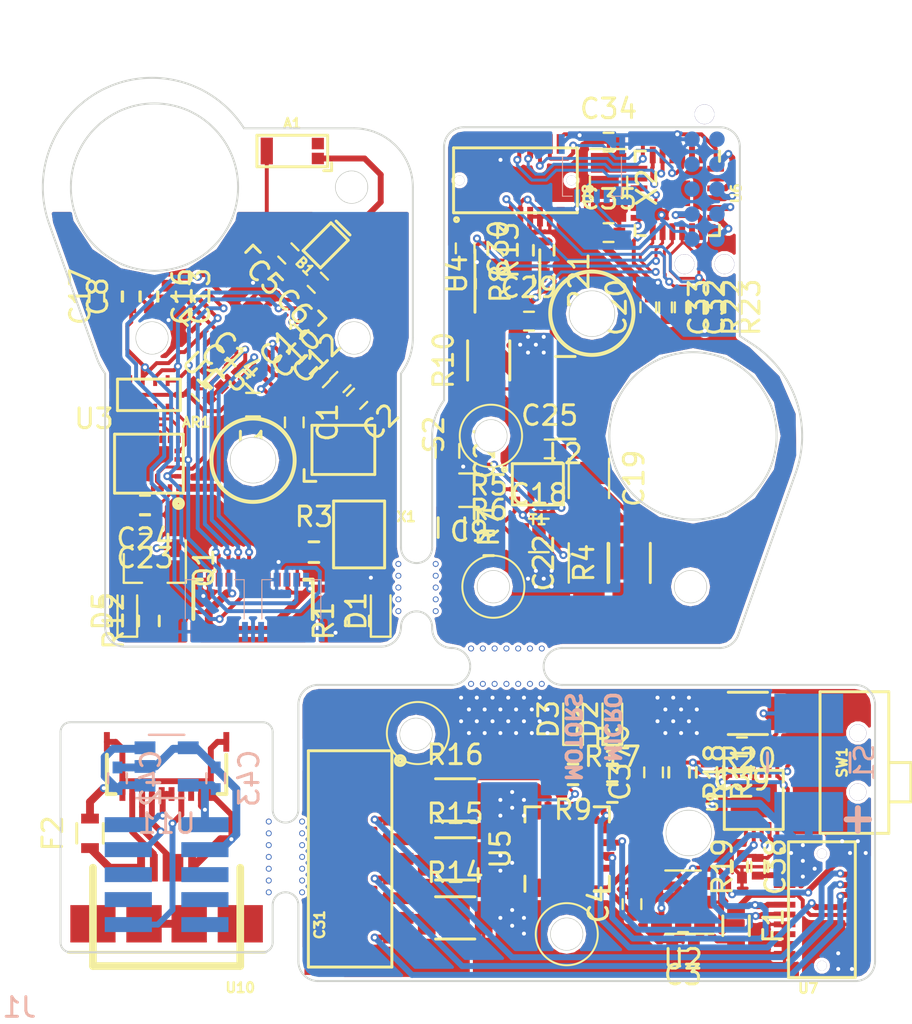
<source format=kicad_pcb>
(kicad_pcb (version 4) (host pcbnew 4.0.4-stable)
  (layers (0 F.Cu signal) (31 B.Cu signal) (34 B.Paste user) (35 F.Paste user) (36 B.SilkS user) (37 F.SilkS user) (38 B.Mask user) (39 F.Mask user) (44 Edge.Cuts user))
  (net 0 "")
  (net 1 "Net-(AR1-Pad1)")
  (net 2 "Net-(AR1-Pad2)")
  (net 3 "Net-(AR1-Pad3)")
  (net 4 "Net-(AR1-Pad4)")
  (net 5 RESET)
  (net 6 "Net-(AR1-Pad8)")
  (net 7 +3V3)
  (net 8 GND)
  (net 9 PA24/USBDM)
  (net 10 PA25/USBDP)
  (net 11 SWCLK)
  (net 12 SWDIO)
  (net 13 "Net-(R3-Pad2)")
  (net 14 XIN)
  (net 15 XOUT)
  (net 16 VDDANA)
  (net 17 AVDD)
  (net 18 "Net-(U1-Pad7)")
  (net 19 "Net-(U1-Pad8)")
  (net 20 SDA_LV)
  (net 21 SCL_LV)
  (net 22 RFP)
  (net 23 RFN)
  (net 24 "Net-(U1-Pad15)")
  (net 25 "Net-(U1-Pad16)")
  (net 26 "Net-(U1-Pad17)")
  (net 27 BLINK)
  (net 28 "Net-(U1-Pad19)")
  (net 29 "Net-(U1-Pad20)")
  (net 30 DVDD)
  (net 31 "Net-(U1-Pad25)")
  (net 32 "Net-(U1-Pad27)")
  (net 33 "Net-(U1-Pad28)")
  (net 34 VDDCORE)
  (net 35 "Net-(U3-Pad13)")
  (net 36 "Net-(U3-Pad12)")
  (net 37 "Net-(U3-Pad11)")
  (net 38 "Net-(U3-Pad10)")
  (net 39 "Net-(U3-Pad9)")
  (net 40 "Net-(C24-Pad1)")
  (net 41 "Net-(C23-Pad1)")
  (net 42 MOTSIG2)
  (net 43 ~FAULT~)
  (net 44 EN)
  (net 45 MOTSIG0)
  (net 46 MOTSIG1)
  (net 47 "Net-(B1-Pad3)")
  (net 48 "Net-(B1-Pad4)")
  (net 49 "Net-(A1-Pad1)")
  (net 50 "Net-(A1-Pad2)")
  (net 51 "Net-(R10-Pad1)")
  (net 52 "Net-(C21-Pad1)")
  (net 53 "Net-(R6-Pad1)")
  (net 54 "Net-(C18-Pad1)")
  (net 55 "Net-(R4-Pad2)")
  (net 56 "Net-(C25-Pad2)")
  (net 57 "Net-(C25-Pad1)")
  (net 58 "Net-(R13-Pad2)")
  (net 59 VMOT2)
  (net 60 "Net-(U5-Pad5)")
  (net 61 "Net-(U5-Pad9)")
  (net 62 "Net-(U5-Pad10)")
  (net 63 VMOT0)
  (net 64 "Net-(U5-Pad13)")
  (net 65 VMOT1)
  (net 66 "Net-(U5-Pad16)")
  (net 67 BB_GND)
  (net 68 BBMOTSIG0)
  (net 69 BBMOTSIG1)
  (net 70 BBMOTSIG2)
  (net 71 PB_GND)
  (net 72 PB_RESET)
  (net 73 PB_USBDM)
  (net 74 PB_USBDP)
  (net 75 PB_SWCLK)
  (net 76 PB_SWDIO)
  (net 77 "Net-(U6-Pad1)")
  (net 78 "Net-(U6-Pad2)")
  (net 79 "Net-(C34-Pad2)")
  (net 80 "Net-(C35-Pad2)")
  (net 81 "Net-(U6-Pad9)")
  (net 82 "Net-(U6-Pad10)")
  (net 83 PB_SDA0)
  (net 84 PB_SCL0)
  (net 85 PB_SDA1)
  (net 86 PB_SCL1)
  (net 87 "Net-(U6-Pad17)")
  (net 88 "Net-(C9-Pad1)")
  (net 89 "Net-(C3-Pad1)")
  (net 90 PB_3V3)
  (net 91 "Net-(C22-Pad1)")
  (net 92 "Net-(C28-Pad8)")
  (net 93 PB_V_MOT_UNSENSE)
  (net 94 BB_SCL)
  (net 95 BB_SDA)
  (net 96 BB_WARN)
  (net 97 PB_WARN)
  (net 98 "Net-(R11-Pad1)")
  (net 99 BB_VBATT)
  (net 100 BB_V_MOT_UNSENSE)
  (net 101 "Net-(SW1-Pad3)")
  (net 102 BB_3v3EN)
  (net 103 "Net-(C38-Pad1)")
  (net 104 "Net-(R20-Pad1)")
  (net 105 "Net-(U9-Pad8)")
  (net 106 "Net-(U9-Pad9)")
  (net 107 "Net-(U9-Pad10)")
  (net 108 "Net-(U9-Pad14)")
  (net 109 "Net-(C39-Pad1)")
  (net 110 BB_3V3)
  (net 111 PB_VBATT)
  (net 112 PB_VRAW)
  (net 113 "Net-(C36-Pad8)")
  (net 114 "Net-(D1-Pad1)")
  (net 115 "Net-(D2-Pad1)")
  (net 116 "Net-(D3-Pad1)")
  (net 117 "Net-(D5-Pad2)")
  (net 118 "Net-(D5-Pad1)")
  (net 119 UB_GND)
  (net 120 "Net-(C41-Pad9)")
  (net 121 "Net-(C41-Pad8)")
  (net 122 UB_SWCLK)
  (net 123 UB_3V3)
  (net 124 "Net-(C41-Pad3)")
  (net 125 UB_RESET)
  (net 126 UB_SWDIO)
  (net 127 "Net-(C42-Pad1)")
  (net 128 "Net-(F2-Pad1)")
  (net 129 "Net-(U10-Pad4)")
  (net 130 "Net-(U10-Pad6)")
  (net 131 "Net-(C36-Pad9)")
  (net 132 "Net-(C36-Pad1)")
  (module _CSL:stitchingVia (layer F.Cu) (at 92.3 114.4 180)
    (fp_text reference REF** hide)
    (fp_text value stitchingVia hide)
    (pad 1 thru_hole circle (at 0 0 180) (size 0.4064 0.4064) (drill 0.2032) (layers *.Cu) (net 8 GND))
  )
  (module _CSL:stitchingVia (layer F.Cu) (at 95.2 118 180)
    (fp_text reference REF** hide)
    (fp_text value stitchingVia hide)
    (pad 1 thru_hole circle (at 0 0 180) (size 0.4064 0.4064) (drill 0.2032) (layers *.Cu) (net 8 GND))
  )
  (module _CSL:stitchingVia (layer F.Cu) (at 86.7 102.1 180)
    (fp_text reference REF** hide)
    (fp_text value stitchingVia hide)
    (pad 1 thru_hole circle (at 0 0 180) (size 0.4064 0.4064) (drill 0.2032) (layers *.Cu) (net 8 GND))
  )
  (module _CSL:stitchingVia (layer F.Cu) (at 91 100.2 180)
    (fp_text reference REF** hide)
    (fp_text value stitchingVia hide)
    (pad 1 thru_hole circle (at 0 0 180) (size 0.4064 0.4064) (drill 0.2032) (layers *.Cu) (net 8 GND))
  )
  (module _CSL:stitchingVia (layer F.Cu) (at 97 115.2 180)
    (fp_text reference REF** hide)
    (fp_text value stitchingVia hide)
    (pad 1 thru_hole circle (at 0 0 180) (size 0.4064 0.4064) (drill 0.2032) (layers *.Cu) (net 8 GND))
  )
  (module _CSL:BreakawayHole (layer F.Cu) (at 93.5 130 180)
    (fp_text reference REF** hide)
    (fp_text value BreakawayHole hide)
    (pad "" np_thru_hole circle (at 0 0 180) (size 0.3 0.3) (drill 0.2032) (layers *.Cu *.Mask))
  )
  (module _CSL:BreakawayHole (layer F.Cu) (at 93.499999 127.6 180)
    (fp_text reference REF** hide)
    (fp_text value BreakawayHole hide)
    (pad "" np_thru_hole circle (at 0 0 180) (size 0.3 0.3) (drill 0.2032) (layers *.Cu *.Mask))
  )
  (module _CSL:BreakawayHole (layer F.Cu) (at 93.5 129.4 180)
    (fp_text reference REF** hide)
    (fp_text value BreakawayHole hide)
    (pad "" np_thru_hole circle (at 0 0 180) (size 0.3 0.3) (drill 0.2032) (layers *.Cu *.Mask))
  )
  (module _CSL:BreakawayHole (layer F.Cu) (at 93.5 131.2 180)
    (fp_text reference REF** hide)
    (fp_text value BreakawayHole hide)
    (pad "" np_thru_hole circle (at 0 0 180) (size 0.3 0.3) (drill 0.2032) (layers *.Cu *.Mask))
  )
  (module _CSL:BreakawayHole (layer F.Cu) (at 93.5 130.6 180)
    (fp_text reference REF** hide)
    (fp_text value BreakawayHole hide)
    (pad "" np_thru_hole circle (at 0 0 180) (size 0.3 0.3) (drill 0.2032) (layers *.Cu *.Mask))
  )
  (module _CSL:BreakawayHole (layer F.Cu) (at 93.5 128.200001 180)
    (fp_text reference REF** hide)
    (fp_text value BreakawayHole hide)
    (pad "" np_thru_hole circle (at 0 0 180) (size 0.3 0.3) (drill 0.2032) (layers *.Cu *.Mask))
  )
  (module _CSL:BreakawayHole (layer F.Cu) (at 93.5 128.8 180)
    (fp_text reference REF** hide)
    (fp_text value BreakawayHole hide)
    (pad "" np_thru_hole circle (at 0 0 180) (size 0.3 0.3) (drill 0.2032) (layers *.Cu *.Mask))
  )
  (module _CSL:BreakawayHole (layer F.Cu) (at 91.8 130 180)
    (fp_text reference REF** hide)
    (fp_text value BreakawayHole hide)
    (pad "" np_thru_hole circle (at 0 0 180) (size 0.3 0.3) (drill 0.2032) (layers *.Cu *.Mask))
  )
  (module _CSL:BreakawayHole (layer F.Cu) (at 91.799999 127.6 180)
    (fp_text reference REF** hide)
    (fp_text value BreakawayHole hide)
    (pad "" np_thru_hole circle (at 0 0 180) (size 0.3 0.3) (drill 0.2032) (layers *.Cu *.Mask))
  )
  (module _CSL:BreakawayHole (layer F.Cu) (at 91.8 129.4 180)
    (fp_text reference REF** hide)
    (fp_text value BreakawayHole hide)
    (pad "" np_thru_hole circle (at 0 0 180) (size 0.3 0.3) (drill 0.2032) (layers *.Cu *.Mask))
  )
  (module _CSL:BreakawayHole (layer F.Cu) (at 91.8 131.2 180)
    (fp_text reference REF** hide)
    (fp_text value BreakawayHole hide)
    (pad "" np_thru_hole circle (at 0 0 180) (size 0.3 0.3) (drill 0.2032) (layers *.Cu *.Mask))
  )
  (module _CSL:BreakawayHole (layer F.Cu) (at 91.8 130.6 180)
    (fp_text reference REF** hide)
    (fp_text value BreakawayHole hide)
    (pad "" np_thru_hole circle (at 0 0 180) (size 0.3 0.3) (drill 0.2032) (layers *.Cu *.Mask))
  )
  (module _CSL:BreakawayHole (layer F.Cu) (at 91.8 128.200001 180)
    (fp_text reference REF** hide)
    (fp_text value BreakawayHole hide)
    (pad "" np_thru_hole circle (at 0 0 180) (size 0.3 0.3) (drill 0.2032) (layers *.Cu *.Mask))
  )
  (module _CSL:BreakawayHole (layer F.Cu) (at 91.8 128.8 180)
    (fp_text reference REF** hide)
    (fp_text value BreakawayHole hide)
    (pad "" np_thru_hole circle (at 0 0 180) (size 0.3 0.3) (drill 0.2032) (layers *.Cu *.Mask))
  )
  (module _CSL:BreakawayHole (layer F.Cu) (at 103.3 120.6 90)
    (fp_text reference REF** hide)
    (fp_text value BreakawayHole hide)
    (pad "" np_thru_hole circle (at 0 0 90) (size 0.3 0.3) (drill 0.2032) (layers *.Cu *.Mask))
  )
  (module _CSL:BreakawayHole (layer F.Cu) (at 105.7 120.6 90)
    (fp_text reference REF** hide)
    (fp_text value BreakawayHole hide)
    (pad "" np_thru_hole circle (at 0 0 90) (size 0.3 0.3) (drill 0.2032) (layers *.Cu *.Mask))
  )
  (module _CSL:BreakawayHole (layer F.Cu) (at 103.9 120.6 90)
    (fp_text reference REF** hide)
    (fp_text value BreakawayHole hide)
    (pad "" np_thru_hole circle (at 0 0 90) (size 0.3 0.3) (drill 0.2032) (layers *.Cu *.Mask))
  )
  (module _CSL:BreakawayHole (layer F.Cu) (at 102.1 120.6 90)
    (fp_text reference REF** hide)
    (fp_text value BreakawayHole hide)
    (pad "" np_thru_hole circle (at 0 0 90) (size 0.3 0.3) (drill 0.2032) (layers *.Cu *.Mask))
  )
  (module _CSL:BreakawayHole (layer F.Cu) (at 102.7 120.6 90)
    (fp_text reference REF** hide)
    (fp_text value BreakawayHole hide)
    (pad "" np_thru_hole circle (at 0 0 90) (size 0.3 0.3) (drill 0.2032) (layers *.Cu *.Mask))
  )
  (module _CSL:BreakawayHole (layer F.Cu) (at 105.1 120.6 90)
    (fp_text reference REF** hide)
    (fp_text value BreakawayHole hide)
    (pad "" np_thru_hole circle (at 0 0 90) (size 0.3 0.3) (drill 0.2032) (layers *.Cu *.Mask))
  )
  (module _CSL:BreakawayHole (layer F.Cu) (at 104.5 120.6 90)
    (fp_text reference REF** hide)
    (fp_text value BreakawayHole hide)
    (pad "" np_thru_hole circle (at 0 0 90) (size 0.3 0.3) (drill 0.2032) (layers *.Cu *.Mask))
  )
  (module _CSL:BreakawayHole (layer F.Cu) (at 102.1 118.8 90)
    (fp_text reference REF** hide)
    (fp_text value BreakawayHole hide)
    (pad "" np_thru_hole circle (at 0 0 90) (size 0.3 0.3) (drill 0.2032) (layers *.Cu *.Mask))
  )
  (module _CSL:BreakawayHole (layer F.Cu) (at 102.7 118.8 90)
    (fp_text reference REF** hide)
    (fp_text value BreakawayHole hide)
    (pad "" np_thru_hole circle (at 0 0 90) (size 0.3 0.3) (drill 0.2032) (layers *.Cu *.Mask))
  )
  (module _CSL:BreakawayHole (layer F.Cu) (at 105.7 118.8 90)
    (fp_text reference REF** hide)
    (fp_text value BreakawayHole hide)
    (pad "" np_thru_hole circle (at 0 0 90) (size 0.3 0.3) (drill 0.2032) (layers *.Cu *.Mask))
  )
  (module _CSL:BreakawayHole (layer F.Cu) (at 103.3 118.8 90)
    (fp_text reference REF** hide)
    (fp_text value BreakawayHole hide)
    (pad "" np_thru_hole circle (at 0 0 90) (size 0.3 0.3) (drill 0.2032) (layers *.Cu *.Mask))
  )
  (module _CSL:BreakawayHole (layer F.Cu) (at 104.5 118.8 90)
    (fp_text reference REF** hide)
    (fp_text value BreakawayHole hide)
    (pad "" np_thru_hole circle (at 0 0 90) (size 0.3 0.3) (drill 0.2032) (layers *.Cu *.Mask))
  )
  (module _CSL:BreakawayHole (layer F.Cu) (at 105.1 118.8 90)
    (fp_text reference REF** hide)
    (fp_text value BreakawayHole hide)
    (pad "" np_thru_hole circle (at 0 0 90) (size 0.3 0.3) (drill 0.2032) (layers *.Cu *.Mask))
  )
  (module _CSL:BreakawayHole (layer F.Cu) (at 103.9 118.8 90)
    (fp_text reference REF** hide)
    (fp_text value BreakawayHole hide)
    (pad "" np_thru_hole circle (at 0 0 90) (size 0.3 0.3) (drill 0.2032) (layers *.Cu *.Mask))
  )
  (module _CSL:BreakawayHole (layer F.Cu) (at 98.4 116.9)
    (fp_text reference REF** hide)
    (fp_text value BreakawayHole hide)
    (pad "" np_thru_hole circle (at 0 0) (size 0.3 0.3) (drill 0.2032) (layers *.Cu *.Mask))
  )
  (module _CSL:BreakawayHole (layer F.Cu) (at 98.4 114.5)
    (fp_text reference REF** hide)
    (fp_text value BreakawayHole hide)
    (pad "" np_thru_hole circle (at 0 0) (size 0.3 0.3) (drill 0.2032) (layers *.Cu *.Mask))
  )
  (module _CSL:BreakawayHole (layer F.Cu) (at 98.4 115.7)
    (fp_text reference REF** hide)
    (fp_text value BreakawayHole hide)
    (pad "" np_thru_hole circle (at 0 0) (size 0.3 0.3) (drill 0.2032) (layers *.Cu *.Mask))
  )
  (module _CSL:BreakawayHole (layer F.Cu) (at 98.4 116.3)
    (fp_text reference REF** hide)
    (fp_text value BreakawayHole hide)
    (pad "" np_thru_hole circle (at 0 0) (size 0.3 0.3) (drill 0.2032) (layers *.Cu *.Mask))
  )
  (module _CSL:BreakawayHole (layer F.Cu) (at 98.4 115.1)
    (fp_text reference REF** hide)
    (fp_text value BreakawayHole hide)
    (pad "" np_thru_hole circle (at 0 0) (size 0.3 0.3) (drill 0.2032) (layers *.Cu *.Mask))
  )
  (module _CSL:BreakawayHole (layer F.Cu) (at 100.3 116.9)
    (fp_text reference REF** hide)
    (fp_text value BreakawayHole hide)
    (pad "" np_thru_hole circle (at 0 0) (size 0.3 0.3) (drill 0.2032) (layers *.Cu *.Mask))
  )
  (module _CSL:BreakawayHole (layer F.Cu) (at 100.3 116.3)
    (fp_text reference REF** hide)
    (fp_text value BreakawayHole hide)
    (pad "" np_thru_hole circle (at 0 0) (size 0.3 0.3) (drill 0.2032) (layers *.Cu *.Mask))
  )
  (module _CSL:BreakawayHole (layer F.Cu) (at 100.3 115.7)
    (fp_text reference REF** hide)
    (fp_text value BreakawayHole hide)
    (pad "" np_thru_hole circle (at 0 0) (size 0.3 0.3) (drill 0.2032) (layers *.Cu *.Mask))
  )
  (module _CSL:BreakawayHole (layer F.Cu) (at 100.3 115.1)
    (fp_text reference REF** hide)
    (fp_text value BreakawayHole hide)
    (pad "" np_thru_hole circle (at 0 0) (size 0.3 0.3) (drill 0.2032) (layers *.Cu *.Mask))
  )
  (module 2-56Hole (layer F.Cu) (at 108.3 101.75)
    (fp_text reference REF** hide)
    (fp_text value BreakawayHole hide)
    (pad "" np_thru_hole circle (at -0.045413 0.021102 180) (size 2.26 2.26) (drill 2.26) (layers *.Cu *.Mask))
  )
  (module 0.0625hole (layer F.Cu) (at 106.996216 133.306115 180)
    (fp_text reference REF** hide)
    (fp_text value BreakawayHole hide)
    (pad "" np_thru_hole circle (at 0.025916 -0.01977) (size 1.6 1.6) (drill 1.5875) (layers *.Cu *.Mask))
  )
  (module 0.0625hole (layer F.Cu) (at 113.263913 115.641448)
    (fp_text reference REF** hide)
    (fp_text value BreakawayHole hide)
    (pad "" np_thru_hole circle (at 0.009174 0.017104 180) (size 1.6 1.6) (drill 1.5875) (layers *.Cu *.Mask))
  )
  (module 0.0625hole (layer F.Cu) (at 103.2 115.65)
    (fp_text reference REF** hide)
    (fp_text value BreakawayHole hide)
    (pad "" np_thru_hole circle (at 0.036087 0.008552 180) (size 1.6 1.6) (drill 1.5875) (layers *.Cu *.Mask))
  )
  (module _Fab_Footprint:QFN-32-1EP_5x5mm_Pitch0.5mm (layer F.Cu) (at 91 102 135)
    (fp_text reference U1 (at 0 -3.75 135) (layer F.SilkS))
    (fp_text value SAMR21E)
    (pad 1 smd rect (at -2.4 -1.75 135) (size 0.7 0.25) (layers F.Cu F.Paste F.Mask) (net 14 XIN))
    (pad 2 smd rect (at -2.4 -1.25 135) (size 0.7 0.25) (layers F.Cu F.Paste F.Mask) (net 15 XOUT))
    (pad 3 smd rect (at -2.4 -0.75 135) (size 0.7 0.25) (layers F.Cu F.Paste F.Mask) (net 8 GND))
    (pad 4 smd rect (at -2.4 -0.25 135) (size 0.7 0.25) (layers F.Cu F.Paste F.Mask) (net 16 VDDANA))
    (pad 5 smd rect (at -2.4 0.25 135) (size 0.7 0.25) (layers F.Cu F.Paste F.Mask) (net 17 AVDD))
    (pad 6 smd rect (at -2.4 0.75 135) (size 0.7 0.25) (layers F.Cu F.Paste F.Mask) (net 8 GND))
    (pad 7 smd rect (at -2.4 1.25 135) (size 0.7 0.25) (layers F.Cu F.Paste F.Mask) (net 18 "Net-(U1-Pad7)"))
    (pad 8 smd rect (at -2.4 1.75 135) (size 0.7 0.25) (layers F.Cu F.Paste F.Mask) (net 19 "Net-(U1-Pad8)"))
    (pad 9 smd rect (at -1.75 2.4 225) (size 0.7 0.25) (layers F.Cu F.Paste F.Mask) (net 20 SDA_LV))
    (pad 10 smd rect (at -1.25 2.4 225) (size 0.7 0.25) (layers F.Cu F.Paste F.Mask) (net 21 SCL_LV))
    (pad 11 smd rect (at -0.75 2.4 225) (size 0.7 0.25) (layers F.Cu F.Paste F.Mask) (net 8 GND))
    (pad 12 smd rect (at -0.25 2.4 225) (size 0.7 0.25) (layers F.Cu F.Paste F.Mask) (net 22 RFP))
    (pad 13 smd rect (at 0.25 2.4 225) (size 0.7 0.25) (layers F.Cu F.Paste F.Mask) (net 23 RFN))
    (pad 14 smd rect (at 0.75 2.4 225) (size 0.7 0.25) (layers F.Cu F.Paste F.Mask) (net 8 GND))
    (pad 15 smd rect (at 1.25 2.4 225) (size 0.7 0.25) (layers F.Cu F.Paste F.Mask) (net 24 "Net-(U1-Pad15)"))
    (pad 16 smd rect (at 1.75 2.4 225) (size 0.7 0.25) (layers F.Cu F.Paste F.Mask) (net 25 "Net-(U1-Pad16)"))
    (pad 17 smd rect (at 2.4 1.75 135) (size 0.7 0.25) (layers F.Cu F.Paste F.Mask) (net 26 "Net-(U1-Pad17)"))
    (pad 18 smd rect (at 2.4 1.25 135) (size 0.7 0.25) (layers F.Cu F.Paste F.Mask) (net 27 BLINK))
    (pad 19 smd rect (at 2.4 0.75 135) (size 0.7 0.25) (layers F.Cu F.Paste F.Mask) (net 28 "Net-(U1-Pad19)"))
    (pad 20 smd rect (at 2.4 0.25 135) (size 0.7 0.25) (layers F.Cu F.Paste F.Mask) (net 29 "Net-(U1-Pad20)"))
    (pad 21 smd rect (at 2.4 -0.25 135) (size 0.7 0.25) (layers F.Cu F.Paste F.Mask) (net 30 DVDD))
    (pad 22 smd rect (at 2.4 -0.75 135) (size 0.7 0.25) (layers F.Cu F.Paste F.Mask) (net 9 PA24/USBDM))
    (pad 23 smd rect (at 2.4 -1.25 135) (size 0.7 0.25) (layers F.Cu F.Paste F.Mask) (net 10 PA25/USBDP))
    (pad 24 smd rect (at 2.4 -1.75 135) (size 0.7 0.25) (layers F.Cu F.Paste F.Mask) (net 7 +3V3))
    (pad 25 smd rect (at 1.75 -2.4 225) (size 0.7 0.25) (layers F.Cu F.Paste F.Mask) (net 31 "Net-(U1-Pad25)"))
    (pad 26 smd rect (at 1.25 -2.4 225) (size 0.7 0.25) (layers F.Cu F.Paste F.Mask) (net 5 RESET))
    (pad 27 smd rect (at 0.75 -2.4 225) (size 0.7 0.25) (layers F.Cu F.Paste F.Mask) (net 32 "Net-(U1-Pad27)"))
    (pad 28 smd rect (at 0.25 -2.4 225) (size 0.7 0.25) (layers F.Cu F.Paste F.Mask) (net 33 "Net-(U1-Pad28)"))
    (pad 29 smd rect (at -0.25 -2.4 225) (size 0.7 0.25) (layers F.Cu F.Paste F.Mask) (net 34 VDDCORE))
    (pad 30 smd rect (at -0.75 -2.4 225) (size 0.7 0.25) (layers F.Cu F.Paste F.Mask) (net 7 +3V3))
    (pad 31 smd rect (at -1.25 -2.4 225) (size 0.7 0.25) (layers F.Cu F.Paste F.Mask) (net 11 SWCLK))
    (pad 32 smd rect (at -1.75 -2.4 225) (size 0.7 0.25) (layers F.Cu F.Paste F.Mask) (net 12 SWDIO))
    (pad 33 smd rect (at 0 0 135) (size 1.725 1.725) (layers F.Cu F.Paste F.Mask) (net 8 GND))
  )
  (module 2-56Hole (layer F.Cu) (at 91 109.2)
    (fp_text reference REF** hide)
    (fp_text value BreakawayHole hide)
    (pad "" np_thru_hole circle (at 0.000442 0.025202 180) (size 2.26 2.26) (drill 2.26) (layers *.Cu *.Mask))
  )
  (module 0.0625hole (layer F.Cu) (at 85.86 103.08)
    (fp_text reference REF** hide)
    (fp_text value BreakawayHole hide)
    (pad "" np_thru_hole circle (at -0.003058 -0.071448 180) (size 1.6 1.6) (drill 1.5875) (layers *.Cu *.Mask))
  )
  (module 0.0625hole (layer F.Cu) (at 96.14 103.08)
    (fp_text reference REF** hide)
    (fp_text value BreakawayHole hide)
    (pad "" np_thru_hole circle (at 0.003942 -0.071448 180) (size 1.6 1.6) (drill 1.5875) (layers *.Cu *.Mask))
  )
  (module 0.0625hole (layer F.Cu) (at 96.018942 95.337752)
    (fp_text reference REF** hide)
    (fp_text value BreakawayHole hide)
    (pad "" np_thru_hole circle (at 0 0 180) (size 1.6 1.6) (drill 1.5875) (layers *.Cu *.Mask))
  )
  (module _CSL:stitchingVia (layer F.Cu) (at 105 115.25)
    (fp_text reference REF** hide)
    (fp_text value stitchingVia hide)
    (pad 1 thru_hole circle (at 0 0) (size 0.4064 0.4064) (drill 0.2032) (layers *.Cu) (net 91 "Net-(C22-Pad1)"))
  )
  (module _CSL:stitchingVia (layer F.Cu) (at 105.4 115.65)
    (fp_text reference REF** hide)
    (fp_text value stitchingVia hide)
    (pad 1 thru_hole circle (at 0 0) (size 0.4064 0.4064) (drill 0.2032) (layers *.Cu) (net 91 "Net-(C22-Pad1)"))
  )
  (module _CSL:stitchingVia (layer F.Cu) (at 105.4 114.85)
    (fp_text reference REF** hide)
    (fp_text value stitchingVia hide)
    (pad 1 thru_hole circle (at 0 0) (size 0.4064 0.4064) (drill 0.2032) (layers *.Cu) (net 91 "Net-(C22-Pad1)"))
  )
  (module _CSL:stitchingVia (layer F.Cu) (at 105.8 115.25)
    (fp_text reference REF** hide)
    (fp_text value stitchingVia hide)
    (pad 1 thru_hole circle (at 0 0) (size 0.4064 0.4064) (drill 0.2032) (layers *.Cu) (net 91 "Net-(C22-Pad1)"))
  )
  (module _CSL:stitchingVia (layer F.Cu) (at 106.2 115.65)
    (fp_text reference REF** hide)
    (fp_text value stitchingVia hide)
    (pad 1 thru_hole circle (at 0 0) (size 0.4064 0.4064) (drill 0.2032) (layers *.Cu) (net 91 "Net-(C22-Pad1)"))
  )
  (module _CSL:stitchingVia (layer F.Cu) (at 106.2 114.85)
    (fp_text reference REF** hide)
    (fp_text value stitchingVia hide)
    (pad 1 thru_hole circle (at 0 0) (size 0.4064 0.4064) (drill 0.2032) (layers *.Cu) (net 91 "Net-(C22-Pad1)"))
  )
  (module _CSL:stitchingVia (layer F.Cu) (at 104.6 103.35)
    (fp_text reference REF** hide)
    (fp_text value stitchingVia hide)
    (pad 1 thru_hole circle (at 0 0) (size 0.4064 0.4064) (drill 0.2032) (layers *.Cu) (net 91 "Net-(C22-Pad1)"))
  )
  (module _CSL:stitchingVia (layer F.Cu) (at 105 103.75)
    (fp_text reference REF** hide)
    (fp_text value stitchingVia hide)
    (pad 1 thru_hole circle (at 0 0) (size 0.4064 0.4064) (drill 0.2032) (layers *.Cu) (net 91 "Net-(C22-Pad1)"))
  )
  (module _CSL:stitchingVia (layer F.Cu) (at 105 102.95)
    (fp_text reference REF** hide)
    (fp_text value stitchingVia hide)
    (pad 1 thru_hole circle (at 0 0) (size 0.4064 0.4064) (drill 0.2032) (layers *.Cu) (net 91 "Net-(C22-Pad1)"))
  )
  (module _CSL:stitchingVia (layer F.Cu) (at 105.4 103.35)
    (fp_text reference REF** hide)
    (fp_text value stitchingVia hide)
    (pad 1 thru_hole circle (at 0 0) (size 0.4064 0.4064) (drill 0.2032) (layers *.Cu) (net 91 "Net-(C22-Pad1)"))
  )
  (module _CSL:stitchingVia (layer F.Cu) (at 105.8 103.75)
    (fp_text reference REF** hide)
    (fp_text value stitchingVia hide)
    (pad 1 thru_hole circle (at 0 0) (size 0.4064 0.4064) (drill 0.2032) (layers *.Cu) (net 91 "Net-(C22-Pad1)"))
  )
  (module _CSL:stitchingVia (layer F.Cu) (at 105.8 102.95)
    (fp_text reference REF** hide)
    (fp_text value stitchingVia hide)
    (pad 1 thru_hole circle (at 0 0) (size 0.4064 0.4064) (drill 0.2032) (layers *.Cu) (net 91 "Net-(C22-Pad1)"))
  )
  (module _CSL:QFN-24-1SMEP_4x4mm_Pitch0.5mm (layer F.Cu) (at 112.6 95.65 270)
    (fp_text reference U6 (at 0 -3 270) (layer F.SilkS) (effects (font (size 0.5 0.5) (thickness 0.125))))
    (fp_text value ATSAMD11D14A-M)
    (pad 1 smd rect (at -1.95 -1.25 270) (size 0.85 0.3) (layers F.Cu F.Paste F.Mask) (net 77 "Net-(U6-Pad1)"))
    (pad 2 smd rect (at -1.95 -0.75 270) (size 0.85 0.3) (layers F.Cu F.Paste F.Mask) (net 78 "Net-(U6-Pad2)"))
    (pad 3 smd rect (at -1.95 -0.25 270) (size 0.85 0.3) (layers F.Cu F.Paste F.Mask) (net 45 MOTSIG0))
    (pad 4 smd rect (at -1.95 0.25 270) (size 0.85 0.3) (layers F.Cu F.Paste F.Mask) (net 46 MOTSIG1))
    (pad 5 smd rect (at -1.95 0.75 270) (size 0.85 0.3) (layers F.Cu F.Paste F.Mask) (net 42 MOTSIG2))
    (pad 6 smd rect (at -1.95 1.25 270) (size 0.85 0.3) (layers F.Cu F.Paste F.Mask) (net 97 PB_WARN))
    (pad 7 smd rect (at -1.25 1.95) (size 0.85 0.3) (layers F.Cu F.Paste F.Mask) (net 79 "Net-(C34-Pad2)"))
    (pad 8 smd rect (at -0.75 1.95) (size 0.85 0.3) (layers F.Cu F.Paste F.Mask) (net 80 "Net-(C35-Pad2)"))
    (pad 9 smd rect (at -0.25 1.95) (size 0.85 0.3) (layers F.Cu F.Paste F.Mask) (net 81 "Net-(U6-Pad9)"))
    (pad 10 smd rect (at 0.25 1.95) (size 0.85 0.3) (layers F.Cu F.Paste F.Mask) (net 82 "Net-(U6-Pad10)"))
    (pad 11 smd rect (at 0.75 1.95) (size 0.85 0.3) (layers F.Cu F.Paste F.Mask) (net 83 PB_SDA0))
    (pad 12 smd rect (at 1.25 1.95) (size 0.85 0.3) (layers F.Cu F.Paste F.Mask) (net 84 PB_SCL0))
    (pad 13 smd rect (at 1.95 1.25 270) (size 0.85 0.3) (layers F.Cu F.Paste F.Mask) (net 44 EN))
    (pad 14 smd rect (at 1.95 0.75 270) (size 0.85 0.3) (layers F.Cu F.Paste F.Mask) (net 43 ~FAULT~))
    (pad 15 smd rect (at 1.95 0.25 270) (size 0.85 0.3) (layers F.Cu F.Paste F.Mask) (net 85 PB_SDA1))
    (pad 16 smd rect (at 1.95 -0.25 270) (size 0.85 0.3) (layers F.Cu F.Paste F.Mask) (net 86 PB_SCL1))
    (pad 17 smd rect (at 1.95 -0.75 270) (size 0.85 0.3) (layers F.Cu F.Paste F.Mask) (net 87 "Net-(U6-Pad17)"))
    (pad 18 smd rect (at 1.95 -1.25 270) (size 0.85 0.3) (layers F.Cu F.Paste F.Mask) (net 72 PB_RESET))
    (pad 19 smd rect (at 1.25 -1.95) (size 0.85 0.3) (layers F.Cu F.Paste F.Mask) (net 75 PB_SWCLK))
    (pad 20 smd rect (at 0.75 -1.95) (size 0.85 0.3) (layers F.Cu F.Paste F.Mask) (net 76 PB_SWDIO))
    (pad 21 smd rect (at 0.25 -1.95) (size 0.85 0.3) (layers F.Cu F.Paste F.Mask) (net 73 PB_USBDM))
    (pad 22 smd rect (at -0.25 -1.95) (size 0.85 0.3) (layers F.Cu F.Paste F.Mask) (net 74 PB_USBDP))
    (pad 23 smd rect (at -0.75 -1.95) (size 0.85 0.3) (layers F.Cu F.Paste F.Mask) (net 71 PB_GND))
    (pad 24 smd rect (at -1.25 -1.95) (size 0.85 0.3) (layers F.Cu F.Paste F.Mask) (net 90 PB_3V3))
    (pad 25 smd rect (at 0 0 270) (size 1.3 1.3) (layers F.Cu F.Paste F.Mask) (net 71 PB_GND))
  )
  (module _CSL:stitchingVia (layer F.Cu) (at 114 102.65)
    (fp_text reference REF** hide)
    (fp_text value stitchingVia hide)
    (pad 1 thru_hole circle (at 0 0) (size 0.4064 0.4064) (drill 0.2032) (layers *.Cu) (net 90 PB_3V3))
  )
  (module _CSL:stitchingVia (layer F.Cu) (at 101.592858 121.3 180)
    (fp_text reference REF** hide)
    (fp_text value stitchingVia hide)
    (pad 1 thru_hole circle (at 0 0 180) (size 0.4064 0.4064) (drill 0.2032) (layers *.Cu) (net 67 BB_GND))
  )
  (module _CSL:stitchingVia (layer F.Cu) (at 101.592858 122.5 180)
    (fp_text reference REF** hide)
    (fp_text value stitchingVia hide)
    (pad 1 thru_hole circle (at 0 0 180) (size 0.4064 0.4064) (drill 0.2032) (layers *.Cu) (net 67 BB_GND))
  )
  (module _CSL:stitchingVia (layer F.Cu) (at 101.992858 121.9 180)
    (fp_text reference REF** hide)
    (fp_text value stitchingVia hide)
    (pad 1 thru_hole circle (at 0 0 180) (size 0.4064 0.4064) (drill 0.2032) (layers *.Cu) (net 67 BB_GND))
  )
  (module _CSL:stitchingVia (layer F.Cu) (at 101.992858 123.1 180)
    (fp_text reference REF** hide)
    (fp_text value stitchingVia hide)
    (pad 1 thru_hole circle (at 0 0 180) (size 0.4064 0.4064) (drill 0.2032) (layers *.Cu) (net 67 BB_GND))
  )
  (module _CSL:stitchingVia (layer F.Cu) (at 102.392858 122.5 180)
    (fp_text reference REF** hide)
    (fp_text value stitchingVia hide)
    (pad 1 thru_hole circle (at 0 0 180) (size 0.4064 0.4064) (drill 0.2032) (layers *.Cu) (net 67 BB_GND))
  )
  (module _CSL:stitchingVia (layer F.Cu) (at 103.192858 122.5 180)
    (fp_text reference REF** hide)
    (fp_text value stitchingVia hide)
    (pad 1 thru_hole circle (at 0 0 180) (size 0.4064 0.4064) (drill 0.2032) (layers *.Cu) (net 67 BB_GND))
  )
  (module _CSL:stitchingVia (layer F.Cu) (at 103.592858 123.1 180)
    (fp_text reference REF** hide)
    (fp_text value stitchingVia hide)
    (pad 1 thru_hole circle (at 0 0 180) (size 0.4064 0.4064) (drill 0.2032) (layers *.Cu) (net 67 BB_GND))
  )
  (module _CSL:stitchingVia (layer F.Cu) (at 102.792858 123.1 180)
    (fp_text reference REF** hide)
    (fp_text value stitchingVia hide)
    (pad 1 thru_hole circle (at 0 0 180) (size 0.4064 0.4064) (drill 0.2032) (layers *.Cu) (net 67 BB_GND))
  )
  (module _CSL:stitchingVia (layer F.Cu) (at 102.392858 121.3 180)
    (fp_text reference REF** hide)
    (fp_text value stitchingVia hide)
    (pad 1 thru_hole circle (at 0 0 180) (size 0.4064 0.4064) (drill 0.2032) (layers *.Cu) (net 67 BB_GND))
  )
  (module _CSL:stitchingVia (layer F.Cu) (at 103.592858 121.9 180)
    (fp_text reference REF** hide)
    (fp_text value stitchingVia hide)
    (pad 1 thru_hole circle (at 0 0 180) (size 0.4064 0.4064) (drill 0.2032) (layers *.Cu) (net 67 BB_GND))
  )
  (module _CSL:stitchingVia (layer F.Cu) (at 103.192858 121.3 180)
    (fp_text reference REF** hide)
    (fp_text value stitchingVia hide)
    (pad 1 thru_hole circle (at 0 0 180) (size 0.4064 0.4064) (drill 0.2032) (layers *.Cu) (net 67 BB_GND))
  )
  (module _CSL:stitchingVia (layer F.Cu) (at 102.792858 121.9 180)
    (fp_text reference REF** hide)
    (fp_text value stitchingVia hide)
    (pad 1 thru_hole circle (at 0 0 180) (size 0.4064 0.4064) (drill 0.2032) (layers *.Cu) (net 67 BB_GND))
  )
  (module _CSL:stitchingVia (layer F.Cu) (at 103.992858 121.3 180)
    (fp_text reference REF** hide)
    (fp_text value stitchingVia hide)
    (pad 1 thru_hole circle (at 0 0 180) (size 0.4064 0.4064) (drill 0.2032) (layers *.Cu) (net 67 BB_GND))
  )
  (module _CSL:stitchingVia (layer F.Cu) (at 103.992858 122.5 180)
    (fp_text reference REF** hide)
    (fp_text value stitchingVia hide)
    (pad 1 thru_hole circle (at 0 0 180) (size 0.4064 0.4064) (drill 0.2032) (layers *.Cu) (net 67 BB_GND))
  )
  (module _CSL:stitchingVia (layer F.Cu) (at 104.392858 121.9 180)
    (fp_text reference REF** hide)
    (fp_text value stitchingVia hide)
    (pad 1 thru_hole circle (at 0 0 180) (size 0.4064 0.4064) (drill 0.2032) (layers *.Cu) (net 67 BB_GND))
  )
  (module _CSL:stitchingVia (layer F.Cu) (at 104.392858 123.1 180)
    (fp_text reference REF** hide)
    (fp_text value stitchingVia hide)
    (pad 1 thru_hole circle (at 0 0 180) (size 0.4064 0.4064) (drill 0.2032) (layers *.Cu) (net 67 BB_GND))
  )
  (module _CSL:stitchingVia (layer F.Cu) (at 104.792858 122.5 180)
    (fp_text reference REF** hide)
    (fp_text value stitchingVia hide)
    (pad 1 thru_hole circle (at 0 0 180) (size 0.4064 0.4064) (drill 0.2032) (layers *.Cu) (net 67 BB_GND))
  )
  (module _CSL:stitchingVia (layer F.Cu) (at 105.592858 122.5 180)
    (fp_text reference REF** hide)
    (fp_text value stitchingVia hide)
    (pad 1 thru_hole circle (at 0 0 180) (size 0.4064 0.4064) (drill 0.2032) (layers *.Cu) (net 67 BB_GND))
  )
  (module _CSL:stitchingVia (layer F.Cu) (at 105.992858 123.1 180)
    (fp_text reference REF** hide)
    (fp_text value stitchingVia hide)
    (pad 1 thru_hole circle (at 0 0 180) (size 0.4064 0.4064) (drill 0.2032) (layers *.Cu) (net 67 BB_GND))
  )
  (module _CSL:stitchingVia (layer F.Cu) (at 105.192858 123.1 180)
    (fp_text reference REF** hide)
    (fp_text value stitchingVia hide)
    (pad 1 thru_hole circle (at 0 0 180) (size 0.4064 0.4064) (drill 0.2032) (layers *.Cu) (net 67 BB_GND))
  )
  (module _CSL:stitchingVia (layer F.Cu) (at 104.792858 121.3 180)
    (fp_text reference REF** hide)
    (fp_text value stitchingVia hide)
    (pad 1 thru_hole circle (at 0 0 180) (size 0.4064 0.4064) (drill 0.2032) (layers *.Cu) (net 67 BB_GND))
  )
  (module _CSL:stitchingVia (layer F.Cu) (at 105.992858 121.9 180)
    (fp_text reference REF** hide)
    (fp_text value stitchingVia hide)
    (pad 1 thru_hole circle (at 0 0 180) (size 0.4064 0.4064) (drill 0.2032) (layers *.Cu) (net 67 BB_GND))
  )
  (module _CSL:stitchingVia (layer F.Cu) (at 105.592858 121.3 180)
    (fp_text reference REF** hide)
    (fp_text value stitchingVia hide)
    (pad 1 thru_hole circle (at 0 0 180) (size 0.4064 0.4064) (drill 0.2032) (layers *.Cu) (net 67 BB_GND))
  )
  (module _CSL:stitchingVia (layer F.Cu) (at 105.192858 121.9 180)
    (fp_text reference REF** hide)
    (fp_text value stitchingVia hide)
    (pad 1 thru_hole circle (at 0 0 180) (size 0.4064 0.4064) (drill 0.2032) (layers *.Cu) (net 67 BB_GND))
  )
  (module _CSL:stitchingVia (layer F.Cu) (at 111.992858 123.1 180)
    (fp_text reference REF** hide)
    (fp_text value stitchingVia hide)
    (pad 1 thru_hole circle (at 0 0 180) (size 0.4064 0.4064) (drill 0.2032) (layers *.Cu) (net 67 BB_GND))
  )
  (module _CSL:stitchingVia (layer F.Cu) (at 111.592858 122.5 180)
    (fp_text reference REF** hide)
    (fp_text value stitchingVia hide)
    (pad 1 thru_hole circle (at 0 0 180) (size 0.4064 0.4064) (drill 0.2032) (layers *.Cu) (net 67 BB_GND))
  )
  (module _CSL:stitchingVia (layer F.Cu) (at 111.992858 121.9 180)
    (fp_text reference REF** hide)
    (fp_text value stitchingVia hide)
    (pad 1 thru_hole circle (at 0 0 180) (size 0.4064 0.4064) (drill 0.2032) (layers *.Cu) (net 67 BB_GND))
  )
  (module _CSL:stitchingVia (layer F.Cu) (at 111.592858 121.3 180)
    (fp_text reference REF** hide)
    (fp_text value stitchingVia hide)
    (pad 1 thru_hole circle (at 0 0 180) (size 0.4064 0.4064) (drill 0.2032) (layers *.Cu) (net 67 BB_GND))
  )
  (module _CSL:stitchingVia (layer F.Cu) (at 112.792858 123.1 180)
    (fp_text reference REF** hide)
    (fp_text value stitchingVia hide)
    (pad 1 thru_hole circle (at 0 0 180) (size 0.4064 0.4064) (drill 0.2032) (layers *.Cu) (net 67 BB_GND))
  )
  (module _CSL:stitchingVia (layer F.Cu) (at 113.592858 123.1 180)
    (fp_text reference REF** hide)
    (fp_text value stitchingVia hide)
    (pad 1 thru_hole circle (at 0 0 180) (size 0.4064 0.4064) (drill 0.2032) (layers *.Cu) (net 67 BB_GND))
  )
  (module _CSL:stitchingVia (layer F.Cu) (at 112.392858 122.5 180)
    (fp_text reference REF** hide)
    (fp_text value stitchingVia hide)
    (pad 1 thru_hole circle (at 0 0 180) (size 0.4064 0.4064) (drill 0.2032) (layers *.Cu) (net 67 BB_GND))
  )
  (module _CSL:stitchingVia (layer F.Cu) (at 113.192858 122.5 180)
    (fp_text reference REF** hide)
    (fp_text value stitchingVia hide)
    (pad 1 thru_hole circle (at 0 0 180) (size 0.4064 0.4064) (drill 0.2032) (layers *.Cu) (net 67 BB_GND))
  )
  (module _CSL:stitchingVia (layer F.Cu) (at 112.792858 121.9 180)
    (fp_text reference REF** hide)
    (fp_text value stitchingVia hide)
    (pad 1 thru_hole circle (at 0 0 180) (size 0.4064 0.4064) (drill 0.2032) (layers *.Cu) (net 67 BB_GND))
  )
  (module _CSL:stitchingVia (layer F.Cu) (at 113.592858 121.9 180)
    (fp_text reference REF** hide)
    (fp_text value stitchingVia hide)
    (pad 1 thru_hole circle (at 0 0 180) (size 0.4064 0.4064) (drill 0.2032) (layers *.Cu) (net 67 BB_GND))
  )
  (module _CSL:stitchingVia (layer F.Cu) (at 112.392858 121.3 180)
    (fp_text reference REF** hide)
    (fp_text value stitchingVia hide)
    (pad 1 thru_hole circle (at 0 0 180) (size 0.4064 0.4064) (drill 0.2032) (layers *.Cu) (net 67 BB_GND))
  )
  (module _CSL:stitchingVia (layer F.Cu) (at 113.192858 121.3 180)
    (fp_text reference REF** hide)
    (fp_text value stitchingVia hide)
    (pad 1 thru_hole circle (at 0 0 180) (size 0.4064 0.4064) (drill 0.2032) (layers *.Cu) (net 67 BB_GND))
  )
  (module _CSL:stitchingVia (layer F.Cu) (at 104.792858 133.3 180)
    (fp_text reference REF** hide)
    (fp_text value stitchingVia hide)
    (pad 1 thru_hole circle (at 0 0 180) (size 0.4064 0.4064) (drill 0.2032) (layers *.Cu) (net 100 BB_V_MOT_UNSENSE))
  )
  (module _CSL:stitchingVia (layer F.Cu) (at 104.192858 132.9 180)
    (fp_text reference REF** hide)
    (fp_text value stitchingVia hide)
    (pad 1 thru_hole circle (at 0 0 180) (size 0.4064 0.4064) (drill 0.2032) (layers *.Cu) (net 100 BB_V_MOT_UNSENSE))
  )
  (module _CSL:stitchingVia (layer F.Cu) (at 104.792858 132.5 180)
    (fp_text reference REF** hide)
    (fp_text value stitchingVia hide)
    (pad 1 thru_hole circle (at 0 0 180) (size 0.4064 0.4064) (drill 0.2032) (layers *.Cu) (net 100 BB_V_MOT_UNSENSE))
  )
  (module _CSL:stitchingVia (layer F.Cu) (at 104.192858 132.1 180)
    (fp_text reference REF** hide)
    (fp_text value stitchingVia hide)
    (pad 1 thru_hole circle (at 0 0 180) (size 0.4064 0.4064) (drill 0.2032) (layers *.Cu) (net 100 BB_V_MOT_UNSENSE))
  )
  (module _CSL:stitchingVia (layer F.Cu) (at 104.192858 129.7 180)
    (fp_text reference REF** hide)
    (fp_text value stitchingVia hide)
    (pad 1 thru_hole circle (at 0 0 180) (size 0.4064 0.4064) (drill 0.2032) (layers *.Cu) (net 100 BB_V_MOT_UNSENSE))
  )
  (module _CSL:stitchingVia (layer F.Cu) (at 103.592858 130.1 180)
    (fp_text reference REF** hide)
    (fp_text value stitchingVia hide)
    (pad 1 thru_hole circle (at 0 0 180) (size 0.4064 0.4064) (drill 0.2032) (layers *.Cu) (net 100 BB_V_MOT_UNSENSE))
  )
  (module _CSL:stitchingVia (layer F.Cu) (at 104.792858 127.3 180)
    (fp_text reference REF** hide)
    (fp_text value stitchingVia hide)
    (pad 1 thru_hole circle (at 0 0 180) (size 0.4064 0.4064) (drill 0.2032) (layers *.Cu) (net 100 BB_V_MOT_UNSENSE))
  )
  (module _CSL:stitchingVia (layer F.Cu) (at 104.792858 126.5 180)
    (fp_text reference REF** hide)
    (fp_text value stitchingVia hide)
    (pad 1 thru_hole circle (at 0 0 180) (size 0.4064 0.4064) (drill 0.2032) (layers *.Cu) (net 100 BB_V_MOT_UNSENSE))
  )
  (module _CSL:stitchingVia (layer F.Cu) (at 104.192858 126.1 180)
    (fp_text reference REF** hide)
    (fp_text value stitchingVia hide)
    (pad 1 thru_hole circle (at 0 0 180) (size 0.4064 0.4064) (drill 0.2032) (layers *.Cu) (net 100 BB_V_MOT_UNSENSE))
  )
  (module _CSL:stitchingVia (layer F.Cu) (at 103.592858 127.3 180)
    (fp_text reference REF** hide)
    (fp_text value stitchingVia hide)
    (pad 1 thru_hole circle (at 0 0 180) (size 0.4064 0.4064) (drill 0.2032) (layers *.Cu) (net 100 BB_V_MOT_UNSENSE))
  )
  (module _CSL:stitchingVia (layer F.Cu) (at 104.192858 126.9 180)
    (fp_text reference REF** hide)
    (fp_text value stitchingVia hide)
    (pad 1 thru_hole circle (at 0 0 180) (size 0.4064 0.4064) (drill 0.2032) (layers *.Cu) (net 100 BB_V_MOT_UNSENSE))
  )
  (module _CSL:stitchingVia (layer F.Cu) (at 118.392858 129.2 180)
    (fp_text reference REF** hide)
    (fp_text value stitchingVia hide)
    (pad 1 thru_hole circle (at 0 0 180) (size 0.4064 0.4064) (drill 0.2032) (layers *.Cu) (net 99 BB_VBATT))
  )
  (module _CSL:stitchingVia (layer F.Cu) (at 118.992858 128.8 180)
    (fp_text reference REF** hide)
    (fp_text value stitchingVia hide)
    (pad 1 thru_hole circle (at 0 0 180) (size 0.4064 0.4064) (drill 0.2032) (layers *.Cu) (net 99 BB_VBATT))
  )
  (module _CSL:stitchingVia (layer F.Cu) (at 119.592858 130 180)
    (fp_text reference REF** hide)
    (fp_text value stitchingVia hide)
    (pad 1 thru_hole circle (at 0 0 180) (size 0.4064 0.4064) (drill 0.2032) (layers *.Cu) (net 99 BB_VBATT))
  )
  (module _CSL:stitchingVia (layer F.Cu) (at 118.992858 129.6 180)
    (fp_text reference REF** hide)
    (fp_text value stitchingVia hide)
    (pad 1 thru_hole circle (at 0 0 180) (size 0.4064 0.4064) (drill 0.2032) (layers *.Cu) (net 99 BB_VBATT))
  )
  (module _CSL:stitchingVia (layer F.Cu) (at 118.992858 130.4 180)
    (fp_text reference REF** hide)
    (fp_text value stitchingVia hide)
    (pad 1 thru_hole circle (at 0 0 180) (size 0.4064 0.4064) (drill 0.2032) (layers *.Cu) (net 99 BB_VBATT))
  )
  (module _CSL:stitchingVia (layer F.Cu) (at 120.792858 134.3 180)
    (fp_text reference REF** hide)
    (fp_text value stitchingVia hide)
    (pad 1 thru_hole circle (at 0 0 180) (size 0.4064 0.4064) (drill 0.2032) (layers *.Cu) (net 67 BB_GND))
  )
  (module _CSL:stitchingVia (layer F.Cu) (at 120.792858 135.1 180)
    (fp_text reference REF** hide)
    (fp_text value stitchingVia hide)
    (pad 1 thru_hole circle (at 0 0 180) (size 0.4064 0.4064) (drill 0.2032) (layers *.Cu) (net 67 BB_GND))
  )
  (module _CSL:stitchingVia (layer F.Cu) (at 121.492858 135.1 180)
    (fp_text reference REF** hide)
    (fp_text value stitchingVia hide)
    (pad 1 thru_hole circle (at 0 0 180) (size 0.4064 0.4064) (drill 0.2032) (layers *.Cu) (net 67 BB_GND))
  )
  (module _CSL:stitchingVia (layer F.Cu) (at 120.992858 128.6 180)
    (fp_text reference REF** hide)
    (fp_text value stitchingVia hide)
    (pad 1 thru_hole circle (at 0 0 180) (size 0.4064 0.4064) (drill 0.2032) (layers *.Cu) (net 67 BB_GND))
  )
  (module _CSL:stitchingVia (layer F.Cu) (at 121.792858 128.6 180)
    (fp_text reference REF** hide)
    (fp_text value stitchingVia hide)
    (pad 1 thru_hole circle (at 0 0 180) (size 0.4064 0.4064) (drill 0.2032) (layers *.Cu) (net 67 BB_GND))
  )
  (module _CSL:stitchingVia (layer F.Cu) (at 121.392858 129.2 180)
    (fp_text reference REF** hide)
    (fp_text value stitchingVia hide)
    (pad 1 thru_hole circle (at 0 0 180) (size 0.4064 0.4064) (drill 0.2032) (layers *.Cu) (net 67 BB_GND))
  )
  (module TO_SOT_Packages_SMD:SOT-23-5 (layer F.Cu) (at 112.892858 131.7 180)
    (fp_text reference U2 (at 0 -2.9 180) (layer F.SilkS))
    (fp_text value AP2112K)
    (pad 1 smd rect (at -1.1 -0.95 180) (size 1.06 0.65) (layers F.Cu F.Paste F.Mask) (net 89 "Net-(C3-Pad1)"))
    (pad 2 smd rect (at -1.1 0 180) (size 1.06 0.65) (layers F.Cu F.Paste F.Mask) (net 67 BB_GND))
    (pad 3 smd rect (at -1.1 0.95 180) (size 1.06 0.65) (layers F.Cu F.Paste F.Mask) (net 102 BB_3v3EN))
    (pad 4 smd rect (at 1.1 0.95 180) (size 1.06 0.65) (layers F.Cu F.Paste F.Mask) (net 67 BB_GND))
    (pad 5 smd rect (at 1.1 -0.95 180) (size 1.06 0.65) (layers F.Cu F.Paste F.Mask) (net 110 BB_3V3))
  )
  (module 0.0625hole (layer F.Cu) (at 99.302858 123.17 180)
    (fp_text reference REF** hide)
    (fp_text value BreakawayHole hide)
    (pad "" np_thru_hole circle (at 0.003358 0.006115) (size 1.6 1.6) (drill 1.5875) (layers *.Cu *.Mask))
  )
  (module 0.0625hole (layer F.Cu) (at 103.111087 107.987752)
    (fp_text reference REF** hide)
    (fp_text value BreakawayHole hide)
    (pad "" np_thru_hole circle (at 0 0 180) (size 1.6 1.6) (drill 1.5875) (layers *.Cu *.Mask))
  )
  (module _CSL:Mezz-20-Plug (layer F.Cu) (at 119.962858 132.08 270)
    (fp_text reference U7 (at 4 0.7 360) (layer F.SilkS) (effects (font (size 0.5 0.5) (thickness 0.125))))
    (fp_text value Mezz-20)
    (pad 1 smd rect (at -2.3 1.9 270) (size 0.4 1.1) (layers F.Cu F.Paste F.Mask) (net 99 BB_VBATT))
    (pad 2 smd rect (at -1.75 1.9 270) (size 0.3 1.1) (layers F.Cu F.Paste F.Mask) (net 99 BB_VBATT))
    (pad 3 smd rect (at -1.25 1.9 270) (size 0.3 1.1) (layers F.Cu F.Paste F.Mask) (net 99 BB_VBATT))
    (pad 4 smd rect (at -0.75 1.9 270) (size 0.3 1.1) (layers F.Cu F.Paste F.Mask) (net 99 BB_VBATT))
    (pad 5 smd rect (at -0.25 1.9 270) (size 0.3 1.1) (layers F.Cu F.Paste F.Mask) (net 94 BB_SCL))
    (pad 6 smd rect (at 0.25 1.9 270) (size 0.3 1.1) (layers F.Cu F.Paste F.Mask) (net 95 BB_SDA))
    (pad 7 smd rect (at 0.75 1.9 270) (size 0.3 1.1) (layers F.Cu F.Paste F.Mask) (net 100 BB_V_MOT_UNSENSE))
    (pad 8 smd rect (at 1.25 1.9 270) (size 0.3 1.1) (layers F.Cu F.Paste F.Mask) (net 100 BB_V_MOT_UNSENSE))
    (pad 9 smd rect (at 1.75 1.9 270) (size 0.3 1.1) (layers F.Cu F.Paste F.Mask) (net 100 BB_V_MOT_UNSENSE))
    (pad 10 smd rect (at 2.3 1.9 270) (size 0.4 1.1) (layers F.Cu F.Paste F.Mask) (net 100 BB_V_MOT_UNSENSE))
    (pad 13 smd rect (at 1.25 -1.9 270) (size 0.3 1.1) (layers F.Cu F.Paste F.Mask) (net 67 BB_GND))
    (pad 12 smd rect (at 1.75 -1.9 270) (size 0.3 1.1) (layers F.Cu F.Paste F.Mask) (net 67 BB_GND))
    (pad 15 smd rect (at 0.25 -1.9 270) (size 0.3 1.1) (layers F.Cu F.Paste F.Mask) (net 99 BB_VBATT))
    (pad 14 smd rect (at 0.75 -1.9 270) (size 0.3 1.1) (layers F.Cu F.Paste F.Mask) (net 67 BB_GND))
    (pad 11 smd rect (at 2.3 -1.9 270) (size 0.4 1.1) (layers F.Cu F.Paste F.Mask) (net 67 BB_GND))
    (pad 18 smd rect (at -1.25 -1.9 270) (size 0.3 1.1) (layers F.Cu F.Paste F.Mask) (net 69 BBMOTSIG1))
    (pad 16 smd rect (at -0.25 -1.9 270) (size 0.3 1.1) (layers F.Cu F.Paste F.Mask) (net 96 BB_WARN))
    (pad 17 smd rect (at -0.75 -1.9 270) (size 0.3 1.1) (layers F.Cu F.Paste F.Mask) (net 70 BBMOTSIG2))
    (pad 19 smd rect (at -1.75 -1.9 270) (size 0.3 1.1) (layers F.Cu F.Paste F.Mask) (net 68 BBMOTSIG0))
    (pad 20 smd rect (at -2.3 -1.9 270) (size 0.4 1.1) (layers F.Cu F.Paste F.Mask) (net 110 BB_3V3))
    (pad "" thru_hole circle (at 2.85 0 270) (size 0.5 0.5) (drill 0.5) (layers *.Cu *.Mask))
    (pad "" thru_hole circle (at -2.85 0 270) (size 0.5 0.5) (drill 0.5) (layers *.Cu *.Mask))
  )
  (module 2-56Hole (layer F.Cu) (at 113.18695 128.182385 180)
    (fp_text reference REF** hide)
    (fp_text value BreakawayHole hide)
    (pad "" np_thru_hole circle (at 0 0) (size 2.26 2.26) (drill 2.26) (layers *.Cu *.Mask))
  )
  (module Inductors:Inductor_Wurth_MAPI-4020 (layer B.Cu) (at 119.292858 124.6 90)
    (fp_text reference S1 (at 0 2.85 90) (layer B.SilkS) (effects (justify mirror)))
    (fp_text value Battery)
    (pad 1 smd rect (at -2.5 0 90) (size 2 3.5) (layers B.Cu B.Paste B.Mask) (net 99 BB_VBATT))
    (pad 2 smd rect (at 2.5 0 90) (size 2 3.5) (layers B.Cu B.Paste B.Mask) (net 104 "Net-(R20-Pad1)"))
  )
  (module Crystals:Crystal_SMD_EuroQuartz_EQ161-2pin_3.2x1.5mm (layer F.Cu) (at 109.1 95.35 270)
    (fp_text reference X2 (at 0 -1.95 270) (layer F.SilkS))
    (fp_text value "FC-135R 32.7680KA-A3")
    (pad 1 smd rect (at -1.25 0 270) (size 1 1.8) (layers F.Cu F.Mask) (net 79 "Net-(C34-Pad2)"))
    (pad 4 smd rect (at 1.25 0 270) (size 1 1.8) (layers F.Cu F.Mask) (net 80 "Net-(C35-Pad2)"))
  )
  (module _CSL:RESARR8BUS-1206 (layer F.Cu) (at 85.7 105.9)
    (fp_text reference AR1 (at 2.4 1.4) (layer F.SilkS) (effects (font (size 0.5 0.5) (thickness 0.125))))
    (fp_text value EXB-D10C103J)
    (pad 1 smd rect (at -0.9525 0.725 180) (size 0.2 0.55) (layers F.Cu F.Paste F.Mask) (net 1 "Net-(AR1-Pad1)"))
    (pad 2 smd rect (at -0.3175 0.725) (size 0.2 0.55) (layers F.Cu F.Paste F.Mask) (net 2 "Net-(AR1-Pad2)"))
    (pad 3 smd rect (at 0.3175 0.725 180) (size 0.2 0.55) (layers F.Cu F.Paste F.Mask) (net 3 "Net-(AR1-Pad3)"))
    (pad 4 smd rect (at 0.9525 0.725 180) (size 0.2 0.55) (layers F.Cu F.Paste F.Mask) (net 4 "Net-(AR1-Pad4)"))
    (pad 5 smd rect (at 0.9525 -0.725 180) (size 0.2 0.55) (layers F.Cu F.Paste F.Mask) (net 21 SCL_LV))
    (pad 6 smd rect (at 0.3175 -0.725 180) (size 0.2 0.55) (layers F.Cu F.Paste F.Mask) (net 20 SDA_LV))
    (pad 7 smd rect (at -0.3175 -0.725 180) (size 0.2 0.55) (layers F.Cu F.Paste F.Mask) (net 5 RESET))
    (pad 8 smd rect (at -0.9525 -0.725 180) (size 0.2 0.55) (layers F.Cu F.Paste F.Mask) (net 6 "Net-(AR1-Pad8)"))
    (pad 9 smd rect (at -1.55 0) (size 0.5 0.3) (layers F.Cu F.Paste F.Mask) (net 7 +3V3))
    (pad 10 smd rect (at 1.55 0 180) (size 0.5 0.3) (layers F.Cu F.Paste F.Mask) (net 7 +3V3))
  )
  (module _Fab_Footprint:WM1386x04-REC (layer B.Cu) (at 89.05 116.7 180)
    (fp_text reference C26)
    (fp_text value WM1386x04)
    (pad 2 smd rect (at -0.25 1.4 180) (size 0.3 0.7) (layers B.Cu B.Mask) (net 21 SCL_LV))
    (pad 1 smd rect (at -0.75 1.4 180) (size 0.3 0.7) (layers B.Cu B.Mask) (net 7 +3V3))
    (pad 3 smd rect (at 0.25 1.4 180) (size 0.3 0.7) (layers B.Cu B.Mask) (net 20 SDA_LV))
    (pad 4 smd rect (at 0.75 1.4 180) (size 0.3 0.7) (layers B.Cu B.Mask) (net 8 GND))
    (pad 5 smd rect (at 1.54 -1.25 180) (size 0.3 1) (layers B.Cu B.Mask) (net 8 GND))
    (pad 5 smd rect (at -1.54 -1.25 180) (size 0.3 1) (layers B.Cu B.Mask) (net 8 GND))
  )
  (module _Fab_Footprint:WM1386x04-REC (layer B.Cu) (at 92.95 116.7 180)
    (fp_text reference C27)
    (fp_text value WM1386x04)
    (pad 2 smd rect (at -0.25 1.4 180) (size 0.3 0.7) (layers B.Cu B.Mask) (net 21 SCL_LV))
    (pad 1 smd rect (at -0.75 1.4 180) (size 0.3 0.7) (layers B.Cu B.Mask) (net 7 +3V3))
    (pad 3 smd rect (at 0.25 1.4 180) (size 0.3 0.7) (layers B.Cu B.Mask) (net 20 SDA_LV))
    (pad 4 smd rect (at 0.75 1.4 180) (size 0.3 0.7) (layers B.Cu B.Mask) (net 8 GND))
    (pad 5 smd rect (at 1.54 -1.25 180) (size 0.3 1) (layers B.Cu B.Mask) (net 8 GND))
    (pad 5 smd rect (at -1.54 -1.25 180) (size 0.3 1) (layers B.Cu B.Mask) (net 8 GND))
  )
  (module _CSL:WM1387x10-REC (layer F.Cu) (at 91 116.7)
    (fp_text reference C28)
    (fp_text value WM1386x10)
    (pad 10 smd rect (at 2.25 -1.4) (size 0.3 0.7) (layers F.Cu F.Mask) (net 8 GND))
    (pad 9 smd rect (at 1.75 -1.4) (size 0.3 0.7) (layers F.Cu F.Mask) (net 7 +3V3))
    (pad 8 smd rect (at 1.25 -1.4) (size 0.3 0.7) (layers F.Cu F.Mask) (net 92 "Net-(C28-Pad8)"))
    (pad 7 smd rect (at 0.75 -1.4) (size 0.3 0.7) (layers F.Cu F.Mask) (net 5 RESET))
    (pad 2 smd rect (at -1.75 -1.4) (size 0.3 0.7) (layers F.Cu F.Mask) (net 9 PA24/USBDM))
    (pad 1 smd rect (at -2.25 -1.4) (size 0.3 0.7) (layers F.Cu F.Mask) (net 8 GND))
    (pad 3 smd rect (at -1.25 -1.4) (size 0.3 0.7) (layers F.Cu F.Mask) (net 10 PA25/USBDP))
    (pad 4 smd rect (at -0.75 -1.4) (size 0.3 0.7) (layers F.Cu F.Mask) (net 11 SWCLK))
    (pad 11 smd rect (at 3.04 1.25) (size 0.3 1) (layers F.Cu F.Mask) (net 8 GND))
    (pad 11 smd rect (at -3.04 1.25) (size 0.3 1) (layers F.Cu F.Mask) (net 8 GND))
    (pad 5 smd rect (at -0.25 -1.4) (size 0.3 0.7) (layers F.Cu F.Mask) (net 12 SWDIO))
    (pad 6 smd rect (at 0.25 -1.4) (size 0.3 0.7) (layers F.Cu F.Mask) (net 12 SWDIO))
  )
  (module Resistors_SMD:R_0603 (layer F.Cu) (at 115.592858 132.9 270)
    (fp_text reference F1 (at 0 -1.9 270) (layer F.SilkS))
    (fp_text value PTC0603)
    (pad 1 smd rect (at -0.75 0 270) (size 0.5 0.9) (layers F.Cu F.Paste F.Mask) (net 99 BB_VBATT))
    (pad 2 smd rect (at 0.75 0 270) (size 0.5 0.9) (layers F.Cu F.Paste F.Mask) (net 89 "Net-(C3-Pad1)"))
  )
  (module _Fab_Footprint:SPST-NO-TL3700 (layer F.Cu) (at 96.4 113 90)
    (fp_text reference S2 (at 5.08 3.81 90) (layer F.SilkS))
    (fp_text value SW_PUSH)
    (pad 1 smd rect (at -1.425 0.9 90) (size 0.75 0.8) (layers F.Cu F.Paste F.Mask) (net 8 GND))
    (pad 2 smd rect (at 1.425 0.9 90) (size 0.75 0.8) (layers F.Cu F.Paste F.Mask) (net 8 GND))
    (pad 3 smd rect (at -1.425 -0.9 90) (size 0.75 0.8) (layers F.Cu F.Paste F.Mask) (net 13 "Net-(R3-Pad2)"))
    (pad 4 smd rect (at 1.425 -0.9 90) (size 0.75 0.8) (layers F.Cu F.Paste F.Mask) (net 13 "Net-(R3-Pad2)"))
  )
  (module _Fab_Footprint:LSM9DS1 (layer F.Cu) (at 85.7 109.4 180)
    (fp_text reference U3 (at 2.794 2.286 180) (layer F.SilkS))
    (fp_text value LSM9DS1)
    (pad 17 smd rect (at 1.475 -0.645 180) (size 0.35 0.23) (layers F.Cu F.Mask) (net 8 GND))
    (pad 16 smd rect (at 1.475 -0.215 180) (size 0.35 0.23) (layers F.Cu F.Mask) (net 8 GND))
    (pad 15 smd rect (at 1.475 0.215 180) (size 0.35 0.23) (layers F.Cu F.Mask) (net 8 GND))
    (pad 14 smd rect (at 1.475 0.645 180) (size 0.35 0.23) (layers F.Cu F.Mask) (net 8 GND))
    (pad 5 smd rect (at -1.475 0.645 180) (size 0.35 0.23) (layers F.Cu F.Mask) (net 4 "Net-(AR1-Pad4)"))
    (pad 4 smd rect (at -1.475 0.215 180) (size 0.35 0.23) (layers F.Cu F.Mask) (net 21 SCL_LV))
    (pad 3 smd rect (at -1.475 -0.215 180) (size 0.35 0.23) (layers F.Cu F.Mask) (net 7 +3V3))
    (pad 13 smd rect (at 1.505 1.225 180) (size 0.23 0.35) (layers F.Cu F.Mask) (net 35 "Net-(U3-Pad13)"))
    (pad 12 smd rect (at 1.075 1.225 180) (size 0.23 0.35) (layers F.Cu F.Mask) (net 36 "Net-(U3-Pad12)"))
    (pad 11 smd rect (at 0.645 1.225 180) (size 0.23 0.35) (layers F.Cu F.Mask) (net 37 "Net-(U3-Pad11)"))
    (pad 10 smd rect (at 0.215 1.225 180) (size 0.23 0.35) (layers F.Cu F.Mask) (net 38 "Net-(U3-Pad10)"))
    (pad 9 smd rect (at -0.215 1.225 180) (size 0.23 0.35) (layers F.Cu F.Mask) (net 39 "Net-(U3-Pad9)"))
    (pad 8 smd rect (at -0.645 1.225 180) (size 0.23 0.35) (layers F.Cu F.Mask) (net 1 "Net-(AR1-Pad1)"))
    (pad 7 smd rect (at -1.075 1.225 180) (size 0.23 0.35) (layers F.Cu F.Mask) (net 2 "Net-(AR1-Pad2)"))
    (pad 6 smd rect (at -1.505 1.225 180) (size 0.23 0.35) (layers F.Cu F.Mask) (net 3 "Net-(AR1-Pad3)"))
    (pad 1 smd rect (at -1.505 -1.225 180) (size 0.23 0.35) (layers F.Cu F.Mask) (net 7 +3V3))
    (pad 24 smd rect (at -1.075 -1.225 180) (size 0.23 0.35) (layers F.Cu F.Mask) (net 40 "Net-(C24-Pad1)"))
    (pad 23 smd rect (at -0.645 -1.225 180) (size 0.23 0.35) (layers F.Cu F.Mask) (net 7 +3V3))
    (pad 22 smd rect (at -0.215 -1.225 180) (size 0.23 0.35) (layers F.Cu F.Mask) (net 7 +3V3))
    (pad 21 smd rect (at 0.215 -1.225 180) (size 0.23 0.35) (layers F.Cu F.Mask) (net 41 "Net-(C23-Pad1)"))
    (pad 20 smd rect (at 0.645 -1.225 180) (size 0.23 0.35) (layers F.Cu F.Mask) (net 8 GND))
    (pad 19 smd rect (at 1.075 -1.225 180) (size 0.23 0.35) (layers F.Cu F.Mask) (net 8 GND))
    (pad 18 smd rect (at 1.505 -1.225 180) (size 0.23 0.35) (layers F.Cu F.Mask) (net 8 GND))
    (pad 2 smd rect (at -1.475 -0.645 180) (size 0.35 0.23) (layers F.Cu F.Mask) (net 20 SDA_LV))
  )
  (module Capacitors_SMD:C_0402 (layer F.Cu) (at 93.1 107.3 270)
    (fp_text reference C1 (at 0 -1.7 270) (layer F.SilkS))
    (fp_text value 9pF)
    (pad 1 smd rect (at -0.55 0 270) (size 0.6 0.5) (layers F.Cu F.Paste F.Mask) (net 14 XIN))
    (pad 2 smd rect (at 0.55 0 270) (size 0.6 0.5) (layers F.Cu F.Paste F.Mask) (net 8 GND))
  )
  (module Capacitors_SMD:C_0402 (layer F.Cu) (at 96.3 106.1 225)
    (fp_text reference C2 (at 0 -1.7 225) (layer F.SilkS))
    (fp_text value 9pF)
    (pad 1 smd rect (at -0.55 0 225) (size 0.6 0.5) (layers F.Cu F.Paste F.Mask) (net 8 GND))
    (pad 2 smd rect (at 0.55 0 225) (size 0.6 0.5) (layers F.Cu F.Paste F.Mask) (net 15 XOUT))
  )
  (module Capacitors_SMD:C_0402 (layer F.Cu) (at 112.892858 133.7 180)
    (fp_text reference C3 (at 0 -1.7 180) (layer F.SilkS))
    (fp_text value 1uF)
    (pad 1 smd rect (at -0.55 0 180) (size 0.6 0.5) (layers F.Cu F.Paste F.Mask) (net 89 "Net-(C3-Pad1)"))
    (pad 2 smd rect (at 0.55 0 180) (size 0.6 0.5) (layers F.Cu F.Paste F.Mask) (net 67 BB_GND))
  )
  (module Capacitors_SMD:C_0402 (layer F.Cu) (at 110.292858 131.8 90)
    (fp_text reference C4 (at 0 -1.7 90) (layer F.SilkS))
    (fp_text value 2.2uF)
    (pad 1 smd rect (at -0.55 0 90) (size 0.6 0.5) (layers F.Cu F.Paste F.Mask) (net 110 BB_3V3))
    (pad 2 smd rect (at 0.55 0 90) (size 0.6 0.5) (layers F.Cu F.Paste F.Mask) (net 67 BB_GND))
  )
  (module Capacitors_SMD:C_0402 (layer F.Cu) (at 92.8 98.711091 135)
    (fp_text reference C5 (at 0 -1.7 135) (layer F.SilkS))
    (fp_text value "22pF C0G 5%")
    (pad 1 smd rect (at -0.55 0 135) (size 0.6 0.5) (layers F.Cu F.Paste F.Mask) (net 23 RFN))
    (pad 2 smd rect (at 0.55 0 135) (size 0.6 0.5) (layers F.Cu F.Paste F.Mask) (net 47 "Net-(B1-Pad3)"))
  )
  (module Capacitors_SMD:C_0402 (layer F.Cu) (at 94.3 100.2 135)
    (fp_text reference C6 (at 0 -1.7 135) (layer F.SilkS))
    (fp_text value "22pF C0G 5%")
    (pad 1 smd rect (at -0.55 0 135) (size 0.6 0.5) (layers F.Cu F.Paste F.Mask) (net 48 "Net-(B1-Pad4)"))
    (pad 2 smd rect (at 0.55 0 135) (size 0.6 0.5) (layers F.Cu F.Paste F.Mask) (net 22 RFP))
  )
  (module Capacitors_SMD:C_0402 (layer F.Cu) (at 84.8 100.9 90)
    (fp_text reference C8 (at 0 -1.7 90) (layer F.SilkS))
    (fp_text value 0.1uF)
    (pad 1 smd rect (at -0.55 0 90) (size 0.6 0.5) (layers F.Cu F.Paste F.Mask) (net 5 RESET))
    (pad 2 smd rect (at 0.55 0 90) (size 0.6 0.5) (layers F.Cu F.Paste F.Mask) (net 8 GND))
  )
  (module Capacitors_SMD:C_0402 (layer F.Cu) (at 94.4 105 45)
    (fp_text reference C10 (at 0 -1.7 45) (layer F.SilkS))
    (fp_text value 10uF)
    (pad 1 smd rect (at -0.55 0 45) (size 0.6 0.5) (layers F.Cu F.Paste F.Mask) (net 16 VDDANA))
    (pad 2 smd rect (at 0.55 0 45) (size 0.6 0.5) (layers F.Cu F.Paste F.Mask) (net 8 GND))
  )
  (module Capacitors_SMD:C_0402 (layer F.Cu) (at 93.8 104.4 45)
    (fp_text reference C11 (at 0 -1.7 45) (layer F.SilkS))
    (fp_text value 0.1uF)
    (pad 1 smd rect (at -0.55 0 45) (size 0.6 0.5) (layers F.Cu F.Paste F.Mask) (net 16 VDDANA))
    (pad 2 smd rect (at 0.55 0 45) (size 0.6 0.5) (layers F.Cu F.Paste F.Mask) (net 8 GND))
  )
  (module Capacitors_SMD:C_0402 (layer F.Cu) (at 95.45 105.25 45)
    (fp_text reference C12 (at 0 -1.7 45) (layer F.SilkS))
    (fp_text value 0.1uF)
    (pad 1 smd rect (at -0.55 0 45) (size 0.6 0.5) (layers F.Cu F.Paste F.Mask) (net 17 AVDD))
    (pad 2 smd rect (at 0.55 0 45) (size 0.6 0.5) (layers F.Cu F.Paste F.Mask) (net 8 GND))
  )
  (module Capacitors_SMD:C_0402 (layer F.Cu) (at 86.6 100.9 270)
    (fp_text reference C13 (at 0 -1.7 270) (layer F.SilkS))
    (fp_text value 0.1uF)
    (pad 1 smd rect (at -0.55 0 270) (size 0.6 0.5) (layers F.Cu F.Paste F.Mask) (net 30 DVDD))
    (pad 2 smd rect (at 0.55 0 270) (size 0.6 0.5) (layers F.Cu F.Paste F.Mask) (net 8 GND))
  )
  (module Capacitors_SMD:C_0402 (layer F.Cu) (at 89 105.1 315)
    (fp_text reference C14 (at 0 -1.7 315) (layer F.SilkS))
    (fp_text value 0.1uF)
    (pad 1 smd rect (at -0.55 0 315) (size 0.6 0.5) (layers F.Cu F.Paste F.Mask) (net 34 VDDCORE))
    (pad 2 smd rect (at 0.55 0 315) (size 0.6 0.5) (layers F.Cu F.Paste F.Mask) (net 8 GND))
  )
  (module Capacitors_SMD:C_0402 (layer F.Cu) (at 88.4 105.7 315)
    (fp_text reference C15 (at 0 -1.7 315) (layer F.SilkS))
    (fp_text value 0.1uF)
    (pad 1 smd rect (at -0.55 0 315) (size 0.6 0.5) (layers F.Cu F.Paste F.Mask) (net 7 +3V3))
    (pad 2 smd rect (at 0.55 0 315) (size 0.6 0.5) (layers F.Cu F.Paste F.Mask) (net 8 GND))
  )
  (module Capacitors_SMD:C_0402 (layer F.Cu) (at 85.7 100.9 270)
    (fp_text reference C16 (at 0 -1.7 270) (layer F.SilkS))
    (fp_text value 0.1uF)
    (pad 1 smd rect (at -0.55 0 270) (size 0.6 0.5) (layers F.Cu F.Paste F.Mask) (net 7 +3V3))
    (pad 2 smd rect (at 0.55 0 270) (size 0.6 0.5) (layers F.Cu F.Paste F.Mask) (net 8 GND))
  )
  (module Capacitors_SMD:C_0402 (layer F.Cu) (at 83.9 100.9 90)
    (fp_text reference C17 (at 0 -1.7 90) (layer F.SilkS))
    (fp_text value 10uF)
    (pad 1 smd rect (at -0.55 0 90) (size 0.6 0.5) (layers F.Cu F.Paste F.Mask) (net 7 +3V3))
    (pad 2 smd rect (at 0.55 0 90) (size 0.6 0.5) (layers F.Cu F.Paste F.Mask) (net 8 GND))
  )
  (module Capacitors_SMD:C_0402 (layer F.Cu) (at 85.5 112.5 180)
    (fp_text reference C23 (at 0 -1.7 180) (layer F.SilkS))
    (fp_text value "0.01uF (16V)")
    (pad 1 smd rect (at -0.55 0 180) (size 0.6 0.5) (layers F.Cu F.Paste F.Mask) (net 41 "Net-(C23-Pad1)"))
    (pad 2 smd rect (at 0.55 0 180) (size 0.6 0.5) (layers F.Cu F.Paste F.Mask) (net 8 GND))
  )
  (module Capacitors_SMD:C_0402 (layer F.Cu) (at 85.5 111.5 180)
    (fp_text reference C24 (at 0 -1.7 180) (layer F.SilkS))
    (fp_text value 0.1uF)
    (pad 1 smd rect (at -0.55 0 180) (size 0.6 0.5) (layers F.Cu F.Paste F.Mask) (net 40 "Net-(C24-Pad1)"))
    (pad 2 smd rect (at 0.55 0 180) (size 0.6 0.5) (layers F.Cu F.Paste F.Mask) (net 8 GND))
  )
  (module Capacitors_SMD:C_0603 (layer F.Cu) (at 91 106.4 180)
    (fp_text reference L1 (at 0 -1.9 180) (layer F.SilkS))
    (fp_text value 10uH)
    (pad 1 smd rect (at -0.75 0 180) (size 0.8 0.75) (layers F.Cu F.Paste F.Mask) (net 16 VDDANA))
    (pad 2 smd rect (at 0.75 0 180) (size 0.8 0.75) (layers F.Cu F.Paste F.Mask) (net 7 +3V3))
  )
  (module _CSL:W3008C-ANT (layer F.Cu) (at 93 93.5 180)
    (fp_text reference A1 (at 0 1.4 180) (layer F.SilkS) (effects (font (size 0.5 0.5) (thickness 0.125))))
    (fp_text value Antenna)
    (pad 3 smd rect (at 1.3 0) (size 0.62 1.36) (layers F.Cu F.Paste F.Mask) (net 8 GND))
    (pad 1 smd rect (at -1.3 -0.38 180) (size 0.62 0.5842) (layers F.Cu F.Paste F.Mask) (net 49 "Net-(A1-Pad1)"))
    (pad 2 smd rect (at -1.3 0.38 180) (size 0.62 0.5842) (layers F.Cu F.Paste F.Mask) (net 50 "Net-(A1-Pad2)"))
  )
  (module _CSL:0805_Balun (layer F.Cu) (at 94.7 98.3 315)
    (fp_text reference B1 (at 0 1.5 315) (layer F.SilkS) (effects (font (size 0.5 0.5) (thickness 0.125))))
    (fp_text value Balun)
    (pad 1 smd rect (at -0.9 -0.65 315) (size 1 0.35) (layers F.Cu F.Paste F.Mask) (net 49 "Net-(A1-Pad1)"))
    (pad 2 smd rect (at -0.9 0 315) (size 1 0.35) (layers F.Cu F.Paste F.Mask) (net 8 GND))
    (pad 3 smd rect (at -0.9 0.65 315) (size 1 0.35) (layers F.Cu F.Paste F.Mask) (net 47 "Net-(B1-Pad3)"))
    (pad 4 smd rect (at 0.9 0.65 315) (size 1 0.35) (layers F.Cu F.Paste F.Mask) (net 48 "Net-(B1-Pad4)"))
    (pad 5 smd rect (at 0.9 0 315) (size 1 0.35) (layers F.Cu F.Paste F.Mask) (net 8 GND))
    (pad 6 smd rect (at 0.9 -0.65 315) (size 1 0.35) (layers F.Cu F.Paste F.Mask) (net 8 GND))
  )
  (module _CSL:TPS61089RNRR (layer F.Cu) (at 105.5 110.45)
    (fp_text reference T1 (at 0 1.8) (layer F.SilkS) (effects (font (size 0.5 0.5) (thickness 0.125))))
    (fp_text value TPS61089RNR)
    (pad 1 smd rect (at -1.175 -0.75) (size 0.55 0.25) (layers F.Cu F.Paste F.Mask) (net 51 "Net-(R10-Pad1)"))
    (pad 2 smd rect (at -1.175 -0.25) (size 0.55 0.25) (layers F.Cu F.Paste F.Mask) (net 52 "Net-(C21-Pad1)"))
    (pad 3 smd rect (at -1.175 0.25) (size 0.55 0.25) (layers F.Cu F.Paste F.Mask) (net 53 "Net-(R6-Pad1)"))
    (pad 4 smd rect (at -1.175 0.75) (size 0.55 0.25) (layers F.Cu F.Paste F.Mask) (net 54 "Net-(C18-Pad1)"))
    (pad 5 smd rect (at -0.35 0.7 90) (size 1 0.35) (layers F.Cu F.Paste F.Mask) (net 71 PB_GND))
    (pad 6 smd rect (at 0.35 0.7) (size 0.35 1) (layers F.Cu F.Paste F.Mask) (net 91 "Net-(C22-Pad1)"))
    (pad 7 smd rect (at 1.175 0.75) (size 0.55 0.25) (layers F.Cu F.Paste F.Mask) (net 52 "Net-(C21-Pad1)"))
    (pad 8 smd rect (at 1.175 0.25) (size 0.55 0.25) (layers F.Cu F.Paste F.Mask) (net 55 "Net-(R4-Pad2)"))
    (pad 9 smd rect (at 1.175 -0.25) (size 0.55 0.25) (layers F.Cu F.Paste F.Mask) (net 111 PB_VBATT))
    (pad 10 smd rect (at 1.175 -0.75) (size 0.55 0.25) (layers F.Cu F.Paste F.Mask) (net 56 "Net-(C25-Pad2)"))
    (pad 11 smd rect (at 0 -0.7) (size 1 1) (layers F.Cu F.Paste F.Mask) (net 57 "Net-(C25-Pad1)"))
  )
  (module Housings_DFN_QFN:DFN-10-1EP_3x3mm_Pitch0.5mm (layer F.Cu) (at 103.95 99.75 90)
    (fp_text reference U4 (at 0 -2.575 90) (layer F.SilkS))
    (fp_text value TPS2559-Q1)
    (pad 1 smd rect (at -1.55 -1 90) (size 0.65 0.3) (layers F.Cu F.Paste F.Mask) (net 71 PB_GND))
    (pad 2 smd rect (at -1.55 -0.5 90) (size 0.65 0.3) (layers F.Cu F.Paste F.Mask) (net 91 "Net-(C22-Pad1)"))
    (pad 3 smd rect (at -1.55 0 90) (size 0.65 0.3) (layers F.Cu F.Paste F.Mask) (net 91 "Net-(C22-Pad1)"))
    (pad 4 smd rect (at -1.55 0.5 90) (size 0.65 0.3) (layers F.Cu F.Paste F.Mask) (net 91 "Net-(C22-Pad1)"))
    (pad 5 smd rect (at -1.55 1 90) (size 0.65 0.3) (layers F.Cu F.Paste F.Mask) (net 44 EN))
    (pad 6 smd rect (at 1.55 1 90) (size 0.65 0.3) (layers F.Cu F.Paste F.Mask) (net 58 "Net-(R13-Pad2)"))
    (pad 7 smd rect (at 1.55 0.5 90) (size 0.65 0.3) (layers F.Cu F.Paste F.Mask) (net 93 PB_V_MOT_UNSENSE))
    (pad 8 smd rect (at 1.55 0 90) (size 0.65 0.3) (layers F.Cu F.Paste F.Mask) (net 93 PB_V_MOT_UNSENSE))
    (pad 9 smd rect (at 1.55 -0.5 90) (size 0.65 0.3) (layers F.Cu F.Paste F.Mask) (net 93 PB_V_MOT_UNSENSE))
    (pad 10 smd rect (at 1.55 -1 90) (size 0.65 0.3) (layers F.Cu F.Paste F.Mask) (net 43 ~FAULT~))
    (pad 11 smd rect (at 0.3875 0.62 90) (size 0.775 1.24) (layers F.Cu F.Paste F.Mask) (net 71 PB_GND))
    (pad 11 smd rect (at 0.3875 -0.62 90) (size 0.775 1.24) (layers F.Cu F.Paste F.Mask) (net 71 PB_GND))
    (pad 11 smd rect (at -0.3875 0.62 90) (size 0.775 1.24) (layers F.Cu F.Paste F.Mask) (net 71 PB_GND))
    (pad 11 smd rect (at -0.3875 -0.62 90) (size 0.775 1.24) (layers F.Cu F.Paste F.Mask) (net 71 PB_GND))
  )
  (module Housings_DFN_QFN:QFN-16-1EP_4x4mm_Pitch0.65mm (layer F.Cu) (at 106.992858 129 90)
    (fp_text reference U5 (at 0 -3.4 90) (layer F.SilkS))
    (fp_text value INA3221)
    (pad 1 smd rect (at -2 -0.975 90) (size 0.8 0.35) (layers F.Cu F.Paste F.Mask) (net 59 VMOT2))
    (pad 2 smd rect (at -2 -0.325 90) (size 0.8 0.35) (layers F.Cu F.Paste F.Mask) (net 100 BB_V_MOT_UNSENSE))
    (pad 3 smd rect (at -2 0.325 90) (size 0.8 0.35) (layers F.Cu F.Paste F.Mask) (net 67 BB_GND))
    (pad 4 smd rect (at -2 0.975 90) (size 0.8 0.35) (layers F.Cu F.Paste F.Mask) (net 110 BB_3V3))
    (pad 5 smd rect (at -0.975 2 180) (size 0.8 0.35) (layers F.Cu F.Paste F.Mask) (net 60 "Net-(U5-Pad5)"))
    (pad 6 smd rect (at -0.325 2 180) (size 0.8 0.35) (layers F.Cu F.Paste F.Mask) (net 94 BB_SCL))
    (pad 7 smd rect (at 0.325 2 180) (size 0.8 0.35) (layers F.Cu F.Paste F.Mask) (net 95 BB_SDA))
    (pad 8 smd rect (at 0.975 2 180) (size 0.8 0.35) (layers F.Cu F.Paste F.Mask) (net 96 BB_WARN))
    (pad 9 smd rect (at 2 0.975 90) (size 0.8 0.35) (layers F.Cu F.Paste F.Mask) (net 61 "Net-(U5-Pad9)"))
    (pad 10 smd rect (at 2 0.325 90) (size 0.8 0.35) (layers F.Cu F.Paste F.Mask) (net 62 "Net-(U5-Pad10)"))
    (pad 11 smd rect (at 2 -0.325 90) (size 0.8 0.35) (layers F.Cu F.Paste F.Mask) (net 63 VMOT0))
    (pad 12 smd rect (at 2 -0.975 90) (size 0.8 0.35) (layers F.Cu F.Paste F.Mask) (net 100 BB_V_MOT_UNSENSE))
    (pad 13 smd rect (at 0.975 -2 180) (size 0.8 0.35) (layers F.Cu F.Paste F.Mask) (net 64 "Net-(U5-Pad13)"))
    (pad 14 smd rect (at 0.325 -2 180) (size 0.8 0.35) (layers F.Cu F.Paste F.Mask) (net 65 VMOT1))
    (pad 15 smd rect (at -0.325 -2 180) (size 0.8 0.35) (layers F.Cu F.Paste F.Mask) (net 100 BB_V_MOT_UNSENSE))
    (pad 16 smd rect (at -0.975 -2 180) (size 0.8 0.35) (layers F.Cu F.Paste F.Mask) (net 66 "Net-(U5-Pad16)"))
    (pad 17 smd rect (at 0.625 0.625 90) (size 1.25 1.25) (layers F.Cu F.Paste F.Mask) (net 67 BB_GND))
    (pad 17 smd rect (at 0.625 -0.625 90) (size 1.25 1.25) (layers F.Cu F.Paste F.Mask) (net 67 BB_GND))
    (pad 17 smd rect (at -0.625 0.625 90) (size 1.25 1.25) (layers F.Cu F.Paste F.Mask) (net 67 BB_GND))
    (pad 17 smd rect (at -0.625 -0.625 90) (size 1.25 1.25) (layers F.Cu F.Paste F.Mask) (net 67 BB_GND))
  )
  (module _CSL:4-SMD-CRYSTAL-3.2x2.5 (layer F.Cu) (at 95.6 108.7)
    (fp_text reference X1 (at 3.2 3.4) (layer F.SilkS) (effects (font (size 0.5 0.5) (thickness 0.125))))
    (fp_text value 4-PAD-CRYSTAL)
    (pad 1 smd rect (at -1.1 0.8) (size 1.4 1.2) (layers F.Cu F.Paste F.Mask) (net 14 XIN))
    (pad 2 smd rect (at 1.1 0.8) (size 1.4 1.2) (layers F.Cu F.Paste F.Mask) (net 8 GND))
    (pad 3 smd rect (at 1.1 -0.8) (size 1.4 1.2) (layers F.Cu F.Paste F.Mask) (net 15 XOUT))
    (pad 4 smd rect (at -1.1 -0.8) (size 1.4 1.2) (layers F.Cu F.Paste F.Mask) (net 8 GND))
  )
  (module _CSL:JST-SH-9 (layer F.Cu) (at 96.392858 129.5 270)
    (fp_text reference C31 (at 3.35 2 270) (layer F.SilkS) (effects (font (size 0.5 0.5) (thickness 0.125))))
    (fp_text value CONN-GNDPAD-9)
    (pad 1 smd rect (at -4 -2 270) (size 0.6 1.55) (layers F.Cu F.Paste F.Mask) (net 67 BB_GND))
    (pad 2 smd rect (at -3 -2 270) (size 0.6 1.55) (layers F.Cu F.Paste F.Mask) (net 63 VMOT0))
    (pad 3 smd rect (at -2 -2 270) (size 0.6 1.55) (layers F.Cu F.Paste F.Mask) (net 68 BBMOTSIG0))
    (pad 4 smd rect (at -1 -2 270) (size 0.6 1.55) (layers F.Cu F.Paste F.Mask) (net 67 BB_GND))
    (pad 5 smd rect (at 0 -2 270) (size 0.6 1.55) (layers F.Cu F.Paste F.Mask) (net 65 VMOT1))
    (pad 6 smd rect (at 1 -2 270) (size 0.6 1.55) (layers F.Cu F.Paste F.Mask) (net 69 BBMOTSIG1))
    (pad 7 smd rect (at 2 -2 270) (size 0.6 1.55) (layers F.Cu F.Paste F.Mask) (net 67 BB_GND))
    (pad 8 smd rect (at 3 -2 270) (size 0.6 1.55) (layers F.Cu F.Paste F.Mask) (net 59 VMOT2))
    (pad 9 smd rect (at 4 -2 270) (size 0.6 1.55) (layers F.Cu F.Paste F.Mask) (net 70 BBMOTSIG2))
    (pad 10 smd rect (at -5.3 1.875 270) (size 1.2 1.8) (layers F.Cu F.Paste F.Mask) (net 67 BB_GND))
    (pad 10 smd rect (at 5.3 1.875 270) (size 1.2 1.8) (layers F.Cu F.Paste F.Mask) (net 67 BB_GND))
  )
  (module Resistors_SMD:R_1206 (layer F.Cu) (at 101.292858 132.5)
    (fp_text reference R14 (at 0 -2.3) (layer F.SilkS))
    (fp_text value 0.25)
    (pad 1 smd rect (at -1.45 0) (size 0.9 1.7) (layers F.Cu F.Paste F.Mask) (net 59 VMOT2))
    (pad 2 smd rect (at 1.45 0) (size 0.9 1.7) (layers F.Cu F.Paste F.Mask) (net 100 BB_V_MOT_UNSENSE))
  )
  (module Resistors_SMD:R_1206 (layer F.Cu) (at 101.292858 129.5)
    (fp_text reference R15 (at 0 -2.3) (layer F.SilkS))
    (fp_text value 0.25)
    (pad 1 smd rect (at -1.45 0) (size 0.9 1.7) (layers F.Cu F.Paste F.Mask) (net 65 VMOT1))
    (pad 2 smd rect (at 1.45 0) (size 0.9 1.7) (layers F.Cu F.Paste F.Mask) (net 100 BB_V_MOT_UNSENSE))
  )
  (module Resistors_SMD:R_1206 (layer F.Cu) (at 101.292858 126.5)
    (fp_text reference R16 (at 0 -2.3) (layer F.SilkS))
    (fp_text value 0.25)
    (pad 1 smd rect (at -1.45 0) (size 0.9 1.7) (layers F.Cu F.Paste F.Mask) (net 63 VMOT0))
    (pad 2 smd rect (at 1.45 0) (size 0.9 1.7) (layers F.Cu F.Paste F.Mask) (net 100 BB_V_MOT_UNSENSE))
  )
  (module _CSL:Mezz-20-Recep (layer F.Cu) (at 104.36 94.99)
    (fp_text reference U8 (at 3.7 0.7 90) (layer F.SilkS) (effects (font (size 0.5 0.5) (thickness 0.125))))
    (fp_text value "20R-JMCS-G-B-TF(S)")
    (pad 1 smd rect (at -2.3 1.85) (size 0.4 1) (layers F.Cu F.Paste F.Mask) (net 93 PB_V_MOT_UNSENSE))
    (pad 2 smd rect (at -1.75 1.85) (size 0.3 1) (layers F.Cu F.Paste F.Mask) (net 93 PB_V_MOT_UNSENSE))
    (pad 3 smd rect (at -1.25 1.85) (size 0.3 1) (layers F.Cu F.Paste F.Mask) (net 93 PB_V_MOT_UNSENSE))
    (pad 4 smd rect (at -0.75 1.85) (size 0.3 1) (layers F.Cu F.Paste F.Mask) (net 93 PB_V_MOT_UNSENSE))
    (pad 5 smd rect (at -0.25 1.85) (size 0.3 1) (layers F.Cu F.Paste F.Mask) (net 85 PB_SDA1))
    (pad 6 smd rect (at 0.25 1.85) (size 0.3 1) (layers F.Cu F.Paste F.Mask) (net 86 PB_SCL1))
    (pad 7 smd rect (at 0.75 1.85) (size 0.3 1) (layers F.Cu F.Paste F.Mask) (net 111 PB_VBATT))
    (pad 8 smd rect (at 1.25 1.85) (size 0.3 1) (layers F.Cu F.Paste F.Mask) (net 111 PB_VBATT))
    (pad 9 smd rect (at 1.75 1.85) (size 0.3 1) (layers F.Cu F.Paste F.Mask) (net 111 PB_VBATT))
    (pad 10 smd rect (at 2.3 1.85) (size 0.4 1) (layers F.Cu F.Paste F.Mask) (net 111 PB_VBATT))
    (pad 19 smd rect (at -1.75 -1.85) (size 0.3 1) (layers F.Cu F.Paste F.Mask) (net 71 PB_GND))
    (pad 20 smd rect (at -2.3 -1.85) (size 0.4 1) (layers F.Cu F.Paste F.Mask) (net 71 PB_GND))
    (pad 18 smd rect (at -1.25 -1.85) (size 0.3 1) (layers F.Cu F.Paste F.Mask) (net 71 PB_GND))
    (pad 17 smd rect (at -0.75 -1.85) (size 0.3 1) (layers F.Cu F.Paste F.Mask) (net 71 PB_GND))
    (pad 16 smd rect (at -0.25 -1.85) (size 0.3 1) (layers F.Cu F.Paste F.Mask) (net 112 PB_VRAW))
    (pad 11 smd rect (at 2.3 -1.85) (size 0.4 1) (layers F.Cu F.Paste F.Mask) (net 90 PB_3V3))
    (pad 13 smd rect (at 1.25 -1.85) (size 0.3 1) (layers F.Cu F.Paste F.Mask) (net 46 MOTSIG1))
    (pad 14 smd rect (at 0.75 -1.85) (size 0.3 1) (layers F.Cu F.Paste F.Mask) (net 42 MOTSIG2))
    (pad 15 smd rect (at 0.25 -1.85) (size 0.3 1) (layers F.Cu F.Paste F.Mask) (net 97 PB_WARN))
    (pad 12 smd rect (at 1.75 -1.85) (size 0.3 1) (layers F.Cu F.Paste F.Mask) (net 45 MOTSIG0))
    (pad "" thru_hole circle (at 2.85 0) (size 0.5 0.5) (drill 0.5) (layers *.Cu *.Mask))
    (pad "" thru_hole circle (at -2.85 0) (size 0.5 0.5) (drill 0.5) (layers *.Cu *.Mask))
  )
  (module Capacitors_SMD:C_0805 (layer F.Cu) (at 102 110.75 180)
    (fp_text reference C9 (at 0 -2.1 180) (layer F.SilkS))
    (fp_text value 1.2nF)
    (pad 1 smd rect (at -1 0 180) (size 1 1.25) (layers F.Cu F.Paste F.Mask) (net 88 "Net-(C9-Pad1)"))
    (pad 2 smd rect (at 1 0 180) (size 1 1.25) (layers F.Cu F.Paste F.Mask) (net 71 PB_GND))
  )
  (module Capacitors_SMD:C_0805 (layer F.Cu) (at 105.55 113.05)
    (fp_text reference C18 (at 0 -2.1) (layer F.SilkS))
    (fp_text value 62pF)
    (pad 1 smd rect (at -1 0) (size 1 1.25) (layers F.Cu F.Paste F.Mask) (net 54 "Net-(C18-Pad1)"))
    (pad 2 smd rect (at 1 0) (size 1 1.25) (layers F.Cu F.Paste F.Mask) (net 71 PB_GND))
  )
  (module Capacitors_SMD:C_1206 (layer F.Cu) (at 108.1 110.15 270)
    (fp_text reference C19 (at 0 -2.3 270) (layer F.SilkS))
    (fp_text value 47uF)
    (pad 1 smd rect (at -1.5 0 270) (size 1 1.6) (layers F.Cu F.Paste F.Mask) (net 111 PB_VBATT))
    (pad 2 smd rect (at 1.5 0 270) (size 1 1.6) (layers F.Cu F.Paste F.Mask) (net 71 PB_GND))
  )
  (module Capacitors_SMD:C_0402 (layer F.Cu) (at 111.2 101.45 90)
    (fp_text reference C20 (at 0 -1.7 90) (layer F.SilkS))
    (fp_text value 0.1uF)
    (pad 1 smd rect (at -0.55 0 90) (size 0.6 0.5) (layers F.Cu F.Paste F.Mask) (net 111 PB_VBATT))
    (pad 2 smd rect (at 0.55 0 90) (size 0.6 0.5) (layers F.Cu F.Paste F.Mask) (net 71 PB_GND))
  )
  (module Capacitors_SMD:C_0603 (layer F.Cu) (at 100.9 108.75 270)
    (fp_text reference C21 (at 0 -1.9 270) (layer F.SilkS))
    (fp_text value 2.2uF)
    (pad 1 smd rect (at -0.75 0 270) (size 0.8 0.75) (layers F.Cu F.Paste F.Mask) (net 52 "Net-(C21-Pad1)"))
    (pad 2 smd rect (at 0.75 0 270) (size 0.8 0.75) (layers F.Cu F.Paste F.Mask) (net 71 PB_GND))
  )
  (module Capacitors_SMD:C_1206 (layer F.Cu) (at 108.1 114.45 90)
    (fp_text reference C22 (at 0 -2.3 90) (layer F.SilkS))
    (fp_text value 47uF)
    (pad 1 smd rect (at -1.5 0 90) (size 1 1.6) (layers F.Cu F.Paste F.Mask) (net 91 "Net-(C22-Pad1)"))
    (pad 2 smd rect (at 1.5 0 90) (size 1 1.6) (layers F.Cu F.Paste F.Mask) (net 71 PB_GND))
  )
  (module Capacitors_SMD:C_0402 (layer F.Cu) (at 109.1 93.05)
    (fp_text reference C34 (at 0 -1.7) (layer F.SilkS))
    (fp_text value 22pF)
    (pad 1 smd rect (at -0.55 0) (size 0.6 0.5) (layers F.Cu F.Paste F.Mask) (net 71 PB_GND))
    (pad 2 smd rect (at 0.55 0) (size 0.6 0.5) (layers F.Cu F.Paste F.Mask) (net 79 "Net-(C34-Pad2)"))
  )
  (module Capacitors_SMD:C_0402 (layer F.Cu) (at 109.1 97.65)
    (fp_text reference C35 (at 0 -1.7) (layer F.SilkS))
    (fp_text value 22pF)
    (pad 1 smd rect (at -0.55 0) (size 0.6 0.5) (layers F.Cu F.Paste F.Mask) (net 71 PB_GND))
    (pad 2 smd rect (at 0.55 0) (size 0.6 0.5) (layers F.Cu F.Paste F.Mask) (net 80 "Net-(C35-Pad2)"))
  )
  (module Inductors:Inductor_Wurth_MAPI-4020 (layer F.Cu) (at 106.9 106.05 180)
    (fp_text reference L2 (at 0 -2.85 180) (layer F.SilkS))
    (fp_text value 10uH)
    (pad 1 smd rect (at -1.185 0 180) (size 0.98 3.7) (layers F.Cu F.Paste F.Mask) (net 111 PB_VBATT))
    (pad 2 smd rect (at 1.185 0 180) (size 0.98 3.7) (layers F.Cu F.Paste F.Mask) (net 57 "Net-(C25-Pad1)"))
  )
  (module Resistors_SMD:R_1206 (layer F.Cu) (at 110.15 114.45 90)
    (fp_text reference R4 (at 0 -2.3 90) (layer F.SilkS))
    (fp_text value 143k)
    (pad 1 smd rect (at -1.45 0 90) (size 0.9 1.7) (layers F.Cu F.Paste F.Mask) (net 71 PB_GND))
    (pad 2 smd rect (at 1.45 0 90) (size 0.9 1.7) (layers F.Cu F.Paste F.Mask) (net 55 "Net-(R4-Pad2)"))
  )
  (module Resistors_SMD:R_0402 (layer F.Cu) (at 103 112.3)
    (fp_text reference R5 (at 0 -1.8) (layer F.SilkS))
    (fp_text value 22.6k)
    (pad 1 smd rect (at -0.45 0) (size 0.4 0.6) (layers F.Cu F.Paste F.Mask) (net 88 "Net-(C9-Pad1)"))
    (pad 2 smd rect (at 0.45 0) (size 0.4 0.6) (layers F.Cu F.Paste F.Mask) (net 54 "Net-(C18-Pad1)"))
  )
  (module Resistors_SMD:R_0402 (layer F.Cu) (at 103 113.55)
    (fp_text reference R6 (at 0 -1.8) (layer F.SilkS))
    (fp_text value 243k)
    (pad 1 smd rect (at -0.45 0) (size 0.4 0.6) (layers F.Cu F.Paste F.Mask) (net 53 "Net-(R6-Pad1)"))
    (pad 2 smd rect (at 0.45 0) (size 0.4 0.6) (layers F.Cu F.Paste F.Mask) (net 91 "Net-(C22-Pad1)"))
  )
  (module Resistors_SMD:R_0603 (layer F.Cu) (at 101.1 112.65 270)
    (fp_text reference R7 (at 0 -1.9 270) (layer F.SilkS))
    (fp_text value 82k)
    (pad 1 smd rect (at -0.75 0 270) (size 0.5 0.9) (layers F.Cu F.Paste F.Mask) (net 71 PB_GND))
    (pad 2 smd rect (at 0.75 0 270) (size 0.5 0.9) (layers F.Cu F.Paste F.Mask) (net 53 "Net-(R6-Pad1)"))
  )
  (module Resistors_SMD:R_0402 (layer F.Cu) (at 101.8 100.25 270)
    (fp_text reference R8 (at 0 -1.8 270) (layer F.SilkS))
    (fp_text value 10k)
    (pad 1 smd rect (at -0.45 0 270) (size 0.4 0.6) (layers F.Cu F.Paste F.Mask) (net 43 ~FAULT~))
    (pad 2 smd rect (at 0.45 0 270) (size 0.4 0.6) (layers F.Cu F.Paste F.Mask) (net 91 "Net-(C22-Pad1)"))
  )
  (module Resistors_SMD:R_1206 (layer F.Cu) (at 103 104.15 90)
    (fp_text reference R10 (at 0 -2.3 90) (layer F.SilkS))
    (fp_text value 523k)
    (pad 1 smd rect (at -1.45 0 90) (size 0.9 1.7) (layers F.Cu F.Paste F.Mask) (net 51 "Net-(R10-Pad1)"))
    (pad 2 smd rect (at 1.45 0 90) (size 0.9 1.7) (layers F.Cu F.Paste F.Mask) (net 57 "Net-(C25-Pad1)"))
  )
  (module Resistors_SMD:R_0402 (layer F.Cu) (at 105.8 98.55 90)
    (fp_text reference R13 (at 0 -1.8 90) (layer F.SilkS))
    (fp_text value 78.7k)
    (pad 1 smd rect (at -0.45 0 90) (size 0.4 0.6) (layers F.Cu F.Paste F.Mask) (net 71 PB_GND))
    (pad 2 smd rect (at 0.45 0 90) (size 0.4 0.6) (layers F.Cu F.Paste F.Mask) (net 58 "Net-(R13-Pad2)"))
  )
  (module _Fab_Footprint:TagConnectx10 (layer B.Cu) (at 113.984 95.44 270)
    (fp_text reference C36)
    (fp_text value TC_10)
    (pad 2 smd circle (at -1.27 -0.635 270) (size 0.787 0.787) (layers B.Cu B.Mask) (net 74 PB_USBDP))
    (pad 9 smd circle (at -1.27 0.635 180) (size 0.787 0.787) (layers B.Cu B.Mask) (net 131 "Net-(C36-Pad9)"))
    (pad 3 smd circle (at 0 -0.635 270) (size 0.787 0.787) (layers B.Cu B.Mask) (net 73 PB_USBDM))
    (pad 8 smd circle (at 0 0.635 270) (size 0.787 0.787) (layers B.Cu B.Mask) (net 113 "Net-(C36-Pad8)"))
    (pad 4 smd circle (at 1.27 -0.635 270) (size 0.787 0.787) (layers B.Cu B.Mask) (net 76 PB_SWDIO))
    (pad 7 smd circle (at 1.27 0.635 270) (size 0.787 0.787) (layers B.Cu B.Mask) (net 72 PB_RESET))
    (pad "" np_thru_hole circle (at -3.81 0 270) (size 1 1) (drill 0.991) (layers *.Cu *.Mask))
    (pad "" np_thru_hole circle (at 3.81 1.016 270) (size 1 1) (drill 0.991) (layers *.Cu *.Mask))
    (pad "" np_thru_hole circle (at 3.81 -1.016 270) (size 1 1) (drill 0.991) (layers *.Cu *.Mask))
    (pad 10 smd circle (at -2.54 0.635 270) (size 0.787 0.787) (layers B.Cu B.Mask) (net 90 PB_3V3))
    (pad 1 smd circle (at -2.54 -0.635 270) (size 0.787 0.787) (layers B.Cu B.Mask) (net 132 "Net-(C36-Pad1)"))
    (pad 6 smd circle (at 2.54 0.635 270) (size 0.787 0.787) (layers B.Cu B.Mask) (net 71 PB_GND))
    (pad 5 smd circle (at 2.54 -0.635 270) (size 0.787 0.787) (layers B.Cu B.Mask) (net 75 PB_SWCLK))
  )
  (module Capacitors_SMD:C_0402 (layer F.Cu) (at 111.392858 125.1 90)
    (fp_text reference C37 (at 0 -1.7 90) (layer F.SilkS))
    (fp_text value 0.1uF)
    (pad 1 smd rect (at -0.55 0 90) (size 0.6 0.5) (layers F.Cu F.Paste F.Mask) (net 102 BB_3v3EN))
    (pad 2 smd rect (at 0.55 0 90) (size 0.6 0.5) (layers F.Cu F.Paste F.Mask) (net 67 BB_GND))
  )
  (module TO_SOT_Packages_SMD:SOT-23 (layer F.Cu) (at 86 114.7 270)
    (fp_text reference Q1 (at 0 -2.5 270) (layer F.SilkS))
    (fp_text value MOSFET_N)
    (pad G smd rect (at -1 -0.95 270) (size 0.9 0.8) (layers F.Cu F.Paste F.Mask) (net 27 BLINK))
    (pad S smd rect (at -1 0.95 270) (size 0.9 0.8) (layers F.Cu F.Paste F.Mask) (net 8 GND))
    (pad D smd rect (at 1 0 270) (size 0.9 0.8) (layers F.Cu F.Paste F.Mask) (net 117 "Net-(D5-Pad2)"))
  )
  (module Resistors_SMD:R_0402 (layer F.Cu) (at 94.1 113.9)
    (fp_text reference R3 (at 0 -1.8) (layer F.SilkS))
    (fp_text value 330)
    (pad 1 smd rect (at -0.45 0) (size 0.4 0.6) (layers F.Cu F.Paste F.Mask) (net 5 RESET))
    (pad 2 smd rect (at 0.45 0) (size 0.4 0.6) (layers F.Cu F.Paste F.Mask) (net 13 "Net-(R3-Pad2)"))
  )
  (module Resistors_SMD:R_0402 (layer F.Cu) (at 114.092858 125.1 270)
    (fp_text reference R11 (at 0 -1.8 270) (layer F.SilkS))
    (fp_text value 10k)
    (pad 1 smd rect (at -0.45 0 270) (size 0.4 0.6) (layers F.Cu F.Paste F.Mask) (net 98 "Net-(R11-Pad1)"))
    (pad 2 smd rect (at 0.45 0 270) (size 0.4 0.6) (layers F.Cu F.Paste F.Mask) (net 99 BB_VBATT))
  )
  (module Resistors_SMD:R_0402 (layer F.Cu) (at 109.292858 126.1)
    (fp_text reference R17 (at 0 -1.8) (layer F.SilkS))
    (fp_text value 10k)
    (pad 1 smd rect (at -0.45 0) (size 0.4 0.6) (layers F.Cu F.Paste F.Mask) (net 96 BB_WARN))
    (pad 2 smd rect (at 0.45 0) (size 0.4 0.6) (layers F.Cu F.Paste F.Mask) (net 110 BB_3V3))
  )
  (module Resistors_SMD:R_0402 (layer F.Cu) (at 112.692858 125.1 270)
    (fp_text reference R18 (at 0 -1.8 270) (layer F.SilkS))
    (fp_text value 330)
    (pad 1 smd rect (at -0.45 0 270) (size 0.4 0.6) (layers F.Cu F.Paste F.Mask) (net 98 "Net-(R11-Pad1)"))
    (pad 2 smd rect (at 0.45 0 270) (size 0.4 0.6) (layers F.Cu F.Paste F.Mask) (net 102 BB_3v3EN))
  )
  (module _CSL:SPDT-Side (layer F.Cu) (at 120.492858 124.6 90)
    (fp_text reference SW1 (at 0 0.5 90) (layer F.SilkS) (effects (font (size 0.5 0.5) (thickness 0.125))))
    (fp_text value SPST_SW)
    (pad 1 smd rect (at -2.5 -1.3 90) (size 1 1.2) (layers F.Cu F.Paste F.Mask) (net 67 BB_GND))
    (pad 2 smd rect (at 0 -1.3 90) (size 1 1.2) (layers F.Cu F.Paste F.Mask) (net 98 "Net-(R11-Pad1)"))
    (pad 3 smd rect (at 2.5 -1.3 90) (size 1 1.2) (layers F.Cu F.Paste F.Mask) (net 101 "Net-(SW1-Pad3)"))
    (pad "" thru_hole circle (at -1.5 1.3 90) (size 0.87 0.87) (drill 0.8636) (layers *.Cu *.Mask))
    (pad "" thru_hole circle (at 1.5 1.3 90) (size 0.87 0.87) (drill 0.8636) (layers *.Cu *.Mask))
  )
  (module Capacitors_SMD:C_0402 (layer F.Cu) (at 112.8 101.45 270)
    (fp_text reference C32 (at 0 -1.7 270) (layer F.SilkS))
    (fp_text value 4.7uF)
    (pad 1 smd rect (at -0.55 0 270) (size 0.6 0.5) (layers F.Cu F.Paste F.Mask) (net 71 PB_GND))
    (pad 2 smd rect (at 0.55 0 270) (size 0.6 0.5) (layers F.Cu F.Paste F.Mask) (net 90 PB_3V3))
  )
  (module Capacitors_SMD:C_0402 (layer F.Cu) (at 112 101.45 270)
    (fp_text reference C33 (at 0 -1.7 270) (layer F.SilkS))
    (fp_text value 0.1uF)
    (pad 1 smd rect (at -0.55 0 270) (size 0.6 0.5) (layers F.Cu F.Paste F.Mask) (net 71 PB_GND))
    (pad 2 smd rect (at 0.55 0 270) (size 0.6 0.5) (layers F.Cu F.Paste F.Mask) (net 90 PB_3V3))
  )
  (module Capacitors_SMD:C_0402 (layer F.Cu) (at 115.892858 129.9 270)
    (fp_text reference C38 (at 0 -1.7 270) (layer F.SilkS))
    (fp_text value 0.1uF)
    (pad 1 smd rect (at -0.55 0 270) (size 0.6 0.5) (layers F.Cu F.Paste F.Mask) (net 103 "Net-(C38-Pad1)"))
    (pad 2 smd rect (at 0.55 0 270) (size 0.6 0.5) (layers F.Cu F.Paste F.Mask) (net 67 BB_GND))
  )
  (module Resistors_SMD:R_0402 (layer F.Cu) (at 116.692858 129.9 90)
    (fp_text reference R19 (at 0 -1.8 90) (layer F.SilkS))
    (fp_text value 10)
    (pad 1 smd rect (at -0.45 0 90) (size 0.4 0.6) (layers F.Cu F.Paste F.Mask) (net 99 BB_VBATT))
    (pad 2 smd rect (at 0.45 0 90) (size 0.4 0.6) (layers F.Cu F.Paste F.Mask) (net 103 "Net-(C38-Pad1)"))
  )
  (module Resistors_SMD:R_1206 (layer F.Cu) (at 116.192858 122.1 180)
    (fp_text reference R20 (at 0 -2.3 180) (layer F.SilkS))
    (fp_text value 0.01)
    (pad 1 smd rect (at -1.45 0 180) (size 0.9 1.7) (layers F.Cu F.Paste F.Mask) (net 104 "Net-(R20-Pad1)"))
    (pad 2 smd rect (at 1.45 0 180) (size 0.9 1.7) (layers F.Cu F.Paste F.Mask) (net 67 BB_GND))
  )
  (module _CSL:DFN14-1EP-3x3 (layer F.Cu) (at 116.492858 126.5 270)
    (fp_text reference U9 (at 0.1 2.1 270) (layer F.SilkS) (effects (font (size 0.5 0.5) (thickness 0.125))))
    (fp_text value MAX17201)
    (pad 15 smd rect (at 0 0 270) (size 1.78 2.35) (layers F.Cu F.Paste F.Mask) (net 67 BB_GND))
    (pad 1 smd rect (at -1.475 -1.2 270) (size 0.7 0.2) (layers F.Cu F.Paste F.Mask) (net 103 "Net-(C38-Pad1)"))
    (pad 2 smd rect (at -1.475 -0.8 270) (size 0.7 0.2) (layers F.Cu F.Paste F.Mask) (net 104 "Net-(R20-Pad1)"))
    (pad 3 smd rect (at -1.475 -0.4 270) (size 0.7 0.2) (layers F.Cu F.Paste F.Mask) (net 109 "Net-(C39-Pad1)"))
    (pad 4 smd rect (at -1.475 0 270) (size 0.7 0.2) (layers F.Cu F.Paste F.Mask) (net 67 BB_GND))
    (pad 5 smd rect (at -1.475 0.4 270) (size 0.7 0.2) (layers F.Cu F.Paste F.Mask) (net 103 "Net-(C38-Pad1)"))
    (pad 6 smd rect (at -1.475 0.8 270) (size 0.7 0.2) (layers F.Cu F.Paste F.Mask) (net 103 "Net-(C38-Pad1)"))
    (pad 7 smd rect (at -1.475 1.2 270) (size 0.7 0.2) (layers F.Cu F.Paste F.Mask) (net 103 "Net-(C38-Pad1)"))
    (pad 8 smd rect (at 1.475 1.2 270) (size 0.7 0.2) (layers F.Cu F.Paste F.Mask) (net 105 "Net-(U9-Pad8)"))
    (pad 9 smd rect (at 1.475 0.8 270) (size 0.7 0.2) (layers F.Cu F.Paste F.Mask) (net 106 "Net-(U9-Pad9)"))
    (pad 10 smd rect (at 1.475 0.4 270) (size 0.7 0.2) (layers F.Cu F.Paste F.Mask) (net 107 "Net-(U9-Pad10)"))
    (pad 11 smd rect (at 1.475 0 270) (size 0.7 0.2) (layers F.Cu F.Paste F.Mask) (net 94 BB_SCL))
    (pad 12 smd rect (at 1.475 -0.4 270) (size 0.7 0.2) (layers F.Cu F.Paste F.Mask) (net 95 BB_SDA))
    (pad 13 smd rect (at 1.475 -0.8 270) (size 0.7 0.2) (layers F.Cu F.Paste F.Mask) (net 103 "Net-(C38-Pad1)"))
    (pad 14 smd rect (at 1.475 -1.2 270) (size 0.7 0.2) (layers F.Cu F.Paste F.Mask) (net 108 "Net-(U9-Pad14)"))
  )
  (module Capacitors_SMD:C_0402 (layer F.Cu) (at 106.1 108.65)
    (fp_text reference C25 (at 0 -1.7) (layer F.SilkS))
    (fp_text value 0.1uF)
    (pad 1 smd rect (at -0.55 0) (size 0.6 0.5) (layers F.Cu F.Paste F.Mask) (net 57 "Net-(C25-Pad1)"))
    (pad 2 smd rect (at 0.55 0) (size 0.6 0.5) (layers F.Cu F.Paste F.Mask) (net 56 "Net-(C25-Pad2)"))
  )
  (module Capacitors_SMD:C_0402 (layer F.Cu) (at 105.05 102.15)
    (fp_text reference C29 (at 0 -1.7) (layer F.SilkS))
    (fp_text value 0.1uF)
    (pad 1 smd rect (at -0.55 0) (size 0.6 0.5) (layers F.Cu F.Paste F.Mask) (net 91 "Net-(C22-Pad1)"))
    (pad 2 smd rect (at 0.55 0) (size 0.6 0.5) (layers F.Cu F.Paste F.Mask) (net 71 PB_GND))
  )
  (module Capacitors_SMD:C_0402 (layer F.Cu) (at 101.8 98.45 270)
    (fp_text reference C30 (at 0 -1.7 270) (layer F.SilkS))
    (fp_text value 0.1uF)
    (pad 1 smd rect (at -0.55 0 270) (size 0.6 0.5) (layers F.Cu F.Paste F.Mask) (net 93 PB_V_MOT_UNSENSE))
    (pad 2 smd rect (at 0.55 0 270) (size 0.6 0.5) (layers F.Cu F.Paste F.Mask) (net 71 PB_GND))
  )
  (module Capacitors_SMD:C_0402 (layer F.Cu) (at 115.892858 123.8 180)
    (fp_text reference C39 (at 0 -1.7 180) (layer F.SilkS))
    (fp_text value 4.7uF)
    (pad 1 smd rect (at -0.55 0 180) (size 0.6 0.5) (layers F.Cu F.Paste F.Mask) (net 109 "Net-(C39-Pad1)"))
    (pad 2 smd rect (at 0.55 0 180) (size 0.6 0.5) (layers F.Cu F.Paste F.Mask) (net 67 BB_GND))
  )
  (module Resistors_SMD:R_0402 (layer F.Cu) (at 105.8 100.1 270)
    (fp_text reference R21 (at 0 -1.8 270) (layer F.SilkS))
    (fp_text value 10k)
    (pad 1 smd rect (at -0.45 0 270) (size 0.4 0.6) (layers F.Cu F.Paste F.Mask) (net 71 PB_GND))
    (pad 2 smd rect (at 0.45 0 270) (size 0.4 0.6) (layers F.Cu F.Paste F.Mask) (net 44 EN))
  )
  (module Resistors_SMD:R_0402 (layer F.Cu) (at 113.6 101.45 270)
    (fp_text reference R22 (at 0 -1.8 270) (layer F.SilkS))
    (fp_text value 10k)
    (pad 1 smd rect (at -0.45 0 270) (size 0.4 0.6) (layers F.Cu F.Paste F.Mask) (net 85 PB_SDA1))
    (pad 2 smd rect (at 0.45 0 270) (size 0.4 0.6) (layers F.Cu F.Paste F.Mask) (net 90 PB_3V3))
  )
  (module Resistors_SMD:R_0402 (layer F.Cu) (at 114.5 101.45 270)
    (fp_text reference R23 (at 0 -1.8 270) (layer F.SilkS))
    (fp_text value 10k)
    (pad 1 smd rect (at -0.45 0 270) (size 0.4 0.6) (layers F.Cu F.Paste F.Mask) (net 86 PB_SCL1))
    (pad 2 smd rect (at 0.45 0 270) (size 0.4 0.6) (layers F.Cu F.Paste F.Mask) (net 90 PB_3V3))
  )
  (module LEDs:LED_0603 (layer F.Cu) (at 97.5 116.9 90)
    (fp_text reference D1 (at 0 -1.25 90) (layer F.SilkS))
    (fp_text value FAB_LED)
    (pad 2 smd rect (at 0.8 0 270) (size 0.8 0.8) (layers F.Cu F.Paste F.Mask) (net 8 GND))
    (pad 1 smd rect (at -0.8 0 270) (size 0.8 0.8) (layers F.Cu F.Paste F.Mask) (net 114 "Net-(D1-Pad1)"))
  )
  (module LEDs:LED_0603 (layer F.Cu) (at 109.292858 122.4 90)
    (fp_text reference D2 (at 0 -1.25 90) (layer F.SilkS))
    (fp_text value FAB_LED)
    (pad 2 smd rect (at 0.8 0 270) (size 0.8 0.8) (layers F.Cu F.Paste F.Mask) (net 67 BB_GND))
    (pad 1 smd rect (at -0.8 0 270) (size 0.8 0.8) (layers F.Cu F.Paste F.Mask) (net 115 "Net-(D2-Pad1)"))
  )
  (module LEDs:LED_0603 (layer F.Cu) (at 107.292858 122.4 90)
    (fp_text reference D3 (at 0 -1.25 90) (layer F.SilkS))
    (fp_text value FAB_LED)
    (pad 2 smd rect (at 0.8 0 270) (size 0.8 0.8) (layers F.Cu F.Paste F.Mask) (net 67 BB_GND))
    (pad 1 smd rect (at -0.8 0 270) (size 0.8 0.8) (layers F.Cu F.Paste F.Mask) (net 116 "Net-(D3-Pad1)"))
  )
  (module LEDs:LED_0603 (layer F.Cu) (at 84.6 116.9 90)
    (fp_text reference D5 (at 0 -1.25 90) (layer F.SilkS))
    (fp_text value FAB_LED)
    (pad 2 smd rect (at 0.8 0 270) (size 0.8 0.8) (layers F.Cu F.Paste F.Mask) (net 117 "Net-(D5-Pad2)"))
    (pad 1 smd rect (at -0.8 0 270) (size 0.8 0.8) (layers F.Cu F.Paste F.Mask) (net 118 "Net-(D5-Pad1)"))
  )
  (module Resistors_SMD:R_0402 (layer F.Cu) (at 96.4 117.4 90)
    (fp_text reference R1 (at 0 -1.8 90) (layer F.SilkS))
    (fp_text value 330)
    (pad 1 smd rect (at -0.45 0 90) (size 0.4 0.6) (layers F.Cu F.Paste F.Mask) (net 114 "Net-(D1-Pad1)"))
    (pad 2 smd rect (at 0.45 0 90) (size 0.4 0.6) (layers F.Cu F.Paste F.Mask) (net 7 +3V3))
  )
  (module Resistors_SMD:R_0402 (layer F.Cu) (at 109.292858 125.2)
    (fp_text reference R2 (at 0 -1.8) (layer F.SilkS))
    (fp_text value 330)
    (pad 1 smd rect (at -0.45 0) (size 0.4 0.6) (layers F.Cu F.Paste F.Mask) (net 115 "Net-(D2-Pad1)"))
    (pad 2 smd rect (at 0.45 0) (size 0.4 0.6) (layers F.Cu F.Paste F.Mask) (net 110 BB_3V3))
  )
  (module Resistors_SMD:R_0402 (layer F.Cu) (at 107.292858 125.2 180)
    (fp_text reference R9 (at 0 -1.8 180) (layer F.SilkS))
    (fp_text value 330)
    (pad 1 smd rect (at -0.45 0 180) (size 0.4 0.6) (layers F.Cu F.Paste F.Mask) (net 116 "Net-(D3-Pad1)"))
    (pad 2 smd rect (at 0.45 0 180) (size 0.4 0.6) (layers F.Cu F.Paste F.Mask) (net 100 BB_V_MOT_UNSENSE))
  )
  (module Resistors_SMD:R_0402 (layer F.Cu) (at 85.7 117.4 90)
    (fp_text reference R12 (at 0 -1.8 90) (layer F.SilkS))
    (fp_text value 330)
    (pad 1 smd rect (at -0.45 0 90) (size 0.4 0.6) (layers F.Cu F.Paste F.Mask) (net 118 "Net-(D5-Pad1)"))
    (pad 2 smd rect (at 0.45 0 90) (size 0.4 0.6) (layers F.Cu F.Paste F.Mask) (net 7 +3V3))
  )
  (module _CSL:stitchingVia (layer F.Cu) (at 122.192858 129.2 180)
    (fp_text reference REF** hide)
    (fp_text value stitchingVia hide)
    (pad 1 thru_hole circle (at 0 0 180) (size 0.4064 0.4064) (drill 0.2032) (layers *.Cu) (net 67 BB_GND))
  )
  (module _Fab_Footprint:WM1386x04-REC (layer B.Cu) (at 108.254587 94.4)
    (fp_text reference C40)
    (fp_text value WM1386x04)
    (pad 2 smd rect (at -0.25 1.4) (size 0.3 0.7) (layers B.Cu B.Mask) (net 83 PB_SDA0))
    (pad 1 smd rect (at -0.75 1.4) (size 0.3 0.7) (layers B.Cu B.Mask) (net 71 PB_GND))
    (pad 3 smd rect (at 0.25 1.4) (size 0.3 0.7) (layers B.Cu B.Mask) (net 84 PB_SCL0))
    (pad 4 smd rect (at 0.75 1.4) (size 0.3 0.7) (layers B.Cu B.Mask) (net 90 PB_3V3))
    (pad 5 smd rect (at 1.54 -1.25) (size 0.3 1) (layers B.Cu B.Mask) (net 90 PB_3V3))
    (pad 5 smd rect (at -1.54 -1.25) (size 0.3 1) (layers B.Cu B.Mask) (net 90 PB_3V3))
  )
  (module _CSL:WM1387x10-REC (layer F.Cu) (at 86.6 124.8 180)
    (fp_text reference C41)
    (fp_text value WM1386x10)
    (pad 10 smd rect (at 2.25 -1.4 180) (size 0.3 0.7) (layers F.Cu F.Mask) (net 119 UB_GND))
    (pad 9 smd rect (at 1.75 -1.4 180) (size 0.3 0.7) (layers F.Cu F.Mask) (net 120 "Net-(C41-Pad9)"))
    (pad 8 smd rect (at 1.25 -1.4 180) (size 0.3 0.7) (layers F.Cu F.Mask) (net 121 "Net-(C41-Pad8)"))
    (pad 7 smd rect (at 0.75 -1.4 180) (size 0.3 0.7) (layers F.Cu F.Mask) (net 122 UB_SWCLK))
    (pad 2 smd rect (at -1.75 -1.4 180) (size 0.3 0.7) (layers F.Cu F.Mask) (net 123 UB_3V3))
    (pad 1 smd rect (at -2.25 -1.4 180) (size 0.3 0.7) (layers F.Cu F.Mask) (net 119 UB_GND))
    (pad 3 smd rect (at -1.25 -1.4 180) (size 0.3 0.7) (layers F.Cu F.Mask) (net 124 "Net-(C41-Pad3)"))
    (pad 4 smd rect (at -0.75 -1.4 180) (size 0.3 0.7) (layers F.Cu F.Mask) (net 125 UB_RESET))
    (pad 11 smd rect (at 3.04 1.25 180) (size 0.3 1) (layers F.Cu F.Mask) (net 119 UB_GND))
    (pad 11 smd rect (at -3.04 1.25 180) (size 0.3 1) (layers F.Cu F.Mask) (net 119 UB_GND))
    (pad 5 smd rect (at -0.25 -1.4 180) (size 0.3 0.7) (layers F.Cu F.Mask) (net 126 UB_SWDIO))
    (pad 6 smd rect (at 0.25 -1.4 180) (size 0.3 0.7) (layers F.Cu F.Mask) (net 126 UB_SWDIO))
  )
  (module Capacitors_SMD:C_0402 (layer B.Cu) (at 84.1 125.4 90)
    (fp_text reference C42 (at 0 1.7 90) (layer B.SilkS) (effects (justify mirror)))
    (fp_text value 1uF)
    (pad 1 smd rect (at -0.55 0 90) (size 0.6 0.5) (layers B.Cu B.Paste B.Mask) (net 127 "Net-(C42-Pad1)"))
    (pad 2 smd rect (at 0.55 0 90) (size 0.6 0.5) (layers B.Cu B.Paste B.Mask) (net 119 UB_GND))
  )
  (module Capacitors_SMD:C_0402 (layer B.Cu) (at 89.1 125.4 90)
    (fp_text reference C43 (at 0 1.7 90) (layer B.SilkS) (effects (justify mirror)))
    (fp_text value 2.2uF)
    (pad 1 smd rect (at -0.55 0 90) (size 0.6 0.5) (layers B.Cu B.Paste B.Mask) (net 123 UB_3V3))
    (pad 2 smd rect (at 0.55 0 90) (size 0.6 0.5) (layers B.Cu B.Paste B.Mask) (net 119 UB_GND))
  )
  (module Resistors_SMD:R_0603 (layer F.Cu) (at 82.7 128.2 90)
    (fp_text reference F2 (at 0 -1.9 90) (layer F.SilkS))
    (fp_text value PTC0603)
    (pad 1 smd rect (at -0.75 0 90) (size 0.5 0.9) (layers F.Cu F.Paste F.Mask) (net 128 "Net-(F2-Pad1)"))
    (pad 2 smd rect (at 0.75 0 90) (size 0.5 0.9) (layers F.Cu F.Paste F.Mask) (net 127 "Net-(C42-Pad1)"))
  )
  (module _Fab_Footprint:JTAGICE3-10p (layer B.Cu) (at 86.6 130.3 180)
    (fp_text reference J1 (at 7.5 -6.75 180) (layer B.SilkS) (effects (justify mirror)))
    (fp_text value JTAGICE3-10p)
    (pad 1 smd rect (at -1.95 2.54 180) (size 2.4 0.76) (layers B.Cu B.Paste B.Mask) (net 123 UB_3V3))
    (pad 2 smd rect (at 1.95 2.54 180) (size 2.4 0.76) (layers B.Cu B.Paste B.Mask) (net 126 UB_SWDIO))
    (pad 3 smd rect (at -1.95 1.27 180) (size 2.4 0.76) (layers B.Cu B.Paste B.Mask) (net 119 UB_GND))
    (pad 4 smd rect (at 1.95 1.27 180) (size 2.4 0.76) (layers B.Cu B.Paste B.Mask) (net 122 UB_SWCLK))
    (pad 5 smd rect (at -1.95 0 180) (size 2.4 0.76) (layers B.Cu B.Paste B.Mask))
    (pad 6 smd rect (at 1.95 0 180) (size 2.4 0.76) (layers B.Cu B.Paste B.Mask))
    (pad 7 smd rect (at -1.95 -1.27 180) (size 2.4 0.76) (layers B.Cu B.Paste B.Mask))
    (pad 8 smd rect (at 1.95 -1.27 180) (size 2.4 0.76) (layers B.Cu B.Paste B.Mask))
    (pad 9 smd rect (at -1.95 -2.54 180) (size 2.4 0.76) (layers B.Cu B.Paste B.Mask))
    (pad 10 smd rect (at 1.95 -2.54 180) (size 2.4 0.76) (layers B.Cu B.Paste B.Mask) (net 125 UB_RESET))
  )
  (module _CSL:USBMICRO-10104110 (layer F.Cu) (at 86.6 132.8)
    (fp_text reference U10 (at 3.75 3.25) (layer F.SilkS) (effects (font (size 0.5 0.5) (thickness 0.125))))
    (fp_text value USB2)
    (pad 1 smd rect (at -1.3 -2.85) (size 0.4 1.4) (layers F.Cu F.Paste F.Mask) (net 128 "Net-(F2-Pad1)"))
    (pad 3 smd rect (at 0 -2.85) (size 0.4 1.4) (layers F.Cu F.Paste F.Mask) (net 121 "Net-(C41-Pad8)"))
    (pad 2 smd rect (at -0.65 -2.85) (size 0.4 1.4) (layers F.Cu F.Paste F.Mask) (net 120 "Net-(C41-Pad9)"))
    (pad 4 smd rect (at 0.65 -2.85) (size 0.4 1.4) (layers F.Cu F.Paste F.Mask) (net 129 "Net-(U10-Pad4)"))
    (pad 6 smd rect (at -3.75 0) (size 2.3 1.9) (layers F.Cu F.Paste F.Mask) (net 130 "Net-(U10-Pad6)"))
    (pad 6 smd rect (at 3.75 0) (size 2.3 1.9) (layers F.Cu F.Paste F.Mask) (net 130 "Net-(U10-Pad6)"))
    (pad 6 smd rect (at -1.15 0) (size 1.8 1.9) (layers F.Cu F.Paste F.Mask) (net 130 "Net-(U10-Pad6)"))
    (pad 6 smd rect (at 1.15 0) (size 1.8 1.9) (layers F.Cu F.Paste F.Mask) (net 130 "Net-(U10-Pad6)"))
    (pad 5 smd rect (at 1.3 -2.85) (size 0.4 1.4) (layers F.Cu F.Paste F.Mask) (net 119 UB_GND))
  )
  (module TO_SOT_Packages_SMD:SOT-23-5 (layer B.Cu) (at 86.6 124.8)
    (fp_text reference U11 (at 0 2.9) (layer B.SilkS) (effects (justify mirror)))
    (fp_text value AP2112K)
    (pad 1 smd rect (at -1.1 0.95) (size 1.06 0.65) (layers B.Cu B.Paste B.Mask) (net 127 "Net-(C42-Pad1)"))
    (pad 2 smd rect (at -1.1 0) (size 1.06 0.65) (layers B.Cu B.Paste B.Mask) (net 119 UB_GND))
    (pad 3 smd rect (at -1.1 -0.95) (size 1.06 0.65) (layers B.Cu B.Paste B.Mask) (net 127 "Net-(C42-Pad1)"))
    (pad 4 smd rect (at 1.1 -0.95) (size 1.06 0.65) (layers B.Cu B.Paste B.Mask) (net 119 UB_GND))
    (pad 5 smd rect (at 1.1 0.95) (size 1.06 0.65) (layers B.Cu B.Paste B.Mask) (net 123 UB_3V3))
  )
  (module _CSL:BreakawayHole (layer F.Cu) (at 100.3 114.5)
    (fp_text reference REF** hide)
    (fp_text value BreakawayHole hide)
    (pad "" np_thru_hole circle (at 0 0) (size 0.3 0.3) (drill 0.2032) (layers *.Cu *.Mask))
  )
  (gr_arc (start 85.856942 95.337752) (end 90.54232 92.345565) (angle -166.9887828) (layer Edge.Cuts) (width 0.1))
  (gr_arc (start 103.111087 107.987752) (end 100.72363 106.184081) (angle -37.07023682) (layer Edge.Cuts) (width 0.1))
  (gr_line (start 96.143942 92.345565) (end 90.54232 92.345565) (layer Edge.Cuts) (width 0.1))
  (gr_arc (start 97.5314 117.705502) (end 97.5314 118.705502) (angle -90) (layer Edge.Cuts) (width 0.1))
  (gr_line (start 83.469484 104.812224) (end 83.469484 117.705502) (layer Edge.Cuts) (width 0.1))
  (gr_circle (center 85.856942 103.008552) (end 86.650692 103.008552) (layer Edge.Cuts) (width 0.1))
  (gr_arc (start 101.1189 117.77574) (end 100.1189 117.77574) (angle -90) (layer Edge.Cuts) (width 0.1))
  (gr_line (start 98.5314 113.663) (end 98.5314 104.812224) (layer Edge.Cuts) (width 0.1))
  (gr_arc (start 85.856942 103.008552) (end 83.037289 104.009924) (angle -17.51825406) (layer Edge.Cuts) (width 0.1))
  (gr_line (start 80.61819 97.198243) (end 83.037289 104.009924) (layer Edge.Cuts) (width 0.1))
  (gr_line (start 115.785545 102.911415) (end 115.785545 93.290802) (layer Edge.Cuts) (width 0.1))
  (gr_line (start 116.415817 103.318784) (end 115.785545 102.911415) (layer Edge.Cuts) (width 0.1))
  (gr_line (start 100.1189 107.987752) (end 100.1189 113.663) (layer Edge.Cuts) (width 0.1))
  (gr_line (start 99.13613 103.008552) (end 99.13613 95.337752) (layer Edge.Cuts) (width 0.1))
  (gr_arc (start 114.785545 93.290802) (end 115.785545 93.290802) (angle -90) (layer Edge.Cuts) (width 0.1))
  (gr_arc (start 96.143942 103.008552) (end 98.5314 104.812224) (angle -37.07023682) (layer Edge.Cuts) (width 0.1))
  (gr_arc (start 96.143942 95.337752) (end 99.13613 95.337752) (angle -90) (layer Edge.Cuts) (width 0.1))
  (gr_line (start 106.733 118.77574) (end 114.760279 118.77574) (layer Edge.Cuts) (width 0.1))
  (gr_arc (start 84.469484 117.705502) (end 83.469484 117.705502) (angle -90) (layer Edge.Cuts) (width 0.1))
  (gr_arc (start 101.72363 93.290802) (end 101.72363 92.290802) (angle -90) (layer Edge.Cuts) (width 0.1))
  (gr_line (start 84.469484 118.705502) (end 97.5314 118.705502) (layer Edge.Cuts) (width 0.1))
  (gr_line (start 115.702617 118.110402) (end 118.63684 109.848243) (layer Edge.Cuts) (width 0.1))
  (gr_arc (start 113.398087 107.987752) (end 118.63684 109.848243) (angle -76.6758814) (layer Edge.Cuts) (width 0.1))
  (gr_arc (start 114.760279 117.77574) (end 114.760279 118.77574) (angle -70.44801501) (layer Edge.Cuts) (width 0.1))
  (gr_circle (center 96.143942 103.008552) (end 96.937692 103.008552) (layer Edge.Cuts) (width 0.1))
  (gr_circle (center 91.000442 109.225202) (end 92.130742 109.225202) (layer Edge.Cuts) (width 0.1))
  (gr_line (start 114.785545 92.290802) (end 101.72363 92.290802) (layer Edge.Cuts) (width 0.1))
  (gr_circle (center 85.981942 95.337752) (end 90.239692 95.337752) (layer Edge.Cuts) (width 0.1))
  (gr_circle (center 96.018942 95.337752) (end 96.812692 95.337752) (layer Edge.Cuts) (width 0.1))
  (gr_circle (center 108.254587 101.771102) (end 109.384887 101.771102) (layer Edge.Cuts) (width 0.1))
  (gr_circle (center 113.398087 107.987752) (end 117.655838 107.987752) (layer Edge.Cuts) (width 0.1))
  (gr_circle (center 113.273087 115.658552) (end 114.066837 115.658552) (layer Edge.Cuts) (width 0.1))
  (gr_circle (center 113.18695 128.182385) (end 114.31725 128.182385) (layer Edge.Cuts) (width 0.1))
  (gr_circle (center 99.2995 123.163885) (end 100.09325 123.163885) (layer Edge.Cuts) (width 0.1))
  (gr_circle (center 106.970301 133.325885) (end 107.764051 133.325885) (layer Edge.Cuts) (width 0.1))
  (gr_arc (start 99.32515 113.663) (end 98.5314 113.663) (angle -179.9999781) (layer Edge.Cuts) (width 0.1))
  (gr_arc (start 99.32515 117.705502) (end 100.1189 117.705502) (angle -180) (layer Edge.Cuts) (width 0.1))
  (gr_line (start 101.1189 120.651427) (end 94.307313 120.651427) (layer Edge.Cuts) (width 0.1))
  (gr_arc (start 94.307313 121.651427) (end 94.307313 120.651427) (angle -90) (layer Edge.Cuts) (width 0.1))
  (gr_line (start 93.307313 121.651427) (end 93.307313 127) (layer Edge.Cuts) (width 0.1))
  (gr_line (start 93.307313 131.85) (end 93.307313 134.713343) (layer Edge.Cuts) (width 0.1))
  (gr_arc (start 94.307313 134.713343) (end 93.307313 134.713343) (angle -90) (layer Edge.Cuts) (width 0.1))
  (gr_line (start 94.307313 135.713343) (end 121.667251 135.713343) (layer Edge.Cuts) (width 0.1))
  (gr_arc (start 121.667251 134.713343) (end 121.667251 135.713343) (angle -90) (layer Edge.Cuts) (width 0.1))
  (gr_line (start 122.667251 134.713343) (end 122.667251 121.651427) (layer Edge.Cuts) (width 0.1))
  (gr_arc (start 121.667251 121.651427) (end 122.667251 121.651427) (angle -90) (layer Edge.Cuts) (width 0.1))
  (gr_line (start 121.667251 120.651427) (end 106.733 120.651427) (layer Edge.Cuts) (width 0.1))
  (gr_arc (start 106.733 119.713583) (end 106.733 118.77574) (angle -180) (layer Edge.Cuts) (width 0.1))
  (gr_arc (start 101.1189 119.713583) (end 101.1189 120.651427) (angle -180) (layer Edge.Cuts) (width 0.1))
  (gr_line (start 92 127) (end 92 123.05) (layer Edge.Cuts) (width 0.1))
  (gr_arc (start 91.5 123.05) (end 92 123.05) (angle -90) (layer Edge.Cuts) (width 0.1))
  (gr_line (start 91.5 122.55) (end 81.7 122.55) (layer Edge.Cuts) (width 0.1))
  (gr_arc (start 81.7 123.05) (end 81.7 122.55) (angle -90) (layer Edge.Cuts) (width 0.1))
  (gr_line (start 81.2 123.05) (end 81.2 133.75) (layer Edge.Cuts) (width 0.1))
  (gr_arc (start 81.7 133.75) (end 81.2 133.75) (angle -90) (layer Edge.Cuts) (width 0.1))
  (gr_line (start 81.7 134.25) (end 91.5 134.25) (layer Edge.Cuts) (width 0.1))
  (gr_arc (start 91.5 133.75) (end 91.5 134.25) (angle -90) (layer Edge.Cuts) (width 0.1))
  (gr_line (start 92 133.75) (end 92 131.85) (layer Edge.Cuts) (width 0.1))
  (gr_arc (start 92.653656 127) (end 92 127) (angle -180) (layer Edge.Cuts) (width 0.1))
  (gr_arc (start 92.653656 131.85) (end 93.307313 131.85) (angle -180) (layer Edge.Cuts) (width 0.1))
  (gr_circle (center 103.111087 107.987752) (end 103.904837 107.987752) (layer Edge.Cuts) (width 0.1))
  (gr_line (start 100.72363 93.290802) (end 100.72363 106.184081) (layer Edge.Cuts) (width 0.1))
  (gr_line (start 100.1189 117.705502) (end 100.1189 117.77574) (layer Edge.Cuts) (width 0.1))
  (gr_circle (center 103.236087 115.658552) (end 104.029837 115.658552) (layer Edge.Cuts) (width 0.1))
  (gr_line (start 91.6739 134.25) (end 91 134.25) (layer Edge.Cuts) (width 0.1))
  (gr_text + (at 121.792858 127.6 180) (layer B.SilkS) (effects (font (size 1.5 1.5) (thickness 0.3)) (justify mirror)))
  (gr_text MICRO (at 109.292858 122.8 270) (layer B.SilkS) (effects (font (size 0.75 0.75) (thickness 0.1875)) (justify mirror)))
  (gr_text MOTORS (at 107.292858 123.3 270) (layer B.SilkS) (effects (font (size 0.75 0.75) (thickness 0.1875)) (justify mirror)))
  (gr_circle (center 99.392858 123.1) (end 97.812858 123.1) (layer F.SilkS) (width 0.1))
  (gr_circle (center 106.972858 133.33) (end 105.392858 133.33) (layer F.SilkS) (width 0.1))
  (gr_circle (center 103.236087 115.658552) (end 104.817 115.658552) (layer F.SilkS) (width 0.1))
  (gr_circle (center 103.111087 107.987752) (end 104.6985 107.987752) (layer F.SilkS) (width 0.1))
  (gr_circle (center 108.25 101.75) (end 108.25 103.87) (layer F.SilkS) (width 0.2))
  (gr_circle (center 91 109.225) (end 91 111.345) (layer F.SilkS) (width 0.2))
  (segment (start 84.7475 106.625) (end 84.7475 107.1475) (width 0.15) (layer F.Cu) (net 1))
  (segment (start 84.7475 107.1475) (end 85.374999 107.774999) (width 0.15) (layer F.Cu) (net 1))
  (segment (start 85.374999 107.774999) (end 86.269999 107.774999) (width 0.15) (layer F.Cu) (net 1))
  (segment (start 86.269999 107.774999) (end 86.345 107.85) (width 0.15) (layer F.Cu) (net 1))
  (segment (start 86.345 107.85) (end 86.345 108.175) (width 0.15) (layer F.Cu) (net 1))
  (segment (start 85.3825 106.625) (end 85.3825 107.0825) (width 0.15) (layer F.Cu) (net 2))
  (segment (start 85.725011 107.425011) (end 86.4 107.425011) (width 0.15) (layer F.Cu) (net 2))
  (segment (start 85.3825 107.0825) (end 85.725011 107.425011) (width 0.15) (layer F.Cu) (net 2))
  (segment (start 86.775 107.800011) (end 86.775 108.175) (width 0.15) (layer F.Cu) (net 2))
  (segment (start 86.4 107.425011) (end 86.775 107.800011) (width 0.15) (layer F.Cu) (net 2))
  (segment (start 86.0175 106.625) (end 86.0175 106.9175) (width 0.15) (layer F.Cu) (net 3))
  (segment (start 86.0175 106.9175) (end 86.225001 107.125001) (width 0.15) (layer F.Cu) (net 3))
  (segment (start 86.225001 107.125001) (end 86.8 107.125001) (width 0.15) (layer F.Cu) (net 3))
  (segment (start 86.8 107.125001) (end 87.205 107.530001) (width 0.15) (layer F.Cu) (net 3))
  (segment (start 87.205 107.530001) (end 87.205 108.175) (width 0.15) (layer F.Cu) (net 3))
  (segment (start 87.175 108.755) (end 87.235 108.755) (width 0.15) (layer F.Cu) (net 4))
  (segment (start 87.235 108.755) (end 87.545001 108.444999) (width 0.15) (layer F.Cu) (net 4))
  (segment (start 87.545001 108.444999) (end 87.545001 107.267501) (width 0.15) (layer F.Cu) (net 4))
  (segment (start 87.545001 107.267501) (end 86.9025 106.625) (width 0.15) (layer F.Cu) (net 4))
  (segment (start 86.9025 106.625) (end 86.6525 106.625) (width 0.15) (layer F.Cu) (net 4))
  (segment (start 91.75 115.3) (end 91.75 114.25) (width 0.2) (layer F.Cu) (net 5))
  (segment (start 91.75 114.25) (end 92.1 113.9) (width 0.2) (layer F.Cu) (net 5))
  (segment (start 92.1 113.9) (end 93.25 113.9) (width 0.2) (layer F.Cu) (net 5))
  (segment (start 93.25 113.9) (end 93.65 113.9) (width 0.2) (layer F.Cu) (net 5))
  (segment (start 91.75 115.3) (end 91.75 115.85) (width 0.2) (layer F.Cu) (net 5))
  (segment (start 91.75 115.85) (end 91.6 116) (width 0.2) (layer F.Cu) (net 5))
  (segment (start 91.6 116) (end 90.6 116) (width 0.2) (layer F.Cu) (net 5))
  (segment (start 90.6 116) (end 89.3 117.3) (width 0.2) (layer F.Cu) (net 5))
  (segment (start 86.99998 115.487347) (end 88.812633 117.3) (width 0.2) (layer B.Cu) (net 5))
  (segment (start 88.812633 117.3) (end 89.012632 117.3) (width 0.2) (layer B.Cu) (net 5))
  (segment (start 86.827781 109.172219) (end 86.182714 109.817286) (width 0.2) (layer B.Cu) (net 5))
  (segment (start 86.827781 105.827781) (end 86.827781 109.172219) (width 0.2) (layer B.Cu) (net 5))
  (segment (start 89.012632 117.3) (end 89.3 117.3) (width 0.2) (layer B.Cu) (net 5))
  (segment (start 85.5 104.5) (end 86.827781 105.827781) (width 0.2) (layer B.Cu) (net 5))
  (segment (start 86.182714 109.817286) (end 86.182714 110.253452) (width 0.2) (layer B.Cu) (net 5))
  (segment (start 86.182714 110.253452) (end 86.99998 111.070718) (width 0.2) (layer B.Cu) (net 5))
  (segment (start 86.99998 111.070718) (end 86.99998 115.487347) (width 0.2) (layer B.Cu) (net 5))
  (via (at 89.3 117.3) (size 0.4064) (drill 0.2032) (layers F.Cu B.Cu) (net 5))
  (segment (start 85.196801 104.196801) (end 85.296801 104.296801) (width 0.2) (layer F.Cu) (net 5))
  (via (at 85.5 104.5) (size 0.4064) (drill 0.2032) (layers F.Cu B.Cu) (net 5))
  (segment (start 85.296801 104.296801) (end 85.5 104.5) (width 0.2) (layer F.Cu) (net 5))
  (segment (start 84.6 103.6) (end 85.3825 104.3825) (width 0.2) (layer F.Cu) (net 5))
  (segment (start 85.3825 104.3825) (end 85.3825 105.175) (width 0.2) (layer F.Cu) (net 5))
  (segment (start 84.6 102.4) (end 84.6 103.6) (width 0.2) (layer F.Cu) (net 5))
  (segment (start 84.8 102.2) (end 84.6 102.4) (width 0.2) (layer F.Cu) (net 5))
  (segment (start 84.8 101.45) (end 84.8 102.2) (width 0.2) (layer F.Cu) (net 5))
  (segment (start 86.7 104.28834) (end 86.09416 104.28834) (width 0.2) (layer F.Cu) (net 5))
  (segment (start 86.09416 104.28834) (end 85.3825 105) (width 0.2) (layer F.Cu) (net 5))
  (segment (start 85.3825 105) (end 85.3825 105.175) (width 0.2) (layer F.Cu) (net 5))
  (segment (start 88.41906 102.813173) (end 87.505895 103.726338) (width 0.2) (layer F.Cu) (net 5))
  (segment (start 87.505895 103.726338) (end 87.262002 103.726338) (width 0.2) (layer F.Cu) (net 5))
  (segment (start 87.262002 103.726338) (end 86.7 104.28834) (width 0.2) (layer F.Cu) (net 5))
  (segment (start 95.604544 115.754544) (end 95.604544 116.254544) (width 0.4) (layer F.Cu) (net 7))
  (segment (start 95.604544 116.254544) (end 96.3 116.95) (width 0.4) (layer F.Cu) (net 7))
  (segment (start 96.3 116.95) (end 96.4 116.95) (width 0.4) (layer F.Cu) (net 7))
  (segment (start 93.904533 115.754544) (end 95.604544 115.754544) (width 0.4) (layer F.Cu) (net 7))
  (segment (start 89.941671 116.000745) (end 89.654303 116.000745) (width 0.4) (layer F.Cu) (net 7))
  (segment (start 89.654303 116.000745) (end 88.746799 116.908249) (width 0.4) (layer F.Cu) (net 7))
  (segment (start 88.746799 116.908249) (end 88.746799 117.565537) (width 0.4) (layer F.Cu) (net 7))
  (segment (start 91.805876 117.853201) (end 93.701334 115.957743) (width 0.4) (layer F.Cu) (net 7))
  (segment (start 88.746799 117.565537) (end 89.034463 117.853201) (width 0.4) (layer F.Cu) (net 7))
  (segment (start 89.034463 117.853201) (end 91.805876 117.853201) (width 0.4) (layer F.Cu) (net 7))
  (segment (start 93.701334 115.957743) (end 93.904533 115.754544) (width 0.4) (layer F.Cu) (net 7))
  (segment (start 90.1 111.5) (end 89.225 110.625) (width 0.4) (layer F.Cu) (net 7))
  (segment (start 89.225 110.625) (end 87.47 110.625) (width 0.4) (layer F.Cu) (net 7))
  (segment (start 91.9 111.5) (end 90.1 111.5) (width 0.4) (layer F.Cu) (net 7))
  (segment (start 92.550001 110.849999) (end 91.9 111.5) (width 0.4) (layer F.Cu) (net 7))
  (segment (start 95.604544 115.754544) (end 96.250001 115.109087) (width 0.4) (layer F.Cu) (net 7))
  (segment (start 96.250001 110.919999) (end 96.180001 110.849999) (width 0.4) (layer F.Cu) (net 7))
  (segment (start 96.250001 115.109087) (end 96.250001 110.919999) (width 0.4) (layer F.Cu) (net 7))
  (segment (start 96.180001 110.849999) (end 92.550001 110.849999) (width 0.4) (layer F.Cu) (net 7))
  (segment (start 87.175 109.615) (end 87.444262 109.615) (width 0.2) (layer F.Cu) (net 7))
  (segment (start 87.444262 109.615) (end 87.482463 109.653201) (width 0.2) (layer F.Cu) (net 7))
  (segment (start 87.482463 109.653201) (end 87.917537 109.653201) (width 0.2) (layer F.Cu) (net 7))
  (segment (start 87.917537 109.653201) (end 88.527828 109.04291) (width 0.2) (layer F.Cu) (net 7))
  (segment (start 88.527828 109.04291) (end 88.527828 106.727828) (width 0.2) (layer F.Cu) (net 7))
  (segment (start 92.75 115.3) (end 92.75 115.750002) (width 0.2) (layer F.Cu) (net 7))
  (segment (start 92.75 115.750002) (end 92.957741 115.957743) (width 0.2) (layer F.Cu) (net 7))
  (segment (start 92.957741 115.957743) (end 93.701334 115.957743) (width 0.2) (layer F.Cu) (net 7))
  (segment (start 85.7 116.95) (end 88.67926 116.95) (width 0.2) (layer F.Cu) (net 7))
  (segment (start 88.67926 116.95) (end 89.628515 116.000745) (width 0.2) (layer F.Cu) (net 7))
  (segment (start 89.628515 116.000745) (end 89.654303 116.000745) (width 0.2) (layer F.Cu) (net 7))
  (segment (start 89.8 115.859074) (end 89.941671 116.000745) (width 0.2) (layer B.Cu) (net 7))
  (segment (start 89.940926 116) (end 89.941671 116.000745) (width 0.2) (layer B.Cu) (net 7))
  (segment (start 89.9 116) (end 89.940926 116) (width 0.2) (layer B.Cu) (net 7))
  (segment (start 89.8 115.3) (end 89.8 115.859074) (width 0.2) (layer B.Cu) (net 7))
  (via (at 89.941671 116.000745) (size 0.4064) (drill 0.2032) (layers F.Cu B.Cu) (net 7))
  (segment (start 86.345 110.625) (end 86.345 110.565) (width 0.15) (layer F.Cu) (net 7))
  (segment (start 86.345 110.565) (end 86.08 110.3) (width 0.15) (layer F.Cu) (net 7))
  (segment (start 86.08 110.3) (end 86.08 109.986262) (width 0.15) (layer F.Cu) (net 7))
  (segment (start 86.08 109.986262) (end 86.494463 109.571799) (width 0.15) (layer F.Cu) (net 7))
  (segment (start 86.494463 109.571799) (end 87.131799 109.571799) (width 0.15) (layer F.Cu) (net 7))
  (segment (start 87.131799 109.571799) (end 87.175 109.615) (width 0.15) (layer F.Cu) (net 7))
  (segment (start 87.575001 109.808741) (end 87.38126 109.615) (width 0.15) (layer F.Cu) (net 7))
  (segment (start 87.38126 109.615) (end 87.175 109.615) (width 0.15) (layer F.Cu) (net 7))
  (segment (start 87.575001 110.519999) (end 87.575001 109.808741) (width 0.15) (layer F.Cu) (net 7))
  (segment (start 87.47 110.625) (end 87.575001 110.519999) (width 0.15) (layer F.Cu) (net 7))
  (segment (start 87.205 110.625) (end 87.47 110.625) (width 0.15) (layer F.Cu) (net 7))
  (segment (start 93.7 115.3) (end 93.7 115.550011) (width 0.2) (layer B.Cu) (net 7))
  (segment (start 93.7 115.550011) (end 93.904533 115.754544) (width 0.2) (layer B.Cu) (net 7))
  (via (at 93.904533 115.754544) (size 0.4064) (drill 0.2032) (layers F.Cu B.Cu) (net 7))
  (segment (start 84.15 105.9) (end 87.25 105.9) (width 0.2) (layer F.Cu) (net 7))
  (segment (start 84.15 102.55) (end 83.9 102.3) (width 0.3) (layer F.Cu) (net 7))
  (segment (start 83.9 102.3) (end 83.9 101.45) (width 0.3) (layer F.Cu) (net 7))
  (segment (start 84.15 105.9) (end 84.15 102.55) (width 0.3) (layer F.Cu) (net 7))
  (segment (start 85.915 110.625) (end 86.345 110.625) (width 0.15) (layer F.Cu) (net 7))
  (segment (start 88.011091 105.311091) (end 88.293933 105.593933) (width 0.15) (layer F.Cu) (net 7))
  (segment (start 88.293933 105.593933) (end 88.541407 105.593933) (width 0.15) (layer F.Cu) (net 7))
  (segment (start 88.541407 105.593933) (end 89.515077 104.620263) (width 0.15) (layer F.Cu) (net 7))
  (segment (start 89.515077 104.620263) (end 89.515077 104.545583) (width 0.15) (layer F.Cu) (net 7))
  (segment (start 89.515077 104.545583) (end 89.833274 104.227386) (width 0.15) (layer F.Cu) (net 7))
  (segment (start 87.25 105.9) (end 87.7 105.9) (width 0.2) (layer F.Cu) (net 7))
  (segment (start 87.7 105.9) (end 88.527828 106.727828) (width 0.2) (layer F.Cu) (net 7))
  (segment (start 88.527828 106.727828) (end 89.322172 106.727828) (width 0.2) (layer F.Cu) (net 7))
  (segment (start 89.322172 106.727828) (end 89.65 106.4) (width 0.2) (layer F.Cu) (net 7))
  (segment (start 89.65 106.4) (end 90.25 106.4) (width 0.2) (layer F.Cu) (net 7))
  (segment (start 87.25 105.9) (end 87.422182 105.9) (width 0.2) (layer F.Cu) (net 7))
  (segment (start 87.422182 105.9) (end 88.011091 105.311091) (width 0.2) (layer F.Cu) (net 7))
  (segment (start 89.833274 104.227386) (end 90.151471 103.909189) (width 0.2) (layer F.Cu) (net 7))
  (segment (start 90.151471 103.909189) (end 90.151471 103.626345) (width 0.2) (layer F.Cu) (net 7))
  (segment (start 90.151471 103.626345) (end 88.383704 101.858578) (width 0.2) (layer F.Cu) (net 7))
  (segment (start 88.383704 101.858578) (end 88.065507 101.540381) (width 0.2) (layer F.Cu) (net 7))
  (segment (start 85.7 100.35) (end 85.7 100.85) (width 0.2) (layer F.Cu) (net 7))
  (segment (start 85.7 100.85) (end 85.75 100.9) (width 0.2) (layer F.Cu) (net 7))
  (segment (start 85.75 100.9) (end 87.425126 100.9) (width 0.2) (layer F.Cu) (net 7))
  (segment (start 87.425126 100.9) (end 87.74731 101.222184) (width 0.2) (layer F.Cu) (net 7))
  (segment (start 87.74731 101.222184) (end 88.065507 101.540381) (width 0.2) (layer F.Cu) (net 7))
  (segment (start 91.41 117.95) (end 92.844988 117.95) (width 0.2) (layer B.Cu) (net 8))
  (segment (start 92.844988 117.95) (end 94.75001 116.044978) (width 0.2) (layer B.Cu) (net 8))
  (segment (start 94.75001 116.044978) (end 94.75001 114.755022) (width 0.2) (layer B.Cu) (net 8))
  (segment (start 94.75001 114.755022) (end 94.344977 114.349989) (width 0.2) (layer B.Cu) (net 8))
  (segment (start 94.344977 114.349989) (end 92.600011 114.349989) (width 0.2) (layer B.Cu) (net 8))
  (segment (start 92.2 114.75) (end 92.2 115.3) (width 0.2) (layer B.Cu) (net 8))
  (segment (start 92.600011 114.349989) (end 92.2 114.75) (width 0.2) (layer B.Cu) (net 8))
  (segment (start 97 115.3) (end 97.3 115) (width 0.2) (layer F.Cu) (net 8))
  (segment (start 97.3 115) (end 97.3 114.425) (width 0.2) (layer F.Cu) (net 8))
  (segment (start 88.75 115.3) (end 87.1 115.3) (width 0.2) (layer F.Cu) (net 8))
  (segment (start 87.1 115.3) (end 86.15 114.35) (width 0.2) (layer F.Cu) (net 8))
  (segment (start 86.15 114.35) (end 85.65 114.35) (width 0.2) (layer F.Cu) (net 8))
  (segment (start 85.65 114.35) (end 85.05 113.75) (width 0.2) (layer F.Cu) (net 8))
  (segment (start 85.05 113.75) (end 85.05 113.7) (width 0.2) (layer F.Cu) (net 8))
  (segment (start 85.05 113.7) (end 85.05 112.6) (width 0.2) (layer F.Cu) (net 8))
  (segment (start 85.05 112.6) (end 84.95 112.5) (width 0.2) (layer F.Cu) (net 8))
  (via (at 88.470468 116.129532) (size 0.4064) (drill 0.2032) (layers F.Cu B.Cu) (net 8))
  (segment (start 88.3 115.959064) (end 88.470468 116.129532) (width 0.2) (layer B.Cu) (net 8))
  (segment (start 88.75 115.85) (end 88.470468 116.129532) (width 0.2) (layer F.Cu) (net 8))
  (segment (start 88.75 115.3) (end 88.75 115.85) (width 0.2) (layer F.Cu) (net 8))
  (segment (start 88.3 115.3) (end 88.3 115.959064) (width 0.2) (layer B.Cu) (net 8))
  (segment (start 88.4 117.86) (end 88.31 117.95) (width 0.2) (layer F.Cu) (net 8))
  (segment (start 88.31 117.95) (end 87.96 117.95) (width 0.2) (layer F.Cu) (net 8))
  (segment (start 91 102) (end 91.953201 101.046799) (width 0.2) (layer F.Cu) (net 8))
  (segment (start 91.953201 101.046799) (end 92.517537 101.046799) (width 0.2) (layer F.Cu) (net 8))
  (segment (start 92.517537 101.046799) (end 92.536344 101.065606) (width 0.2) (layer F.Cu) (net 8))
  (segment (start 92.536344 101.065606) (end 92.995054 101.065606) (width 0.2) (layer F.Cu) (net 8))
  (segment (start 92.995054 101.065606) (end 93.227386 100.833274) (width 0.2) (layer F.Cu) (net 8))
  (segment (start 97.3 115.7) (end 97.3 114.425) (width 0.3) (layer F.Cu) (net 8))
  (segment (start 97.3 111.575) (end 97.3 114.425) (width 0.2) (layer F.Cu) (net 8))
  (segment (start 96.7 110.3) (end 97.3 110.9) (width 0.2) (layer F.Cu) (net 8))
  (segment (start 97.3 110.9) (end 97.3 111.575) (width 0.2) (layer F.Cu) (net 8))
  (segment (start 96.7 109.5) (end 96.7 110.3) (width 0.2) (layer F.Cu) (net 8))
  (segment (start 91.7 93.5) (end 91.7 97.9) (width 0.2) (layer F.Cu) (net 8))
  (segment (start 91.7 97.9) (end 91.7 98.318215) (width 0.2) (layer F.Cu) (net 8))
  (segment (start 94.063604 97.663604) (end 93.6 97.2) (width 0.2) (layer F.Cu) (net 8))
  (segment (start 93.6 97.2) (end 92.4 97.2) (width 0.2) (layer F.Cu) (net 8))
  (segment (start 92.4 97.2) (end 91.7 97.9) (width 0.2) (layer F.Cu) (net 8))
  (segment (start 84.95 111.5) (end 84.95 112.5) (width 0.15) (layer F.Cu) (net 8))
  (segment (start 85.055 110.625) (end 85.055 111.395) (width 0.15) (layer F.Cu) (net 8))
  (segment (start 85.055 111.395) (end 84.95 111.5) (width 0.15) (layer F.Cu) (net 8))
  (segment (start 84.625 110.625) (end 85.055 110.625) (width 0.15) (layer F.Cu) (net 8))
  (segment (start 84.195 110.625) (end 84.625 110.625) (width 0.15) (layer F.Cu) (net 8))
  (segment (start 84.225 110.045) (end 84.225 110.595) (width 0.15) (layer F.Cu) (net 8))
  (segment (start 84.225 110.595) (end 84.195 110.625) (width 0.15) (layer F.Cu) (net 8))
  (segment (start 84.225 109.615) (end 84.225 110.045) (width 0.15) (layer F.Cu) (net 8))
  (segment (start 84.225 109.185) (end 84.225 109.615) (width 0.15) (layer F.Cu) (net 8))
  (segment (start 84.225 108.755) (end 84.225 109.185) (width 0.15) (layer F.Cu) (net 8))
  (segment (start 88.788909 106.088909) (end 89.388909 105.488909) (width 0.2) (layer F.Cu) (net 8))
  (segment (start 85.7 101.45) (end 86.6 101.45) (width 0.2) (layer F.Cu) (net 8))
  (segment (start 84.8 100.35) (end 84.8 100.5) (width 0.2) (layer F.Cu) (net 8))
  (segment (start 84.8 100.5) (end 85.7 101.4) (width 0.2) (layer F.Cu) (net 8))
  (segment (start 85.7 101.4) (end 85.7 101.45) (width 0.2) (layer F.Cu) (net 8))
  (segment (start 83.9 100.35) (end 84.8 100.35) (width 0.2) (layer F.Cu) (net 8))
  (segment (start 91.7 98.318215) (end 92.484923 99.103138) (width 0.2) (layer F.Cu) (net 8))
  (segment (start 92.484923 99.103138) (end 92.484923 99.454417) (width 0.2) (layer F.Cu) (net 8))
  (segment (start 92.484923 99.454417) (end 92.166726 99.772614) (width 0.2) (layer F.Cu) (net 8))
  (segment (start 95.336396 98.936396) (end 95.336397 98.936396) (width 0.2) (layer F.Cu) (net 8))
  (segment (start 95.336397 98.936396) (end 95.796016 98.476777) (width 0.2) (layer F.Cu) (net 8))
  (segment (start 94.063604 97.663604) (end 95.336396 98.936396) (width 0.2) (layer F.Cu) (net 8))
  (segment (start 92.166726 99.772614) (end 91 100.93934) (width 0.2) (layer F.Cu) (net 8))
  (segment (start 91 100.93934) (end 91 102) (width 0.2) (layer F.Cu) (net 8))
  (segment (start 92.06066 102) (end 91 102) (width 0.2) (layer F.Cu) (net 8))
  (segment (start 93.227386 103.166726) (end 92.06066 102) (width 0.2) (layer F.Cu) (net 8))
  (segment (start 92.166726 104.227386) (end 91 103.06066) (width 0.2) (layer F.Cu) (net 8))
  (segment (start 91 103.06066) (end 91 102) (width 0.2) (layer F.Cu) (net 8))
  (segment (start 94.188909 104.011091) (end 94.071751 104.011091) (width 0.2) (layer F.Cu) (net 8))
  (segment (start 94.071751 104.011091) (end 93.227386 103.166726) (width 0.2) (layer F.Cu) (net 8))
  (segment (start 94.788909 104.611091) (end 94.138909 103.961091) (width 0.2) (layer F.Cu) (net 8))
  (segment (start 95.838909 104.861091) (end 95.038909 104.861091) (width 0.2) (layer F.Cu) (net 8))
  (segment (start 95.038909 104.861091) (end 94.788909 104.611091) (width 0.2) (layer F.Cu) (net 8))
  (segment (start 96.7 109.5) (end 96.850002 109.5) (width 0.2) (layer F.Cu) (net 8))
  (segment (start 96.850002 109.5) (end 97.650001 108.700001) (width 0.2) (layer F.Cu) (net 8))
  (segment (start 97.650001 108.700001) (end 97.650001 106.672183) (width 0.2) (layer F.Cu) (net 8))
  (segment (start 97.650001 106.672183) (end 96.936396 105.958578) (width 0.2) (layer F.Cu) (net 8))
  (segment (start 96.936396 105.958578) (end 96.688909 105.711091) (width 0.2) (layer F.Cu) (net 8))
  (segment (start 96.688909 105.711091) (end 95.838909 104.861091) (width 0.2) (layer F.Cu) (net 8))
  (segment (start 94.5 107.9) (end 95 107.9) (width 0.2) (layer F.Cu) (net 8))
  (segment (start 95 107.9) (end 96.6 109.5) (width 0.2) (layer F.Cu) (net 8))
  (segment (start 96.6 109.5) (end 96.7 109.5) (width 0.2) (layer F.Cu) (net 8))
  (segment (start 93.1 107.85) (end 94.45 107.85) (width 0.2) (layer F.Cu) (net 8))
  (segment (start 94.45 107.85) (end 94.5 107.9) (width 0.2) (layer F.Cu) (net 8))
  (segment (start 89.5 101.5) (end 88.7 101.5) (width 0.2) (layer B.Cu) (net 9))
  (segment (start 88.7 101.5) (end 88.184711 102.015289) (width 0.2) (layer B.Cu) (net 9))
  (segment (start 88.184711 102.015289) (end 88.184711 112.684711) (width 0.2) (layer B.Cu) (net 9))
  (segment (start 88.184711 112.684711) (end 89.1 113.6) (width 0.2) (layer B.Cu) (net 9))
  (segment (start 89.1 113.6) (end 89.1 113.9) (width 0.2) (layer B.Cu) (net 9))
  (segment (start 89.25 114.05) (end 89.1 113.9) (width 0.2) (layer F.Cu) (net 9))
  (segment (start 89.25 115.3) (end 89.25 114.05) (width 0.2) (layer F.Cu) (net 9))
  (via (at 89.1 113.9) (size 0.4064) (drill 0.2032) (layers F.Cu B.Cu) (net 9))
  (segment (start 88.772614 100.833274) (end 88.833274 100.833274) (width 0.2) (layer F.Cu) (net 9))
  (segment (start 88.833274 100.833274) (end 89.5 101.5) (width 0.2) (layer F.Cu) (net 9))
  (via (at 89.5 101.5) (size 0.4064) (drill 0.2032) (layers F.Cu B.Cu) (net 9))
  (via (at 89.687174 113.9) (size 0.4064) (drill 0.2032) (layers F.Cu B.Cu) (net 10))
  (segment (start 88.547494 112.472952) (end 89.687174 113.612632) (width 0.2) (layer B.Cu) (net 10))
  (segment (start 89.75 115.3) (end 89.75 113.962826) (width 0.2) (layer F.Cu) (net 10))
  (segment (start 89.75 113.962826) (end 89.687174 113.9) (width 0.2) (layer F.Cu) (net 10))
  (segment (start 89.2 102) (end 88.547494 102.652506) (width 0.2) (layer B.Cu) (net 10))
  (segment (start 88.547494 102.652506) (end 88.547494 112.472952) (width 0.2) (layer B.Cu) (net 10))
  (segment (start 89.687174 113.612632) (end 89.687174 113.9) (width 0.2) (layer B.Cu) (net 10))
  (segment (start 88.41906 101.186827) (end 88.41906 101.21906) (width 0.2) (layer F.Cu) (net 10))
  (segment (start 88.41906 101.21906) (end 89.2 102) (width 0.2) (layer F.Cu) (net 10))
  (via (at 89.2 102) (size 0.4064) (drill 0.2032) (layers F.Cu B.Cu) (net 10))
  (via (at 90.243587 113.9) (size 0.4064) (drill 0.2032) (layers F.Cu B.Cu) (net 11))
  (segment (start 90.25 113.906413) (end 90.243587 113.9) (width 0.2) (layer F.Cu) (net 11))
  (segment (start 90.25 115.3) (end 90.25 113.906413) (width 0.2) (layer F.Cu) (net 11))
  (segment (start 90.603892 103.599772) (end 88.9 105.303664) (width 0.2) (layer B.Cu) (net 11))
  (segment (start 90.243587 113.612632) (end 90.243587 113.9) (width 0.2) (layer B.Cu) (net 11))
  (segment (start 88.9 112.269045) (end 90.243587 113.612632) (width 0.2) (layer B.Cu) (net 11))
  (segment (start 88.9 105.303664) (end 88.9 112.269045) (width 0.2) (layer B.Cu) (net 11))
  (segment (start 90.186827 104.58094) (end 90.603892 104.163875) (width 0.2) (layer F.Cu) (net 11))
  (segment (start 90.603892 104.163875) (end 90.603892 103.599772) (width 0.2) (layer F.Cu) (net 11))
  (via (at 90.603892 103.599772) (size 0.4064) (drill 0.2032) (layers F.Cu B.Cu) (net 11))
  (segment (start 91.057092 103.990622) (end 89.250011 105.797703) (width 0.2) (layer B.Cu) (net 12))
  (segment (start 89.250011 112.050011) (end 90.800006 113.600006) (width 0.2) (layer B.Cu) (net 12))
  (segment (start 90.800006 113.600006) (end 90.800006 113.612632) (width 0.2) (layer B.Cu) (net 12))
  (segment (start 89.250011 105.797703) (end 89.250011 112.050011) (width 0.2) (layer B.Cu) (net 12))
  (segment (start 90.800006 113.612632) (end 90.800006 113.9) (width 0.2) (layer B.Cu) (net 12))
  (segment (start 90.800006 115.100006) (end 90.800006 114.187368) (width 0.2) (layer F.Cu) (net 12))
  (segment (start 90.800006 114.187368) (end 90.800006 113.9) (width 0.2) (layer F.Cu) (net 12))
  (via (at 90.800006 113.9) (size 0.4064) (drill 0.2032) (layers F.Cu B.Cu) (net 12))
  (segment (start 91 115.3) (end 90.800006 115.100006) (width 0.2) (layer F.Cu) (net 12))
  (segment (start 91.25 115.3) (end 91 115.3) (width 0.3) (layer F.Cu) (net 12))
  (segment (start 91 115.3) (end 90.75 115.3) (width 0.3) (layer F.Cu) (net 12))
  (segment (start 90.540381 104.934493) (end 91.057092 104.417782) (width 0.2) (layer F.Cu) (net 12))
  (segment (start 91.057092 104.417782) (end 91.057092 103.990622) (width 0.2) (layer F.Cu) (net 12))
  (via (at 91.057092 103.990622) (size 0.4064) (drill 0.2032) (layers F.Cu B.Cu) (net 12))
  (segment (start 95.5 114.425) (end 95.5 111.575) (width 0.3) (layer F.Cu) (net 13))
  (segment (start 94.55 113.9) (end 94.975 113.9) (width 0.3) (layer F.Cu) (net 13))
  (segment (start 94.975 113.9) (end 95.5 114.425) (width 0.3) (layer F.Cu) (net 13))
  (segment (start 93.1 106.542451) (end 93.1 106.574874) (width 0.2) (layer F.Cu) (net 14))
  (segment (start 91.492042 104.934493) (end 93.1 106.542451) (width 0.2) (layer F.Cu) (net 14))
  (segment (start 91.459619 104.934493) (end 91.492042 104.934493) (width 0.2) (layer F.Cu) (net 14))
  (segment (start 93.1 106.75) (end 93.1 106.8) (width 0.2) (layer F.Cu) (net 14))
  (segment (start 93.1 106.8) (end 92.599999 107.300001) (width 0.2) (layer F.Cu) (net 14))
  (segment (start 92.599999 107.300001) (end 92.599999 108.499999) (width 0.2) (layer F.Cu) (net 14))
  (segment (start 92.599999 108.499999) (end 93.6 109.5) (width 0.2) (layer F.Cu) (net 14))
  (segment (start 93.6 109.5) (end 94.5 109.5) (width 0.2) (layer F.Cu) (net 14))
  (segment (start 96.7 107.9) (end 96.7 107.277818) (width 0.2) (layer F.Cu) (net 15))
  (segment (start 96.7 107.277818) (end 95.911091 106.488909) (width 0.2) (layer F.Cu) (net 15))
  (segment (start 95.911091 106.488909) (end 93.838911 106.488909) (width 0.2) (layer F.Cu) (net 15))
  (segment (start 92.249139 104.899137) (end 92.13137 104.899137) (width 0.2) (layer F.Cu) (net 15))
  (segment (start 93.838911 106.488909) (end 92.249139 104.899137) (width 0.2) (layer F.Cu) (net 15))
  (segment (start 92.13137 104.899137) (end 91.813173 104.58094) (width 0.2) (layer F.Cu) (net 15))
  (segment (start 92 103.3) (end 92 105.014021) (width 0.2) (layer B.Cu) (net 16))
  (segment (start 91.531908 105.606908) (end 91.407113 105.606908) (width 0.2) (layer F.Cu) (net 16))
  (segment (start 91.75 105.825) (end 91.531908 105.606908) (width 0.2) (layer F.Cu) (net 16))
  (segment (start 91.75 106.4) (end 91.75 105.825) (width 0.2) (layer F.Cu) (net 16))
  (segment (start 92 105.014021) (end 91.610312 105.403709) (width 0.2) (layer B.Cu) (net 16))
  (segment (start 91.610312 105.403709) (end 91.407113 105.606908) (width 0.2) (layer B.Cu) (net 16))
  (via (at 91.407113 105.606908) (size 0.4064) (drill 0.2032) (layers F.Cu B.Cu) (net 16))
  (segment (start 92 103.3) (end 92 103.353553) (width 0.2) (layer F.Cu) (net 16))
  (segment (start 92 103.353553) (end 92.52028 103.873833) (width 0.2) (layer F.Cu) (net 16))
  (via (at 92 103.3) (size 0.4064) (drill 0.2032) (layers F.Cu B.Cu) (net 16))
  (segment (start 93.411091 104.788909) (end 94.011091 105.388909) (width 0.2) (layer F.Cu) (net 16))
  (segment (start 92.52028 103.873833) (end 92.52028 103.898098) (width 0.2) (layer F.Cu) (net 16))
  (segment (start 92.52028 103.898098) (end 93.411091 104.788909) (width 0.2) (layer F.Cu) (net 16))
  (segment (start 92.873833 103.52028) (end 93.19203 103.838477) (width 0.15) (layer F.Cu) (net 17))
  (segment (start 93.19203 103.838477) (end 93.260659 103.838477) (width 0.15) (layer F.Cu) (net 17))
  (segment (start 93.260659 103.838477) (end 94.813604 105.391422) (width 0.15) (layer F.Cu) (net 17))
  (segment (start 94.813604 105.391422) (end 95.061091 105.638909) (width 0.15) (layer F.Cu) (net 17))
  (segment (start 92.7 115.3) (end 92.7 114.75) (width 0.2) (layer B.Cu) (net 20))
  (segment (start 92.7 114.75) (end 92.750001 114.699999) (width 0.2) (layer B.Cu) (net 20))
  (segment (start 89.7 116.9) (end 88.92367 116.12367) (width 0.2) (layer B.Cu) (net 20))
  (segment (start 92.750001 114.699999) (end 94.199999 114.699999) (width 0.2) (layer B.Cu) (net 20))
  (segment (start 94.199999 114.699999) (end 94.4 114.9) (width 0.2) (layer B.Cu) (net 20))
  (segment (start 94.4 114.9) (end 94.4 115.9) (width 0.2) (layer B.Cu) (net 20))
  (segment (start 88.92367 116.12367) (end 88.92367 115.911994) (width 0.2) (layer B.Cu) (net 20))
  (segment (start 88.92367 115.911994) (end 88.8 115.788324) (width 0.2) (layer B.Cu) (net 20))
  (segment (start 94.4 115.9) (end 93.4 116.9) (width 0.2) (layer B.Cu) (net 20))
  (segment (start 93.4 116.9) (end 89.7 116.9) (width 0.2) (layer B.Cu) (net 20))
  (segment (start 88.8 115.788324) (end 88.8 115.3) (width 0.2) (layer B.Cu) (net 20))
  (segment (start 88.8 115.3) (end 88.8 114.849998) (width 0.2) (layer B.Cu) (net 20))
  (segment (start 88.8 114.849998) (end 87.34999 113.399988) (width 0.2) (layer B.Cu) (net 20))
  (segment (start 87.34999 110.74999) (end 86.635915 110.035915) (width 0.2) (layer B.Cu) (net 20))
  (segment (start 87.34999 113.399988) (end 87.34999 110.74999) (width 0.2) (layer B.Cu) (net 20))
  (segment (start 86.635915 110.035915) (end 87.165915 110.035915) (width 0.2) (layer F.Cu) (net 20))
  (segment (start 87.165915 110.035915) (end 87.175 110.045) (width 0.2) (layer F.Cu) (net 20))
  (segment (start 87.177791 104.451471) (end 87.177791 109.494039) (width 0.2) (layer B.Cu) (net 20))
  (segment (start 87.177791 109.494039) (end 86.635915 110.035915) (width 0.2) (layer B.Cu) (net 20))
  (via (at 86.635915 110.035915) (size 0.4064) (drill 0.2032) (layers F.Cu B.Cu) (net 20))
  (segment (start 93 102.2) (end 93 101.529262) (width 0.2) (layer B.Cu) (net 20))
  (segment (start 93 101.529262) (end 92.167527 100.696789) (width 0.2) (layer B.Cu) (net 20))
  (segment (start 92.167527 100.696789) (end 88.513235 100.696789) (width 0.2) (layer B.Cu) (net 20))
  (segment (start 87.177791 104.164103) (end 87.177791 104.451471) (width 0.2) (layer B.Cu) (net 20))
  (segment (start 88.513235 100.696789) (end 87.177791 102.032233) (width 0.2) (layer B.Cu) (net 20))
  (segment (start 87.177791 102.032233) (end 87.177791 104.164103) (width 0.2) (layer B.Cu) (net 20))
  (segment (start 86.0175 105.175) (end 86.0175 105) (width 0.2) (layer F.Cu) (net 20))
  (segment (start 86.0175 105) (end 86.367501 104.649999) (width 0.2) (layer F.Cu) (net 20))
  (segment (start 86.367501 104.649999) (end 86.979263 104.649999) (width 0.2) (layer F.Cu) (net 20))
  (segment (start 86.979263 104.649999) (end 87.177791 104.451471) (width 0.2) (layer F.Cu) (net 20))
  (via (at 87.177791 104.451471) (size 0.4064) (drill 0.2032) (layers F.Cu B.Cu) (net 20))
  (segment (start 93.934493 101.540381) (end 93.274874 102.2) (width 0.2) (layer F.Cu) (net 20))
  (segment (start 93.274874 102.2) (end 93 102.2) (width 0.2) (layer F.Cu) (net 20))
  (via (at 93 102.2) (size 0.4064) (drill 0.2032) (layers F.Cu B.Cu) (net 20))
  (segment (start 89.3 115.3) (end 89.3 116) (width 0.2) (layer B.Cu) (net 21))
  (segment (start 89.3 116) (end 89.8 116.5) (width 0.2) (layer B.Cu) (net 21))
  (segment (start 89.8 116.5) (end 93.1 116.5) (width 0.2) (layer B.Cu) (net 21))
  (segment (start 93.1 116.5) (end 93.2 116.4) (width 0.2) (layer B.Cu) (net 21))
  (segment (start 93.2 116.4) (end 93.2 115.3) (width 0.2) (layer B.Cu) (net 21))
  (segment (start 87.7 109.2) (end 87.7 113.2) (width 0.2) (layer B.Cu) (net 21))
  (segment (start 87.7 113.2) (end 89.3 114.8) (width 0.2) (layer B.Cu) (net 21))
  (segment (start 89.3 114.8) (end 89.3 115.3) (width 0.2) (layer B.Cu) (net 21))
  (segment (start 87.7 109.2) (end 87.19 109.2) (width 0.2) (layer F.Cu) (net 21))
  (segment (start 87.19 109.2) (end 87.175 109.185) (width 0.2) (layer F.Cu) (net 21))
  (segment (start 87.73151 104.396895) (end 87.73151 109.16849) (width 0.2) (layer B.Cu) (net 21))
  (segment (start 87.73151 109.16849) (end 87.7 109.2) (width 0.2) (layer B.Cu) (net 21))
  (via (at 87.7 109.2) (size 0.4064) (drill 0.2032) (layers F.Cu B.Cu) (net 21))
  (segment (start 87.73151 104.396895) (end 87.73151 101.973502) (width 0.2) (layer B.Cu) (net 21))
  (segment (start 87.73151 101.973502) (end 88.658213 101.046799) (width 0.2) (layer B.Cu) (net 21))
  (segment (start 88.658213 101.046799) (end 91.846799 101.046799) (width 0.2) (layer B.Cu) (net 21))
  (segment (start 91.846799 101.046799) (end 92.096801 101.296801) (width 0.2) (layer B.Cu) (net 21))
  (segment (start 92.096801 101.296801) (end 92.3 101.5) (width 0.2) (layer B.Cu) (net 21))
  (segment (start 86.6525 105.175) (end 87.125 105.175) (width 0.2) (layer F.Cu) (net 21))
  (segment (start 87.125 105.175) (end 87.73151 104.56849) (width 0.2) (layer F.Cu) (net 21))
  (segment (start 87.73151 104.56849) (end 87.73151 104.396895) (width 0.2) (layer F.Cu) (net 21))
  (via (at 87.73151 104.396895) (size 0.4064) (drill 0.2032) (layers F.Cu B.Cu) (net 21))
  (segment (start 93.58094 101.186827) (end 93.267767 101.5) (width 0.2) (layer F.Cu) (net 21))
  (segment (start 93.267767 101.5) (end 92.3 101.5) (width 0.2) (layer F.Cu) (net 21))
  (via (at 92.3 101.5) (size 0.4064) (drill 0.2032) (layers F.Cu B.Cu) (net 21))
  (segment (start 92.873833 100.47972) (end 93.542462 99.811091) (width 0.2) (layer F.Cu) (net 22))
  (segment (start 93.542462 99.811091) (end 93.911091 99.811091) (width 0.2) (layer F.Cu) (net 22))
  (segment (start 92.52028 100.126167) (end 93.188909 99.457538) (width 0.2) (layer F.Cu) (net 23))
  (segment (start 93.188909 99.457538) (end 93.188909 99.1) (width 0.2) (layer F.Cu) (net 23))
  (segment (start 86.1 113.7) (end 86.387368 113.7) (width 0.2) (layer B.Cu) (net 27))
  (segment (start 87.0032 99.8968) (end 88.2 99.8968) (width 0.2) (layer B.Cu) (net 27))
  (segment (start 86.387368 113.7) (end 86.64997 113.437398) (width 0.2) (layer B.Cu) (net 27))
  (segment (start 86.64997 113.437398) (end 86.64997 111.215696) (width 0.2) (layer B.Cu) (net 27))
  (segment (start 85.832704 110.39843) (end 85.832704 109.672308) (width 0.2) (layer B.Cu) (net 27))
  (segment (start 86.477771 109.027241) (end 86.477771 106.572759) (width 0.2) (layer B.Cu) (net 27))
  (segment (start 86.64997 111.215696) (end 85.832704 110.39843) (width 0.2) (layer B.Cu) (net 27))
  (segment (start 86.477771 106.572759) (end 85.046799 105.141787) (width 0.2) (layer B.Cu) (net 27))
  (segment (start 85.832704 109.672308) (end 86.477771 109.027241) (width 0.2) (layer B.Cu) (net 27))
  (segment (start 85.046799 104.346799) (end 84.6 103.9) (width 0.2) (layer B.Cu) (net 27))
  (segment (start 85.046799 105.141787) (end 85.046799 104.346799) (width 0.2) (layer B.Cu) (net 27))
  (segment (start 84.6 103.9) (end 84.6 102.3) (width 0.2) (layer B.Cu) (net 27))
  (segment (start 84.6 102.3) (end 87.0032 99.8968) (width 0.2) (layer B.Cu) (net 27))
  (segment (start 86.95 113.7) (end 86.1 113.7) (width 0.2) (layer F.Cu) (net 27))
  (via (at 86.1 113.7) (size 0.4064) (drill 0.2032) (layers F.Cu B.Cu) (net 27))
  (segment (start 88.888487 99.811513) (end 88.285287 99.811513) (width 0.2) (layer F.Cu) (net 27))
  (segment (start 88.285287 99.811513) (end 88.2 99.8968) (width 0.2) (layer F.Cu) (net 27))
  (via (at 88.2 99.8968) (size 0.4064) (drill 0.2032) (layers F.Cu B.Cu) (net 27))
  (segment (start 89.65648 99.100863) (end 89.599137 99.100863) (width 0.2) (layer F.Cu) (net 27))
  (segment (start 89.599137 99.100863) (end 88.888487 99.811513) (width 0.2) (layer F.Cu) (net 27))
  (segment (start 90.186827 99.41906) (end 89.86863 99.100863) (width 0.2) (layer F.Cu) (net 27))
  (segment (start 89.86863 99.100863) (end 89.65648 99.100863) (width 0.2) (layer F.Cu) (net 27))
  (segment (start 86.6 100.35) (end 88.407344 100.35) (width 0.2) (layer F.Cu) (net 30))
  (segment (start 88.407344 100.35) (end 88.595821 100.161523) (width 0.2) (layer F.Cu) (net 30))
  (segment (start 88.595821 100.161523) (end 88.80797 100.161523) (width 0.2) (layer F.Cu) (net 30))
  (segment (start 88.80797 100.161523) (end 89.126167 100.47972) (width 0.2) (layer F.Cu) (net 30))
  (segment (start 88.611091 104.711091) (end 88.642462 104.711091) (width 0.2) (layer F.Cu) (net 34))
  (segment (start 88.642462 104.711091) (end 89.47972 103.873833) (width 0.2) (layer F.Cu) (net 34))
  (segment (start 86.05 111.5) (end 86.225 111.5) (width 0.15) (layer F.Cu) (net 40))
  (segment (start 86.225 111.5) (end 86.775 110.95) (width 0.15) (layer F.Cu) (net 40))
  (segment (start 86.775 110.95) (end 86.775 110.625) (width 0.15) (layer F.Cu) (net 40))
  (segment (start 85.485 110.625) (end 85.485 111.985) (width 0.15) (layer F.Cu) (net 41))
  (segment (start 85.485 111.985) (end 86 112.5) (width 0.15) (layer F.Cu) (net 41))
  (segment (start 86 112.5) (end 86.05 112.5) (width 0.15) (layer F.Cu) (net 41))
  (segment (start 111.778239 94.65) (end 111.490871 94.65) (width 0.15) (layer B.Cu) (net 42))
  (segment (start 108.916039 94.175012) (end 106.308729 94.175012) (width 0.15) (layer B.Cu) (net 42))
  (segment (start 109.21605 94.475023) (end 108.916039 94.175012) (width 0.15) (layer B.Cu) (net 42))
  (segment (start 106.308729 94.175012) (end 105.805541 94.6782) (width 0.15) (layer B.Cu) (net 42))
  (segment (start 111.315894 94.475023) (end 109.21605 94.475023) (width 0.15) (layer B.Cu) (net 42))
  (segment (start 111.490871 94.65) (end 111.315894 94.475023) (width 0.15) (layer B.Cu) (net 42))
  (segment (start 105.00741 94.291144) (end 105.00741 94.179453) (width 0.15) (layer B.Cu) (net 42))
  (segment (start 105.00741 94.179453) (end 105.00741 93.892085) (width 0.15) (layer B.Cu) (net 42))
  (segment (start 105.805541 94.6782) (end 105.394466 94.6782) (width 0.15) (layer B.Cu) (net 42))
  (segment (start 105.394466 94.6782) (end 105.00741 94.291144) (width 0.15) (layer B.Cu) (net 42))
  (segment (start 105.11 93.789495) (end 105.00741 93.892085) (width 0.3) (layer F.Cu) (net 42))
  (segment (start 105.11 93.14) (end 105.11 93.789495) (width 0.3) (layer F.Cu) (net 42))
  (via (at 105.00741 93.892085) (size 0.4064) (drill 0.2032) (layers F.Cu B.Cu) (net 42))
  (segment (start 111.85 93.7) (end 111.85 94.578239) (width 0.2) (layer F.Cu) (net 42))
  (via (at 111.778239 94.65) (size 0.4064) (drill 0.2032) (layers F.Cu B.Cu) (net 42))
  (segment (start 111.85 94.578239) (end 111.778239 94.65) (width 0.2) (layer F.Cu) (net 42))
  (segment (start 111.331227 99.093771) (end 111.514779 99.093771) (width 0.15) (layer B.Cu) (net 43))
  (segment (start 111.075009 99.349989) (end 111.331227 99.093771) (width 0.15) (layer B.Cu) (net 43))
  (segment (start 103.803191 99.349989) (end 111.075009 99.349989) (width 0.15) (layer B.Cu) (net 43))
  (segment (start 102.403202 97.95) (end 103.803191 99.349989) (width 0.15) (layer B.Cu) (net 43))
  (segment (start 111.514779 98.510221) (end 111.514779 98.806403) (width 0.15) (layer F.Cu) (net 43))
  (segment (start 111.514779 98.806403) (end 111.514779 99.093771) (width 0.15) (layer F.Cu) (net 43))
  (segment (start 111.85 97.6) (end 111.85 98.175) (width 0.15) (layer F.Cu) (net 43))
  (via (at 111.514779 99.093771) (size 0.4064) (drill 0.2032) (layers F.Cu B.Cu) (net 43))
  (segment (start 111.85 98.175) (end 111.514779 98.510221) (width 0.15) (layer F.Cu) (net 43))
  (segment (start 101.3 99.8) (end 101.8 99.8) (width 0.2) (layer F.Cu) (net 43))
  (segment (start 102.403202 97.95) (end 102.500002 98.0468) (width 0.2) (layer F.Cu) (net 43))
  (segment (start 102.500002 98.0468) (end 102.500002 98.2) (width 0.2) (layer F.Cu) (net 43))
  (via (at 102.403202 97.95) (size 0.4064) (drill 0.2032) (layers F.Cu B.Cu) (net 43))
  (segment (start 102.95 98.2) (end 102.500002 98.2) (width 0.2) (layer F.Cu) (net 43))
  (segment (start 102.500002 98.2) (end 102.250002 98.45) (width 0.2) (layer F.Cu) (net 43))
  (segment (start 102.250002 98.45) (end 101.3 98.45) (width 0.2) (layer F.Cu) (net 43))
  (segment (start 101.3 98.45) (end 101.3 99.8) (width 0.2) (layer F.Cu) (net 43))
  (segment (start 111.29603 99.649986) (end 111.5 99.649986) (width 0.15) (layer F.Cu) (net 44))
  (segment (start 110.717942 99.071898) (end 111.29603 99.649986) (width 0.15) (layer F.Cu) (net 44))
  (segment (start 110.717942 98.807058) (end 110.717942 99.071898) (width 0.15) (layer F.Cu) (net 44))
  (segment (start 111.35 98.175) (end 110.717942 98.807058) (width 0.15) (layer F.Cu) (net 44))
  (segment (start 111.35 97.6) (end 111.35 98.175) (width 0.15) (layer F.Cu) (net 44))
  (segment (start 105.4 100.95) (end 106.7 99.65) (width 0.15) (layer B.Cu) (net 44))
  (segment (start 106.7 99.65) (end 111.499986 99.65) (width 0.15) (layer B.Cu) (net 44))
  (segment (start 111.499986 99.65) (end 111.5 99.649986) (width 0.15) (layer B.Cu) (net 44))
  (via (at 111.5 99.649986) (size 0.4064) (drill 0.2032) (layers F.Cu B.Cu) (net 44))
  (segment (start 105.05 101.3) (end 105.4 100.95) (width 0.3) (layer F.Cu) (net 44))
  (segment (start 105.8 100.55) (end 105.4 100.95) (width 0.2) (layer F.Cu) (net 44))
  (via (at 105.4 100.95) (size 0.4064) (drill 0.2032) (layers F.Cu B.Cu) (net 44))
  (segment (start 104.95 101.3) (end 105.05 101.3) (width 0.3) (layer F.Cu) (net 44))
  (segment (start 112.334044 94.336703) (end 111.465928 93.468587) (width 0.15) (layer B.Cu) (net 45))
  (segment (start 112.334044 94.624071) (end 112.334044 94.336703) (width 0.15) (layer B.Cu) (net 45))
  (segment (start 107.587372 93.221779) (end 107.300004 93.221779) (width 0.15) (layer B.Cu) (net 45))
  (segment (start 108.811364 93.221779) (end 107.587372 93.221779) (width 0.15) (layer B.Cu) (net 45))
  (segment (start 109.464586 93.875001) (end 108.811364 93.221779) (width 0.15) (layer B.Cu) (net 45))
  (segment (start 110.124588 93.875001) (end 109.464586 93.875001) (width 0.15) (layer B.Cu) (net 45))
  (segment (start 110.531002 93.468587) (end 110.124588 93.875001) (width 0.15) (layer B.Cu) (net 45))
  (segment (start 111.465928 93.468587) (end 110.531002 93.468587) (width 0.15) (layer B.Cu) (net 45))
  (segment (start 106.11 93.14) (end 106.11 93.84) (width 0.2) (layer F.Cu) (net 45))
  (segment (start 106.160001 93.890001) (end 107.01917 93.890001) (width 0.2) (layer F.Cu) (net 45))
  (segment (start 107.01917 93.890001) (end 107.300004 93.609167) (width 0.2) (layer F.Cu) (net 45))
  (via (at 107.300004 93.221779) (size 0.4064) (drill 0.2032) (layers F.Cu B.Cu) (net 45))
  (segment (start 107.300004 93.509147) (end 107.300004 93.221779) (width 0.2) (layer F.Cu) (net 45))
  (segment (start 107.300004 93.609167) (end 107.300004 93.509147) (width 0.2) (layer F.Cu) (net 45))
  (segment (start 106.11 93.84) (end 106.160001 93.890001) (width 0.2) (layer F.Cu) (net 45))
  (segment (start 112.550929 94.624071) (end 112.334044 94.624071) (width 0.2) (layer F.Cu) (net 45))
  (segment (start 112.85 94.325) (end 112.550929 94.624071) (width 0.2) (layer F.Cu) (net 45))
  (via (at 112.334044 94.624071) (size 0.4064) (drill 0.2032) (layers F.Cu B.Cu) (net 45))
  (segment (start 112.85 93.7) (end 112.85 94.325) (width 0.2) (layer F.Cu) (net 45))
  (segment (start 109.340318 94.175012) (end 109.040307 93.875001) (width 0.15) (layer B.Cu) (net 46))
  (segment (start 109.040307 93.875001) (end 105.975003 93.875001) (width 0.15) (layer B.Cu) (net 46))
  (segment (start 105.975003 93.875001) (end 105.803203 94.046801) (width 0.15) (layer B.Cu) (net 46))
  (segment (start 105.803203 94.046801) (end 105.600004 94.25) (width 0.15) (layer B.Cu) (net 46))
  (segment (start 110.568564 94.175012) (end 109.340318 94.175012) (width 0.15) (layer B.Cu) (net 46))
  (segment (start 110.846788 93.896788) (end 110.568564 94.175012) (width 0.15) (layer B.Cu) (net 46))
  (segment (start 112.35 93.7) (end 112.35 93.1) (width 0.2) (layer F.Cu) (net 46))
  (segment (start 112.35 93.1) (end 112.274999 93.024999) (width 0.2) (layer F.Cu) (net 46))
  (segment (start 112.274999 93.024999) (end 110.999999 93.024999) (width 0.2) (layer F.Cu) (net 46))
  (segment (start 110.999999 93.024999) (end 110.846788 93.17821) (width 0.2) (layer F.Cu) (net 46))
  (segment (start 110.846788 93.17821) (end 110.846788 93.60942) (width 0.2) (layer F.Cu) (net 46))
  (segment (start 110.846788 93.60942) (end 110.846788 93.896788) (width 0.2) (layer F.Cu) (net 46))
  (segment (start 110.846788 93.896788) (end 110.846788 93.903212) (width 0.2) (layer B.Cu) (net 46))
  (segment (start 105.61 93.14) (end 105.61 94.240004) (width 0.2) (layer F.Cu) (net 46))
  (segment (start 105.61 94.240004) (end 105.600004 94.25) (width 0.2) (layer F.Cu) (net 46))
  (via (at 105.600004 94.25) (size 0.4064) (drill 0.2032) (layers F.Cu B.Cu) (net 46))
  (via (at 110.846788 93.896788) (size 0.4064) (drill 0.2032) (layers F.Cu B.Cu) (net 46))
  (segment (start 93.603984 98.123223) (end 92.61005 98.123223) (width 0.2) (layer F.Cu) (net 47))
  (segment (start 92.61005 98.123223) (end 92.411091 98.322182) (width 0.2) (layer F.Cu) (net 47))
  (segment (start 94.876777 99.396016) (end 94.876777 100.401041) (width 0.2) (layer F.Cu) (net 48))
  (segment (start 94.876777 100.401041) (end 94.688909 100.588909) (width 0.2) (layer F.Cu) (net 48))
  (segment (start 94.523223 97.203984) (end 94.927207 96.8) (width 0.3) (layer F.Cu) (net 49))
  (segment (start 94.927207 96.8) (end 96.8 96.8) (width 0.3) (layer F.Cu) (net 49))
  (segment (start 97.5 96.1) (end 97.5 94.7) (width 0.3) (layer F.Cu) (net 49))
  (segment (start 96.8 96.8) (end 97.5 96.1) (width 0.3) (layer F.Cu) (net 49))
  (segment (start 97.5 94.7) (end 96.68 93.88) (width 0.3) (layer F.Cu) (net 49))
  (segment (start 96.68 93.88) (end 94.3 93.88) (width 0.3) (layer F.Cu) (net 49))
  (segment (start 104.325 109.7) (end 104.325 106.525) (width 0.2) (layer F.Cu) (net 51))
  (segment (start 104.325 106.525) (end 103.4 105.6) (width 0.2) (layer F.Cu) (net 51))
  (segment (start 103.4 105.6) (end 103 105.6) (width 0.2) (layer F.Cu) (net 51))
  (segment (start 106.7 111.65) (end 105.475002 111.65) (width 0.2) (layer B.Cu) (net 52))
  (segment (start 105.475002 111.65) (end 103.275002 109.45) (width 0.2) (layer B.Cu) (net 52))
  (via (at 103.275002 109.45) (size 0.4064) (drill 0.2032) (layers F.Cu B.Cu) (net 52))
  (segment (start 106.675 111.2) (end 106.675 111.625) (width 0.2) (layer F.Cu) (net 52))
  (segment (start 106.675 111.625) (end 106.7 111.65) (width 0.2) (layer F.Cu) (net 52))
  (via (at 106.7 111.65) (size 0.4064) (drill 0.2032) (layers F.Cu B.Cu) (net 52))
  (segment (start 104.325 110.2) (end 104.025002 110.2) (width 0.2) (layer F.Cu) (net 52))
  (segment (start 100.9 108.025) (end 100.9 108) (width 0.2) (layer F.Cu) (net 52))
  (segment (start 104.025002 110.2) (end 103.275002 109.45) (width 0.2) (layer F.Cu) (net 52))
  (segment (start 103.275002 109.45) (end 102.325 109.45) (width 0.2) (layer F.Cu) (net 52))
  (segment (start 102.325 109.45) (end 100.9 108.025) (width 0.2) (layer F.Cu) (net 52))
  (segment (start 102.55 113.55) (end 102.55 113.45) (width 0.2) (layer F.Cu) (net 53))
  (segment (start 103 113) (end 103 111.75) (width 0.2) (layer F.Cu) (net 53))
  (segment (start 102.55 113.45) (end 103 113) (width 0.2) (layer F.Cu) (net 53))
  (segment (start 103 111.75) (end 103 112.755002) (width 0.15) (layer F.Cu) (net 53))
  (segment (start 103.575002 111.75) (end 103 111.75) (width 0.2) (layer F.Cu) (net 53))
  (segment (start 104.325 110.7) (end 103.85 110.7) (width 0.2) (layer F.Cu) (net 53))
  (segment (start 103.85 110.7) (end 103.750001 110.799999) (width 0.2) (layer F.Cu) (net 53))
  (segment (start 103.750001 110.799999) (end 103.750001 111.575001) (width 0.2) (layer F.Cu) (net 53))
  (segment (start 103.750001 111.575001) (end 103.575002 111.75) (width 0.2) (layer F.Cu) (net 53))
  (segment (start 101.1 113.4) (end 102.4 113.4) (width 0.2) (layer F.Cu) (net 53))
  (segment (start 102.4 113.4) (end 102.55 113.55) (width 0.2) (layer F.Cu) (net 53))
  (segment (start 104.325 111.2) (end 104.325 111.825) (width 0.2) (layer F.Cu) (net 54))
  (segment (start 104.325 111.825) (end 103.85 112.3) (width 0.2) (layer F.Cu) (net 54))
  (segment (start 103.85 112.3) (end 103.45 112.3) (width 0.2) (layer F.Cu) (net 54))
  (segment (start 104.55 113.05) (end 104.2 113.05) (width 0.2) (layer F.Cu) (net 54))
  (segment (start 104.2 113.05) (end 103.45 112.3) (width 0.2) (layer F.Cu) (net 54))
  (segment (start 106.675 110.7) (end 108.900002 110.7) (width 0.2) (layer F.Cu) (net 55))
  (segment (start 108.900002 110.7) (end 110.15 111.949998) (width 0.2) (layer F.Cu) (net 55))
  (segment (start 110.15 111.949998) (end 110.15 112.35) (width 0.2) (layer F.Cu) (net 55))
  (segment (start 110.15 112.35) (end 110.15 113) (width 0.2) (layer F.Cu) (net 55))
  (segment (start 106.675 109.7) (end 106.675 108.675) (width 0.2) (layer F.Cu) (net 56))
  (segment (start 106.675 108.675) (end 106.65 108.65) (width 0.2) (layer F.Cu) (net 56))
  (segment (start 105.715 106.05) (end 105.715 108.485) (width 0.2) (layer F.Cu) (net 57))
  (segment (start 105.715 108.485) (end 105.55 108.65) (width 0.2) (layer F.Cu) (net 57))
  (segment (start 105.5 109.75) (end 105.5 108.7) (width 0.2) (layer F.Cu) (net 57))
  (segment (start 105.5 108.7) (end 105.55 108.65) (width 0.2) (layer F.Cu) (net 57))
  (segment (start 103 102.7) (end 103 103.335) (width 0.8) (layer F.Cu) (net 57))
  (segment (start 103 103.335) (end 105.715 106.05) (width 0.8) (layer F.Cu) (net 57))
  (segment (start 106.1 98.1) (end 105.05 98.1) (width 0.3) (layer F.Cu) (net 58))
  (segment (start 105.05 98.1) (end 104.95 98.2) (width 0.3) (layer F.Cu) (net 58))
  (segment (start 106.017858 131) (end 100.942858 131) (width 0.3) (layer F.Cu) (net 59))
  (segment (start 100.942858 131) (end 99.842858 132.1) (width 0.3) (layer F.Cu) (net 59))
  (segment (start 99.842858 132.1) (end 99.842858 132.5) (width 0.3) (layer F.Cu) (net 59))
  (segment (start 98.392858 132.5) (end 99.842858 132.5) (width 0.4) (layer F.Cu) (net 59))
  (segment (start 106.667858 127) (end 106.667858 126.3) (width 0.3) (layer F.Cu) (net 63))
  (segment (start 106.667858 126.3) (end 105.717857 125.349999) (width 0.3) (layer F.Cu) (net 63))
  (segment (start 105.717857 125.349999) (end 101.742859 125.349999) (width 0.3) (layer F.Cu) (net 63))
  (segment (start 101.742859 125.349999) (end 100.592858 126.5) (width 0.3) (layer F.Cu) (net 63))
  (segment (start 100.592858 126.5) (end 99.842858 126.5) (width 0.3) (layer F.Cu) (net 63))
  (segment (start 98.392858 126.5) (end 99.842858 126.5) (width 0.4) (layer F.Cu) (net 63))
  (segment (start 104.992858 128.675) (end 103.75786 128.675) (width 0.3) (layer F.Cu) (net 65))
  (segment (start 103.75786 128.675) (end 103.432859 128.349999) (width 0.3) (layer F.Cu) (net 65))
  (segment (start 103.432859 128.349999) (end 101.742859 128.349999) (width 0.3) (layer F.Cu) (net 65))
  (segment (start 101.742859 128.349999) (end 100.592858 129.5) (width 0.3) (layer F.Cu) (net 65))
  (segment (start 100.592858 129.5) (end 99.842858 129.5) (width 0.3) (layer F.Cu) (net 65))
  (segment (start 98.392858 129.5) (end 99.842858 129.5) (width 0.4) (layer F.Cu) (net 65))
  (segment (start 108.417857 121.925001) (end 108.742858 121.6) (width 0.15) (layer F.Cu) (net 67))
  (segment (start 108.417857 126.841259) (end 108.417857 121.925001) (width 0.15) (layer F.Cu) (net 67))
  (segment (start 108.367859 126.891257) (end 108.417857 126.841259) (width 0.15) (layer F.Cu) (net 67))
  (segment (start 108.742858 121.6) (end 109.292858 121.6) (width 0.15) (layer F.Cu) (net 67))
  (segment (start 108.367859 127.624999) (end 108.367859 126.891257) (width 0.15) (layer F.Cu) (net 67))
  (segment (start 107.617858 128.375) (end 108.367859 127.624999) (width 0.15) (layer F.Cu) (net 67))
  (segment (start 109.292858 121.6) (end 109.992858 121.6) (width 0.3) (layer F.Cu) (net 67))
  (segment (start 109.992858 121.6) (end 112.002856 123.609998) (width 0.3) (layer F.Cu) (net 67))
  (segment (start 112.002856 123.609998) (end 112.002856 123.95) (width 0.3) (layer F.Cu) (net 67))
  (segment (start 107.692858 121.6) (end 109.292858 121.6) (width 0.3) (layer F.Cu) (net 67))
  (segment (start 111.792858 130.225) (end 111.792858 130.3) (width 0.2) (layer F.Cu) (net 67))
  (segment (start 111.392858 124.55) (end 111.392858 124.5) (width 0.3) (layer F.Cu) (net 67))
  (segment (start 111.792858 130.3) (end 111.792858 130.75) (width 0.2) (layer F.Cu) (net 67))
  (segment (start 111.392858 124.5) (end 111.942858 123.95) (width 0.3) (layer F.Cu) (net 67))
  (segment (start 110.842857 125.109999) (end 110.842857 129.349999) (width 0.3) (layer F.Cu) (net 67))
  (segment (start 111.942858 123.95) (end 112.002856 123.95) (width 0.3) (layer F.Cu) (net 67))
  (segment (start 112.002856 123.95) (end 110.842857 125.109999) (width 0.3) (layer F.Cu) (net 67))
  (segment (start 110.842857 129.349999) (end 111.792858 130.3) (width 0.3) (layer F.Cu) (net 67))
  (segment (start 113.992858 131.7) (end 113.162857 131.700001) (width 0.3) (layer F.Cu) (net 67))
  (segment (start 113.162857 131.700001) (end 113.162857 132.880001) (width 0.3) (layer F.Cu) (net 67))
  (segment (start 113.162857 132.880001) (end 112.342858 133.7) (width 0.3) (layer F.Cu) (net 67))
  (segment (start 115.892858 130.45) (end 115.892858 130.4) (width 0.2) (layer F.Cu) (net 67))
  (segment (start 115.892858 130.4) (end 114.942857 129.449999) (width 0.2) (layer F.Cu) (net 67))
  (segment (start 114.942857 129.449999) (end 114.942857 126.675001) (width 0.2) (layer F.Cu) (net 67))
  (segment (start 114.942857 126.675001) (end 115.117858 126.5) (width 0.2) (layer F.Cu) (net 67))
  (segment (start 115.117858 126.5) (end 116.492858 126.5) (width 0.2) (layer F.Cu) (net 67))
  (segment (start 111.792858 130.75) (end 112.522858 130.75) (width 0.2) (layer F.Cu) (net 67))
  (segment (start 112.522858 130.75) (end 113.472858 131.7) (width 0.2) (layer F.Cu) (net 67))
  (segment (start 113.472858 131.7) (end 113.992858 131.7) (width 0.2) (layer F.Cu) (net 67))
  (segment (start 111.792858 130.75) (end 110.792858 130.75) (width 0.2) (layer F.Cu) (net 67))
  (segment (start 110.792858 130.75) (end 110.292858 131.25) (width 0.2) (layer F.Cu) (net 67))
  (segment (start 111.062858 129.495) (end 111.792858 130.225) (width 0.2) (layer F.Cu) (net 67))
  (segment (start 107.617858 129.625) (end 107.317858 129.925) (width 0.3) (layer F.Cu) (net 67))
  (segment (start 107.317858 129.925) (end 107.317858 131) (width 0.3) (layer F.Cu) (net 67))
  (segment (start 106.367858 128.375) (end 106.367858 129.625) (width 0.3) (layer F.Cu) (net 67))
  (segment (start 107.617858 128.375) (end 106.367858 128.375) (width 0.3) (layer F.Cu) (net 67))
  (segment (start 107.617858 129.625) (end 107.617858 128.375) (width 0.3) (layer F.Cu) (net 67))
  (segment (start 111.392858 124.5) (end 112.092858 123.8) (width 0.4) (layer F.Cu) (net 67))
  (segment (start 112.092858 123.8) (end 114.642858 123.8) (width 0.4) (layer F.Cu) (net 67))
  (segment (start 114.642858 123.8) (end 115.342858 123.8) (width 0.4) (layer F.Cu) (net 67))
  (segment (start 121.092858 129) (end 120.092858 128) (width 0.3) (layer F.Cu) (net 67))
  (segment (start 120.092858 128) (end 120.092858 127.9) (width 0.3) (layer F.Cu) (net 67))
  (segment (start 120.092858 127.9) (end 119.292858 127.1) (width 0.3) (layer F.Cu) (net 67))
  (segment (start 119.292858 127.1) (end 119.192858 127.1) (width 0.3) (layer F.Cu) (net 67))
  (segment (start 120.792858 134.4) (end 121.492858 133.7) (width 0.3) (layer B.Cu) (net 67))
  (segment (start 121.492858 133.7) (end 121.492858 129) (width 0.3) (layer B.Cu) (net 67))
  (segment (start 121.862858 134.38) (end 120.812858 134.38) (width 0.3) (layer F.Cu) (net 67))
  (segment (start 120.812858 134.38) (end 120.792858 134.4) (width 0.3) (layer F.Cu) (net 67))
  (segment (start 121.862858 133.83) (end 121.862858 134.38) (width 0.3) (layer F.Cu) (net 67))
  (segment (start 121.862858 133.87) (end 121.862858 133.83) (width 0.3) (layer F.Cu) (net 67))
  (segment (start 121.862858 133.33) (end 121.862858 133.87) (width 0.3) (layer F.Cu) (net 67))
  (segment (start 121.862858 132.83) (end 121.862858 133.33) (width 0.3) (layer F.Cu) (net 67))
  (segment (start 94.517858 124.2) (end 95.917858 124.2) (width 0.4) (layer F.Cu) (net 67))
  (segment (start 95.917858 124.2) (end 97.217858 125.5) (width 0.4) (layer F.Cu) (net 67))
  (segment (start 98.392858 125.5) (end 97.217858 125.5) (width 0.4) (layer F.Cu) (net 67))
  (segment (start 97.217858 128.5) (end 98.392858 128.5) (width 0.4) (layer F.Cu) (net 67))
  (segment (start 97.217858 125.5) (end 96.639657 126.078201) (width 0.4) (layer F.Cu) (net 67))
  (segment (start 96.639657 127.921799) (end 97.217858 128.5) (width 0.4) (layer F.Cu) (net 67))
  (segment (start 96.639657 126.078201) (end 96.639657 127.921799) (width 0.4) (layer F.Cu) (net 67))
  (segment (start 97.217858 128.5) (end 96.639657 129.078201) (width 0.4) (layer F.Cu) (net 67))
  (segment (start 96.639657 129.078201) (end 96.639657 130.921799) (width 0.4) (layer F.Cu) (net 67))
  (segment (start 96.639657 130.921799) (end 97.217858 131.5) (width 0.4) (layer F.Cu) (net 67))
  (segment (start 97.217858 131.5) (end 98.392858 131.5) (width 0.4) (layer F.Cu) (net 67))
  (segment (start 97.217858 131.5) (end 94.517858 134.2) (width 0.4) (layer F.Cu) (net 67))
  (segment (start 94.517858 134.2) (end 94.517858 134.8) (width 0.4) (layer F.Cu) (net 67))
  (segment (start 115.342858 123.8) (end 115.342858 122.7) (width 0.2) (layer F.Cu) (net 67))
  (segment (start 115.342858 122.7) (end 114.742858 122.1) (width 0.2) (layer F.Cu) (net 67))
  (segment (start 116.492858 125.025) (end 116.492858 126.5) (width 0.2) (layer F.Cu) (net 67))
  (segment (start 116.492858 125.025) (end 116.492858 124.475) (width 0.2) (layer F.Cu) (net 67))
  (segment (start 116.492858 124.475) (end 116.442857 124.424999) (width 0.2) (layer F.Cu) (net 67))
  (segment (start 116.442857 124.424999) (end 116.017857 124.424999) (width 0.2) (layer F.Cu) (net 67))
  (segment (start 116.017857 124.424999) (end 115.392858 123.8) (width 0.2) (layer F.Cu) (net 67))
  (segment (start 115.392858 123.8) (end 115.342858 123.8) (width 0.2) (layer F.Cu) (net 67))
  (segment (start 117.092858 127.1) (end 116.492858 126.5) (width 0.3) (layer F.Cu) (net 67))
  (segment (start 119.945117 132.484152) (end 119.945117 130.811331) (width 0.3) (layer B.Cu) (net 68))
  (segment (start 117.929269 134.5) (end 119.945117 132.484152) (width 0.3) (layer B.Cu) (net 68))
  (segment (start 120.60549 130.243597) (end 120.892858 130.243597) (width 0.3) (layer B.Cu) (net 68))
  (segment (start 120.512851 130.243597) (end 120.60549 130.243597) (width 0.3) (layer B.Cu) (net 68))
  (segment (start 119.945117 130.811331) (end 120.512851 130.243597) (width 0.3) (layer B.Cu) (net 68))
  (segment (start 104.192858 134.5) (end 117.929269 134.5) (width 0.3) (layer B.Cu) (net 68))
  (segment (start 97.192858 127.5) (end 104.192858 134.5) (width 0.3) (layer B.Cu) (net 68))
  (segment (start 121.862858 130.33) (end 121.829657 130.296799) (width 0.3) (layer F.Cu) (net 68))
  (segment (start 121.829657 130.296799) (end 120.94606 130.296799) (width 0.3) (layer F.Cu) (net 68))
  (segment (start 120.94606 130.296799) (end 120.892858 130.243597) (width 0.3) (layer F.Cu) (net 68))
  (via (at 120.892858 130.243597) (size 0.4064) (drill 0.2032) (layers F.Cu B.Cu) (net 68))
  (segment (start 98.392858 127.5) (end 97.192858 127.5) (width 0.3) (layer F.Cu) (net 68))
  (via (at 97.192858 127.5) (size 0.4064) (drill 0.2032) (layers F.Cu B.Cu) (net 68))
  (segment (start 120.892858 130.8) (end 120.60549 130.8) (width 0.3) (layer B.Cu) (net 69))
  (segment (start 120.395128 131.010362) (end 120.395128 132.69773) (width 0.3) (layer B.Cu) (net 69))
  (segment (start 120.60549 130.8) (end 120.395128 131.010362) (width 0.3) (layer B.Cu) (net 69))
  (segment (start 101.642869 134.950011) (end 97.396057 130.703199) (width 0.3) (layer B.Cu) (net 69))
  (segment (start 120.395128 132.69773) (end 118.142847 134.950011) (width 0.3) (layer B.Cu) (net 69))
  (segment (start 118.142847 134.950011) (end 101.642869 134.950011) (width 0.3) (layer B.Cu) (net 69))
  (segment (start 97.396057 130.703199) (end 97.192858 130.5) (width 0.3) (layer B.Cu) (net 69))
  (segment (start 121.862858 130.83) (end 120.922858 130.83) (width 0.3) (layer F.Cu) (net 69))
  (segment (start 120.922858 130.83) (end 120.892858 130.8) (width 0.3) (layer F.Cu) (net 69))
  (via (at 120.892858 130.8) (size 0.4064) (drill 0.2032) (layers F.Cu B.Cu) (net 69))
  (segment (start 98.392858 130.5) (end 97.192858 130.5) (width 0.3) (layer F.Cu) (net 69))
  (via (at 97.192858 130.5) (size 0.4064) (drill 0.2032) (layers F.Cu B.Cu) (net 69))
  (segment (start 120.898338 132.89452) (end 120.898338 131.687368) (width 0.3) (layer B.Cu) (net 70))
  (segment (start 99.09288 135.400022) (end 118.392836 135.400022) (width 0.3) (layer B.Cu) (net 70))
  (segment (start 120.898338 131.687368) (end 120.898338 131.4) (width 0.3) (layer B.Cu) (net 70))
  (segment (start 97.192858 133.5) (end 99.09288 135.400022) (width 0.3) (layer B.Cu) (net 70))
  (segment (start 118.392836 135.400022) (end 120.898338 132.89452) (width 0.3) (layer B.Cu) (net 70))
  (segment (start 121.862858 131.33) (end 120.968338 131.33) (width 0.3) (layer F.Cu) (net 70))
  (segment (start 120.968338 131.33) (end 120.898338 131.4) (width 0.3) (layer F.Cu) (net 70))
  (via (at 120.898338 131.4) (size 0.4064) (drill 0.2032) (layers F.Cu B.Cu) (net 70))
  (segment (start 98.392858 133.5) (end 97.192858 133.5) (width 0.3) (layer F.Cu) (net 70))
  (via (at 97.192858 133.5) (size 0.4064) (drill 0.2032) (layers F.Cu B.Cu) (net 70))
  (segment (start 108.1 112.95) (end 108.1 113.25) (width 0.2) (layer F.Cu) (net 71))
  (segment (start 108.1 113.25) (end 110.15 115.3) (width 0.2) (layer F.Cu) (net 71))
  (segment (start 110.15 115.3) (end 110.15 115.9) (width 0.2) (layer F.Cu) (net 71))
  (segment (start 104.737579 112.012535) (end 106.775044 114.05) (width 0.2) (layer B.Cu) (net 71))
  (segment (start 106.775044 114.05) (end 106.8 114.05) (width 0.2) (layer B.Cu) (net 71))
  (segment (start 101.7 109.55) (end 100.95 109.55) (width 0.2) (layer F.Cu) (net 71))
  (segment (start 100.95 109.55) (end 100.9 109.5) (width 0.2) (layer F.Cu) (net 71))
  (segment (start 104.737579 112.012535) (end 102.275044 109.55) (width 0.2) (layer B.Cu) (net 71))
  (via (at 101.7 109.55) (size 0.4064) (drill 0.2032) (layers F.Cu B.Cu) (net 71))
  (segment (start 102.275044 109.55) (end 101.7 109.55) (width 0.2) (layer B.Cu) (net 71))
  (segment (start 102.4 99.15) (end 101.950001 98.700001) (width 0.2) (layer B.Cu) (net 71))
  (segment (start 101.950001 98.700001) (end 101.950001 95.599999) (width 0.2) (layer B.Cu) (net 71))
  (segment (start 101.950001 95.599999) (end 103.396801 94.153199) (width 0.2) (layer B.Cu) (net 71))
  (segment (start 103.396801 94.153199) (end 103.6 93.95) (width 0.2) (layer B.Cu) (net 71))
  (segment (start 102.4 99) (end 102.9675 99) (width 0.2) (layer F.Cu) (net 71))
  (segment (start 101.8 99) (end 102.4 99) (width 0.2) (layer F.Cu) (net 71))
  (segment (start 102.4 99) (end 102.4 99.15) (width 0.2) (layer F.Cu) (net 71))
  (via (at 102.4 99.15) (size 0.4064) (drill 0.2032) (layers F.Cu B.Cu) (net 71))
  (segment (start 111.2 100.9) (end 111.2 100.65) (width 0.4) (layer F.Cu) (net 71))
  (segment (start 111.2 100.65) (end 108.55 98) (width 0.4) (layer F.Cu) (net 71))
  (segment (start 108.55 98) (end 108.55 97.65) (width 0.4) (layer F.Cu) (net 71))
  (segment (start 107.703199 96.653199) (end 107.5 96.45) (width 0.2) (layer B.Cu) (net 71))
  (segment (start 109.474956 98.424956) (end 107.703199 96.653199) (width 0.2) (layer B.Cu) (net 71))
  (segment (start 110.665941 98.424956) (end 109.474956 98.424956) (width 0.2) (layer B.Cu) (net 71))
  (segment (start 111.9 97.05) (end 111.9 97.190897) (width 0.2) (layer B.Cu) (net 71))
  (segment (start 111.9 97.190897) (end 110.665941 98.424956) (width 0.2) (layer B.Cu) (net 71))
  (segment (start 112.1 96.55) (end 111.900012 96.749988) (width 0.15) (layer F.Cu) (net 71))
  (segment (start 111.900012 96.749988) (end 111.8 96.749988) (width 0.15) (layer F.Cu) (net 71))
  (segment (start 112.6 95.65) (end 112.1 96.15) (width 0.2) (layer F.Cu) (net 71))
  (segment (start 112.1 96.15) (end 112.1 96.55) (width 0.2) (layer F.Cu) (net 71))
  (via (at 111.8 96.749988) (size 0.4064) (drill 0.2032) (layers F.Cu B.Cu) (net 71))
  (segment (start 111.812644 97.05) (end 111.8 97.037356) (width 0.15) (layer B.Cu) (net 71))
  (segment (start 111.9 97.05) (end 111.812644 97.05) (width 0.15) (layer B.Cu) (net 71))
  (segment (start 111.8 97.037356) (end 111.8 96.749988) (width 0.15) (layer B.Cu) (net 71))
  (segment (start 112.436501 97.586501) (end 112.955501 97.586501) (width 0.15) (layer B.Cu) (net 71))
  (segment (start 111.9 97.05) (end 112.436501 97.586501) (width 0.15) (layer B.Cu) (net 71))
  (segment (start 112.955501 97.586501) (end 113.349 97.98) (width 0.15) (layer B.Cu) (net 71))
  (segment (start 107.504587 95.8) (end 107.504587 96.445413) (width 0.2) (layer B.Cu) (net 71))
  (segment (start 107.504587 96.445413) (end 107.5 96.45) (width 0.2) (layer B.Cu) (net 71))
  (segment (start 107.212632 96.45) (end 107.5 96.45) (width 0.2) (layer B.Cu) (net 71))
  (segment (start 106.1 96.45) (end 107.212632 96.45) (width 0.2) (layer B.Cu) (net 71))
  (segment (start 103.6 93.95) (end 106.1 96.45) (width 0.2) (layer B.Cu) (net 71))
  (via (at 107.5 96.45) (size 0.4064) (drill 0.2032) (layers F.Cu B.Cu) (net 71))
  (segment (start 107.949999 97.549999) (end 108.05 97.65) (width 0.2) (layer F.Cu) (net 71))
  (segment (start 108.05 97.65) (end 108.55 97.65) (width 0.2) (layer F.Cu) (net 71))
  (segment (start 107.949999 93.150001) (end 107.949999 97.549999) (width 0.2) (layer F.Cu) (net 71))
  (segment (start 108.05 93.05) (end 107.949999 93.150001) (width 0.2) (layer F.Cu) (net 71))
  (segment (start 108.55 93.05) (end 108.05 93.05) (width 0.2) (layer F.Cu) (net 71))
  (segment (start 106.55 113.05) (end 106.55 113.8) (width 0.2) (layer F.Cu) (net 71))
  (segment (start 106.55 113.8) (end 106.8 114.05) (width 0.2) (layer F.Cu) (net 71))
  (via (at 106.8 114.05) (size 0.4064) (drill 0.2032) (layers F.Cu B.Cu) (net 71))
  (segment (start 105.6 102.15) (end 105.6 101.7) (width 0.2) (layer F.Cu) (net 71))
  (segment (start 105.6 101.7) (end 106.350001 100.950001) (width 0.2) (layer F.Cu) (net 71))
  (segment (start 106.350001 100.950001) (end 106.350001 100.100001) (width 0.2) (layer F.Cu) (net 71))
  (segment (start 106.350001 100.100001) (end 105.9 99.65) (width 0.2) (layer F.Cu) (net 71))
  (segment (start 105.9 99.65) (end 105.8 99.65) (width 0.2) (layer F.Cu) (net 71))
  (segment (start 102.9675 99) (end 103.33 99.3625) (width 0.2) (layer F.Cu) (net 71))
  (segment (start 105.8 99.65) (end 105.8 99.425) (width 0.3) (layer F.Cu) (net 71))
  (segment (start 105.8 99.425) (end 105.7375 99.3625) (width 0.3) (layer F.Cu) (net 71))
  (segment (start 108.1 112.95) (end 106.65 112.95) (width 0.2) (layer F.Cu) (net 71))
  (segment (start 106.65 112.95) (end 106.55 113.05) (width 0.2) (layer F.Cu) (net 71))
  (segment (start 108.1 111.65) (end 108.1 112.95) (width 0.2) (layer F.Cu) (net 71))
  (segment (start 105.15 111.15) (end 105.15 111.600114) (width 0.2) (layer F.Cu) (net 71))
  (segment (start 105.15 111.600114) (end 104.737579 112.012535) (width 0.2) (layer F.Cu) (net 71))
  (via (at 104.737579 112.012535) (size 0.4064) (drill 0.2032) (layers F.Cu B.Cu) (net 71))
  (segment (start 100.9 109.5) (end 100.9 110.65) (width 0.2) (layer F.Cu) (net 71))
  (segment (start 100.9 110.65) (end 101 110.75) (width 0.2) (layer F.Cu) (net 71))
  (segment (start 101 110.75) (end 101 111.8) (width 0.2) (layer F.Cu) (net 71))
  (segment (start 101 111.8) (end 101.1 111.9) (width 0.2) (layer F.Cu) (net 71))
  (segment (start 112 100.9) (end 111.2 100.9) (width 0.2) (layer F.Cu) (net 71))
  (segment (start 112.8 100.9) (end 112 100.9) (width 0.2) (layer F.Cu) (net 71))
  (segment (start 104.57 99.3625) (end 105.7375 99.3625) (width 0.2) (layer F.Cu) (net 71))
  (segment (start 105.7375 99.3625) (end 106.1 99) (width 0.2) (layer F.Cu) (net 71))
  (segment (start 104.57 100.1375) (end 104.57 99.3625) (width 0.2) (layer F.Cu) (net 71))
  (segment (start 103.33 100.1375) (end 104.57 100.1375) (width 0.2) (layer F.Cu) (net 71))
  (segment (start 103.33 100.1375) (end 103.33 99.3625) (width 0.2) (layer F.Cu) (net 71))
  (segment (start 102.95 101.3) (end 102.95 100.5175) (width 0.2) (layer F.Cu) (net 71))
  (segment (start 102.95 100.5175) (end 103.33 100.1375) (width 0.2) (layer F.Cu) (net 71))
  (segment (start 103.6 93.95) (end 103.6 93.15) (width 0.2) (layer F.Cu) (net 71))
  (segment (start 103.6 93.15) (end 103.61 93.14) (width 0.2) (layer F.Cu) (net 71))
  (via (at 103.6 93.95) (size 0.4064) (drill 0.2032) (layers F.Cu B.Cu) (net 71))
  (segment (start 103.11 93.14) (end 103.61 93.14) (width 0.2) (layer F.Cu) (net 71))
  (segment (start 102.61 93.14) (end 103.11 93.14) (width 0.2) (layer F.Cu) (net 71))
  (segment (start 102.06 93.14) (end 102.61 93.14) (width 0.2) (layer F.Cu) (net 71))
  (segment (start 114.55 94.9) (end 113.925 94.9) (width 0.2) (layer F.Cu) (net 71))
  (segment (start 113.925 94.9) (end 113.175 95.65) (width 0.2) (layer F.Cu) (net 71))
  (segment (start 113.175 95.65) (end 112.6 95.65) (width 0.2) (layer F.Cu) (net 71))
  (via (at 112.516616 96.756646) (size 0.4064) (drill 0.2032) (layers F.Cu B.Cu) (net 72))
  (segment (start 113.85 97.6) (end 113.800001 97.550001) (width 0.3) (layer F.Cu) (net 72))
  (segment (start 113.800001 97.550001) (end 113.800001 96.934999) (width 0.3) (layer F.Cu) (net 72))
  (segment (start 112.563262 96.71) (end 112.516616 96.756646) (width 0.3) (layer B.Cu) (net 72))
  (segment (start 112.803984 96.756646) (end 112.516616 96.756646) (width 0.3) (layer F.Cu) (net 72))
  (segment (start 113.621648 96.756646) (end 112.803984 96.756646) (width 0.3) (layer F.Cu) (net 72))
  (segment (start 113.800001 96.934999) (end 113.621648 96.756646) (width 0.3) (layer F.Cu) (net 72))
  (segment (start 113.349 96.71) (end 112.563262 96.71) (width 0.3) (layer B.Cu) (net 72))
  (via (at 115.39382 95.793607) (size 0.4064) (drill 0.2032) (layers F.Cu B.Cu) (net 73))
  (segment (start 114.619 95.44) (end 115.012499 95.833499) (width 0.3) (layer B.Cu) (net 73))
  (segment (start 115.34064 95.846787) (end 115.39382 95.793607) (width 0.3) (layer F.Cu) (net 73))
  (segment (start 115.012499 95.833499) (end 115.353928 95.833499) (width 0.3) (layer B.Cu) (net 73))
  (segment (start 114.55 95.9) (end 115.00525 95.9) (width 0.3) (layer F.Cu) (net 73))
  (segment (start 115.00525 95.9) (end 115.058463 95.846787) (width 0.3) (layer F.Cu) (net 73))
  (segment (start 115.353928 95.833499) (end 115.39382 95.793607) (width 0.3) (layer B.Cu) (net 73))
  (segment (start 115.058463 95.846787) (end 115.34064 95.846787) (width 0.3) (layer F.Cu) (net 73))
  (segment (start 114.55 95.4) (end 114.553214 95.396786) (width 0.3) (layer F.Cu) (net 74))
  (segment (start 115.05395 95.396786) (end 115.403199 95.047537) (width 0.3) (layer F.Cu) (net 74))
  (segment (start 115.403199 93.853195) (end 115.2 93.649996) (width 0.3) (layer F.Cu) (net 74))
  (segment (start 115.403199 95.047537) (end 115.403199 93.853195) (width 0.3) (layer F.Cu) (net 74))
  (segment (start 114.553214 95.396786) (end 115.05395 95.396786) (width 0.3) (layer F.Cu) (net 74))
  (segment (start 114.996801 93.853195) (end 115.2 93.649996) (width 0.3) (layer B.Cu) (net 74))
  (segment (start 115.139004 93.649996) (end 115.2 93.649996) (width 0.3) (layer B.Cu) (net 74))
  (segment (start 114.619 94.17) (end 115.139004 93.649996) (width 0.3) (layer B.Cu) (net 74))
  (segment (start 114.899996 93.95) (end 114.996801 93.853195) (width 0.3) (layer B.Cu) (net 74))
  (segment (start 114.839 93.95) (end 114.899996 93.95) (width 0.3) (layer B.Cu) (net 74))
  (via (at 115.2 93.649996) (size 0.4064) (drill 0.2032) (layers F.Cu B.Cu) (net 74))
  (segment (start 115.2 97.45) (end 115.149 97.45) (width 0.3) (layer B.Cu) (net 75))
  (segment (start 115.149 97.45) (end 114.619 97.98) (width 0.3) (layer B.Cu) (net 75))
  (segment (start 114.55 96.9) (end 114.65 96.9) (width 0.3) (layer F.Cu) (net 75))
  (segment (start 114.65 96.9) (end 115.2 97.45) (width 0.3) (layer F.Cu) (net 75))
  (via (at 115.2 97.45) (size 0.4064) (drill 0.2032) (layers F.Cu B.Cu) (net 75))
  (segment (start 115.275 96.4) (end 115.299976 96.375024) (width 0.3) (layer F.Cu) (net 76))
  (segment (start 115.299976 96.375024) (end 115.299976 96.35) (width 0.3) (layer F.Cu) (net 76))
  (segment (start 114.619 96.71) (end 115.012499 96.316501) (width 0.3) (layer B.Cu) (net 76))
  (via (at 115.299976 96.35) (size 0.4064) (drill 0.2032) (layers F.Cu B.Cu) (net 76))
  (segment (start 115.012499 96.316501) (end 115.266477 96.316501) (width 0.3) (layer B.Cu) (net 76))
  (segment (start 115.266477 96.316501) (end 115.299976 96.35) (width 0.3) (layer B.Cu) (net 76))
  (segment (start 114.55 96.4) (end 115.275 96.4) (width 0.3) (layer F.Cu) (net 76))
  (segment (start 109.65 93.05) (end 109.65 93.55) (width 0.3) (layer F.Cu) (net 79))
  (segment (start 109.65 93.55) (end 109.1 94.1) (width 0.3) (layer F.Cu) (net 79))
  (segment (start 110.65 94.4) (end 109.4 94.4) (width 0.3) (layer F.Cu) (net 79))
  (segment (start 109.4 94.4) (end 109.1 94.1) (width 0.3) (layer F.Cu) (net 79))
  (segment (start 109.65 97.65) (end 109.65 97.15) (width 0.2) (layer F.Cu) (net 80))
  (segment (start 109.65 97.15) (end 109.1 96.6) (width 0.2) (layer F.Cu) (net 80))
  (segment (start 109.1 96.6) (end 109.85 96.6) (width 0.3) (layer F.Cu) (net 80))
  (segment (start 109.85 96.6) (end 109.924986 96.525014) (width 0.3) (layer F.Cu) (net 80))
  (segment (start 109.924986 96.525014) (end 109.925 94.9) (width 0.3) (layer F.Cu) (net 80))
  (segment (start 109.925 94.9) (end 110.65 94.9) (width 0.3) (layer F.Cu) (net 80))
  (segment (start 110.571896 95.075045) (end 111.222232 95.725382) (width 0.15) (layer B.Cu) (net 83))
  (segment (start 108.229542 95.075045) (end 110.571896 95.075045) (width 0.15) (layer B.Cu) (net 83))
  (segment (start 108.004587 95.8) (end 108.004587 95.3) (width 0.15) (layer B.Cu) (net 83))
  (segment (start 108.004587 95.3) (end 108.229542 95.075045) (width 0.15) (layer B.Cu) (net 83))
  (segment (start 111.222232 95.725382) (end 111.22529 95.725382) (width 0.15) (layer B.Cu) (net 83))
  (segment (start 111.22529 95.725382) (end 111.512658 95.725382) (width 0.15) (layer B.Cu) (net 83))
  (segment (start 110.774999 96.275001) (end 111.250407 96.275001) (width 0.15) (layer F.Cu) (net 83))
  (segment (start 110.65 96.4) (end 110.774999 96.275001) (width 0.15) (layer F.Cu) (net 83))
  (segment (start 111.250407 96.275001) (end 111.512658 96.01275) (width 0.15) (layer F.Cu) (net 83))
  (segment (start 111.512658 96.01275) (end 111.512658 95.725382) (width 0.15) (layer F.Cu) (net 83))
  (segment (start 110.65 96.4) (end 110.95 96.4) (width 0.15) (layer F.Cu) (net 83))
  (via (at 111.512658 95.725382) (size 0.4064) (drill 0.2032) (layers F.Cu B.Cu) (net 83))
  (segment (start 110.65 97.24384) (end 110.587201 97.306639) (width 0.15) (layer F.Cu) (net 84))
  (segment (start 108.504587 95.8) (end 108.504587 96.3) (width 0.15) (layer B.Cu) (net 84))
  (segment (start 110.65 96.9) (end 110.65 97.24384) (width 0.15) (layer F.Cu) (net 84))
  (segment (start 110.299833 97.306639) (end 110.587201 97.306639) (width 0.15) (layer B.Cu) (net 84))
  (via (at 110.587201 97.306639) (size 0.4064) (drill 0.2032) (layers F.Cu B.Cu) (net 84))
  (segment (start 109.511226 97.306639) (end 110.299833 97.306639) (width 0.15) (layer B.Cu) (net 84))
  (segment (start 108.504587 96.3) (end 109.511226 97.306639) (width 0.15) (layer B.Cu) (net 84))
  (segment (start 111.942988 98.886784) (end 111.942988 99.903572) (width 0.15) (layer B.Cu) (net 85))
  (segment (start 111.942988 99.903572) (end 111.982589 99.943173) (width 0.15) (layer B.Cu) (net 85))
  (segment (start 111.721773 98.665569) (end 111.942988 98.886784) (width 0.15) (layer B.Cu) (net 85))
  (segment (start 110.924832 99.049978) (end 111.309241 98.665569) (width 0.15) (layer B.Cu) (net 85))
  (segment (start 111.982589 99.943173) (end 112.185788 100.146372) (width 0.15) (layer B.Cu) (net 85))
  (segment (start 103.9 95.95) (end 106.999978 99.049978) (width 0.15) (layer B.Cu) (net 85))
  (segment (start 111.309241 98.665569) (end 111.721773 98.665569) (width 0.15) (layer B.Cu) (net 85))
  (segment (start 106.999978 99.049978) (end 110.924832 99.049978) (width 0.15) (layer B.Cu) (net 85))
  (segment (start 112.35 98.175) (end 111.942988 98.582012) (width 0.15) (layer F.Cu) (net 85))
  (segment (start 111.942988 99.722269) (end 111.982589 99.76187) (width 0.15) (layer F.Cu) (net 85))
  (segment (start 111.982589 99.943173) (end 112.185788 100.146372) (width 0.15) (layer F.Cu) (net 85))
  (segment (start 111.982589 99.76187) (end 111.982589 99.943173) (width 0.15) (layer F.Cu) (net 85))
  (segment (start 112.35 97.6) (end 112.35 98.175) (width 0.15) (layer F.Cu) (net 85))
  (segment (start 111.942988 98.582012) (end 111.942988 99.722269) (width 0.15) (layer F.Cu) (net 85))
  (segment (start 113.6 100.65) (end 113.324999 100.374999) (width 0.15) (layer F.Cu) (net 85))
  (segment (start 113.324999 100.374999) (end 112.414415 100.374999) (width 0.15) (layer F.Cu) (net 85))
  (segment (start 112.414415 100.374999) (end 112.388987 100.349571) (width 0.15) (layer F.Cu) (net 85))
  (segment (start 112.388987 100.349571) (end 112.185788 100.146372) (width 0.15) (layer F.Cu) (net 85))
  (via (at 112.185788 100.146372) (size 0.4064) (drill 0.2032) (layers F.Cu B.Cu) (net 85))
  (segment (start 113.6 101) (end 113.6 100.65) (width 0.15) (layer F.Cu) (net 85))
  (segment (start 103.9 95.95) (end 104.11 96.16) (width 0.15) (layer F.Cu) (net 85))
  (segment (start 104.11 96.16) (end 104.11 96.84) (width 0.15) (layer F.Cu) (net 85))
  (via (at 103.9 95.95) (size 0.4064) (drill 0.2032) (layers F.Cu B.Cu) (net 85))
  (segment (start 112.242999 99.567997) (end 112.828209 100.153207) (width 0.15) (layer B.Cu) (net 86))
  (segment (start 112.828209 100.153207) (end 113.496801 100.153207) (width 0.15) (layer B.Cu) (net 86))
  (segment (start 113.496801 100.153207) (end 113.7 99.950008) (width 0.15) (layer B.Cu) (net 86))
  (segment (start 111.846041 98.365558) (end 112.242999 98.762516) (width 0.15) (layer B.Cu) (net 86))
  (segment (start 111.184973 98.365558) (end 111.846041 98.365558) (width 0.15) (layer B.Cu) (net 86))
  (segment (start 112.242999 98.762516) (end 112.242999 99.567997) (width 0.15) (layer B.Cu) (net 86))
  (segment (start 104.979539 95.970461) (end 107.759045 98.749967) (width 0.15) (layer B.Cu) (net 86))
  (segment (start 107.759045 98.749967) (end 110.800564 98.749967) (width 0.15) (layer B.Cu) (net 86))
  (segment (start 110.800564 98.749967) (end 111.184973 98.365558) (width 0.15) (layer B.Cu) (net 86))
  (segment (start 113.825001 99.975001) (end 114.5 100.65) (width 0.15) (layer F.Cu) (net 86))
  (segment (start 112.242999 98.782001) (end 112.242999 99.598001) (width 0.15) (layer F.Cu) (net 86))
  (segment (start 112.85 98.175) (end 112.242999 98.782001) (width 0.15) (layer F.Cu) (net 86))
  (segment (start 112.242999 99.598001) (end 112.619999 99.975001) (width 0.15) (layer F.Cu) (net 86))
  (segment (start 114.5 100.65) (end 114.5 101) (width 0.15) (layer F.Cu) (net 86))
  (segment (start 112.619999 99.975001) (end 113.825001 99.975001) (width 0.15) (layer F.Cu) (net 86))
  (via (at 113.7 99.950008) (size 0.4064) (drill 0.2032) (layers F.Cu B.Cu) (net 86))
  (segment (start 113.7 99.66264) (end 113.7 99.950008) (width 0.15) (layer F.Cu) (net 86))
  (segment (start 113.7 98.908998) (end 113.7 99.66264) (width 0.15) (layer F.Cu) (net 86))
  (segment (start 112.966002 98.175) (end 113.7 98.908998) (width 0.15) (layer F.Cu) (net 86))
  (segment (start 112.85 98.175) (end 112.966002 98.175) (width 0.15) (layer F.Cu) (net 86))
  (segment (start 112.85 97.6) (end 112.85 98.175) (width 0.15) (layer F.Cu) (net 86))
  (segment (start 114.5 100.6) (end 114.5 101) (width 0.2) (layer F.Cu) (net 86))
  (segment (start 104.61 96.84) (end 104.61 96.14) (width 0.2) (layer F.Cu) (net 86))
  (segment (start 104.61 96.14) (end 104.779539 95.970461) (width 0.2) (layer F.Cu) (net 86))
  (via (at 104.979539 95.970461) (size 0.4064) (drill 0.2032) (layers F.Cu B.Cu) (net 86))
  (segment (start 104.779539 95.970461) (end 104.979539 95.970461) (width 0.2) (layer F.Cu) (net 86))
  (segment (start 102.55 112.3) (end 102.55 111.2) (width 0.2) (layer F.Cu) (net 88))
  (segment (start 102.55 111.2) (end 103 110.75) (width 0.2) (layer F.Cu) (net 88))
  (segment (start 113.992858 132.65) (end 113.992858 133) (width 0.3) (layer F.Cu) (net 89))
  (segment (start 113.992858 133) (end 113.992858 133.15) (width 0.3) (layer F.Cu) (net 89))
  (segment (start 115.592858 133.65) (end 114.642858 133.65) (width 0.3) (layer F.Cu) (net 89))
  (segment (start 114.642858 133.65) (end 113.992858 133) (width 0.3) (layer F.Cu) (net 89))
  (segment (start 113.992858 133.15) (end 113.442858 133.7) (width 0.3) (layer F.Cu) (net 89))
  (segment (start 111.381994 100.195584) (end 111.609116 100.195584) (width 0.2) (layer F.Cu) (net 90))
  (segment (start 110.383725 99.197315) (end 111.381994 100.195584) (width 0.2) (layer F.Cu) (net 90))
  (segment (start 110.383725 98.066249) (end 110.383725 99.197315) (width 0.2) (layer F.Cu) (net 90))
  (segment (start 110.586924 97.86305) (end 110.383725 98.066249) (width 0.2) (layer F.Cu) (net 90))
  (segment (start 112 102) (end 112.8 102) (width 0.2) (layer F.Cu) (net 90))
  (segment (start 112.8 102) (end 113.5 102) (width 0.2) (layer F.Cu) (net 90))
  (segment (start 113.5 102) (end 113.6 101.9) (width 0.2) (layer F.Cu) (net 90))
  (segment (start 113.6 101.9) (end 113.95 101.9) (width 0.2) (layer F.Cu) (net 90))
  (segment (start 113.95 101.9) (end 114 101.95) (width 0.2) (layer F.Cu) (net 90))
  (segment (start 114 101.95) (end 114.45 101.95) (width 0.2) (layer F.Cu) (net 90))
  (segment (start 114.45 101.95) (end 114.5 101.9) (width 0.2) (layer F.Cu) (net 90))
  (segment (start 114 102.65) (end 114 101.95) (width 0.2) (layer F.Cu) (net 90))
  (segment (start 111.609116 100.195584) (end 111.609116 100.482952) (width 0.2) (layer B.Cu) (net 90))
  (segment (start 111.609116 100.482952) (end 113.776164 102.65) (width 0.2) (layer B.Cu) (net 90))
  (segment (start 113.776164 102.65) (end 114 102.65) (width 0.2) (layer B.Cu) (net 90))
  (via (at 111.609116 100.195584) (size 0.4064) (drill 0.2032) (layers F.Cu B.Cu) (net 90))
  (via (at 110.586924 97.86305) (size 0.4064) (drill 0.2032) (layers F.Cu B.Cu) (net 90))
  (segment (start 111.371798 96.50182) (end 111.371798 97.219614) (width 0.15) (layer B.Cu) (net 90))
  (segment (start 111.720035 96.153583) (end 111.371798 96.50182) (width 0.15) (layer B.Cu) (net 90))
  (segment (start 111.371798 97.219614) (end 110.728362 97.86305) (width 0.15) (layer B.Cu) (net 90))
  (segment (start 110.728362 97.86305) (end 110.586924 97.86305) (width 0.15) (layer B.Cu) (net 90))
  (segment (start 107.626864 92.699718) (end 107.164869 92.699718) (width 0.2) (layer B.Cu) (net 90))
  (segment (start 107.164869 92.699718) (end 106.714587 93.15) (width 0.2) (layer B.Cu) (net 90))
  (segment (start 109.004587 95.8) (end 109.429531 95.375056) (width 0.15) (layer B.Cu) (net 90))
  (segment (start 109.429531 95.375056) (end 110.447628 95.375056) (width 0.15) (layer B.Cu) (net 90))
  (segment (start 110.447628 95.375056) (end 111.226155 96.153583) (width 0.15) (layer B.Cu) (net 90))
  (segment (start 111.226155 96.153583) (end 111.720035 96.153583) (width 0.15) (layer B.Cu) (net 90))
  (segment (start 111.720035 96.153583) (end 112.762245 95.111373) (width 0.15) (layer B.Cu) (net 90))
  (segment (start 112.762245 95.111373) (end 112.762245 94.412245) (width 0.15) (layer B.Cu) (net 90))
  (segment (start 112.762245 94.412245) (end 112.634054 94.284054) (width 0.15) (layer B.Cu) (net 90))
  (segment (start 112.634054 94.284054) (end 112.634054 92.97142) (width 0.15) (layer B.Cu) (net 90))
  (segment (start 112.600002 92.937368) (end 112.600002 92.65) (width 0.15) (layer B.Cu) (net 90))
  (segment (start 112.634054 92.97142) (end 112.600002 92.937368) (width 0.15) (layer B.Cu) (net 90))
  (segment (start 112.792507 92.9) (end 112.600002 92.707495) (width 0.2) (layer B.Cu) (net 90))
  (segment (start 113.349 92.9) (end 112.792507 92.9) (width 0.2) (layer B.Cu) (net 90))
  (segment (start 112.88737 92.65) (end 112.600002 92.65) (width 0.2) (layer F.Cu) (net 90))
  (segment (start 113.825002 92.65) (end 112.88737 92.65) (width 0.2) (layer F.Cu) (net 90))
  (segment (start 114.55 93.374998) (end 113.825002 92.65) (width 0.2) (layer F.Cu) (net 90))
  (segment (start 114.55 94.4) (end 114.55 93.374998) (width 0.2) (layer F.Cu) (net 90))
  (segment (start 112.600002 92.707495) (end 112.600002 92.65) (width 0.2) (layer B.Cu) (net 90))
  (segment (start 112.550284 92.699718) (end 112.600002 92.65) (width 0.2) (layer B.Cu) (net 90))
  (segment (start 107.626864 92.699718) (end 112.550284 92.699718) (width 0.2) (layer B.Cu) (net 90))
  (via (at 112.600002 92.65) (size 0.4064) (drill 0.2032) (layers F.Cu B.Cu) (net 90))
  (segment (start 106.66 93.14) (end 106.66 92.84) (width 0.2) (layer F.Cu) (net 90))
  (segment (start 106.66 92.84) (end 106.85 92.65) (width 0.2) (layer F.Cu) (net 90))
  (segment (start 106.85 92.65) (end 107.577146 92.65) (width 0.2) (layer F.Cu) (net 90))
  (segment (start 107.577146 92.65) (end 107.626864 92.699718) (width 0.2) (layer F.Cu) (net 90))
  (via (at 107.626864 92.699718) (size 0.4064) (drill 0.2032) (layers F.Cu B.Cu) (net 90))
  (segment (start 104.45 101.3) (end 104.45 102.1) (width 0.3) (layer F.Cu) (net 91))
  (segment (start 104.45 102.1) (end 104.5 102.15) (width 0.3) (layer F.Cu) (net 91))
  (segment (start 101.8 100.7) (end 101.8 101.075002) (width 0.2) (layer F.Cu) (net 91))
  (segment (start 108.1 115.95) (end 107.8 115.95) (width 0.2) (layer F.Cu) (net 91))
  (segment (start 107.8 115.95) (end 105.799999 113.949999) (width 0.2) (layer F.Cu) (net 91))
  (segment (start 105.799999 113.949999) (end 105.799999 113.375003) (width 0.2) (layer F.Cu) (net 91))
  (segment (start 103.45 113.55) (end 103.45 113.65) (width 0.2) (layer F.Cu) (net 91))
  (segment (start 105.799999 113.375003) (end 105.799999 111.900001) (width 0.2) (layer F.Cu) (net 91))
  (segment (start 105.799999 111.900001) (end 105.85 111.85) (width 0.2) (layer F.Cu) (net 91))
  (segment (start 103.45 113.65) (end 103.725001 113.925001) (width 0.2) (layer F.Cu) (net 91))
  (segment (start 103.725001 113.925001) (end 105.250001 113.925001) (width 0.2) (layer F.Cu) (net 91))
  (segment (start 105.250001 113.925001) (end 105.799999 113.375003) (width 0.2) (layer F.Cu) (net 91))
  (segment (start 105.85 111.85) (end 105.85 111.15) (width 0.2) (layer F.Cu) (net 91))
  (segment (start 103.95 101.3) (end 104.45 101.3) (width 0.2) (layer F.Cu) (net 91))
  (segment (start 103.45 101.3) (end 103.95 101.3) (width 0.2) (layer F.Cu) (net 91))
  (segment (start 101.8 101.075002) (end 102.599999 101.875001) (width 0.2) (layer F.Cu) (net 91))
  (segment (start 102.599999 101.875001) (end 103.399999 101.875001) (width 0.2) (layer F.Cu) (net 91))
  (segment (start 103.399999 101.875001) (end 103.45 101.825) (width 0.2) (layer F.Cu) (net 91))
  (segment (start 103.45 101.825) (end 103.45 101.3) (width 0.2) (layer F.Cu) (net 91))
  (segment (start 103.61 96.84) (end 103.3 96.84) (width 0.2) (layer F.Cu) (net 93))
  (segment (start 103.3 96.84) (end 103.11 96.84) (width 0.2) (layer F.Cu) (net 93))
  (segment (start 103.45 98.2) (end 103.45 96.99) (width 0.2) (layer F.Cu) (net 93))
  (segment (start 103.45 96.99) (end 103.3 96.84) (width 0.2) (layer F.Cu) (net 93))
  (segment (start 102.06 96.84) (end 102.06 97.64) (width 0.2) (layer F.Cu) (net 93))
  (segment (start 102.06 97.64) (end 101.8 97.9) (width 0.2) (layer F.Cu) (net 93))
  (segment (start 103.65 96.88) (end 103.61 96.84) (width 0.2) (layer F.Cu) (net 93))
  (segment (start 103.15 96.88) (end 103.11 96.84) (width 0.2) (layer F.Cu) (net 93))
  (segment (start 103.95 98.2) (end 103.45 98.2) (width 0.2) (layer F.Cu) (net 93))
  (segment (start 104.45 98.2) (end 103.95 98.2) (width 0.2) (layer F.Cu) (net 93))
  (segment (start 102.61 96.84) (end 103.11 96.84) (width 0.2) (layer F.Cu) (net 93))
  (segment (start 102.06 96.84) (end 102.61 96.84) (width 0.2) (layer F.Cu) (net 93))
  (segment (start 116.560714 131.846402) (end 116.848082 131.846402) (width 0.3) (layer B.Cu) (net 94))
  (segment (start 116.848082 131.846402) (end 117.096059 132.094379) (width 0.3) (layer B.Cu) (net 94))
  (segment (start 117.096059 132.094379) (end 117.096059 133.296799) (width 0.3) (layer B.Cu) (net 94))
  (segment (start 117.096059 133.296799) (end 116.842847 133.550011) (width 0.3) (layer B.Cu) (net 94))
  (segment (start 116.842847 133.550011) (end 110.342869 133.550011) (width 0.3) (layer B.Cu) (net 94))
  (segment (start 110.342869 133.550011) (end 109.289648 132.49679) (width 0.3) (layer B.Cu) (net 94))
  (segment (start 109.289648 132.49679) (end 109.289648 129.734156) (width 0.3) (layer B.Cu) (net 94))
  (segment (start 109.289648 129.734156) (end 109.289648 129.446788) (width 0.3) (layer B.Cu) (net 94))
  (via (at 109.289648 129.446788) (size 0.4064) (drill 0.2032) (layers F.Cu B.Cu) (net 94))
  (segment (start 108.992858 129.325) (end 108.992858 129.437366) (width 0.3) (layer F.Cu) (net 94))
  (segment (start 109.00228 129.446788) (end 109.289648 129.446788) (width 0.3) (layer F.Cu) (net 94))
  (segment (start 108.992858 129.437366) (end 109.00228 129.446788) (width 0.3) (layer F.Cu) (net 94))
  (segment (start 117.134395 131.903201) (end 116.651321 131.903201) (width 0.3) (layer F.Cu) (net 94))
  (segment (start 117.207596 131.83) (end 117.134395 131.903201) (width 0.3) (layer F.Cu) (net 94))
  (via (at 116.560714 131.846402) (size 0.4064) (drill 0.2032) (layers F.Cu B.Cu) (net 94))
  (segment (start 116.216546 131.903202) (end 116.273346 131.846402) (width 0.3) (layer B.Cu) (net 94))
  (segment (start 114.889656 130.403202) (end 114.889656 131.641538) (width 0.3) (layer B.Cu) (net 94))
  (segment (start 115.15132 131.903202) (end 116.216546 131.903202) (width 0.3) (layer B.Cu) (net 94))
  (segment (start 116.594522 131.846402) (end 116.560714 131.846402) (width 0.3) (layer F.Cu) (net 94))
  (segment (start 114.889656 131.641538) (end 115.15132 131.903202) (width 0.3) (layer B.Cu) (net 94))
  (segment (start 118.062858 131.83) (end 117.207596 131.83) (width 0.3) (layer F.Cu) (net 94))
  (segment (start 116.651321 131.903201) (end 116.594522 131.846402) (width 0.3) (layer F.Cu) (net 94))
  (segment (start 116.492858 128.8) (end 114.889656 130.403202) (width 0.3) (layer B.Cu) (net 94))
  (segment (start 116.273346 131.846402) (end 116.560714 131.846402) (width 0.3) (layer B.Cu) (net 94))
  (segment (start 116.492858 128.8) (end 116.492858 127.975) (width 0.2) (layer F.Cu) (net 94))
  (via (at 116.492858 128.8) (size 0.4064) (drill 0.2032) (layers F.Cu B.Cu) (net 94))
  (segment (start 109.792858 128.603202) (end 109.792858 132.3) (width 0.3) (layer B.Cu) (net 95))
  (segment (start 109.792858 132.3) (end 110.592858 133.1) (width 0.3) (layer B.Cu) (net 95))
  (segment (start 110.592858 133.1) (end 116.092858 133.1) (width 0.3) (layer B.Cu) (net 95))
  (segment (start 116.092858 133.1) (end 116.300017 132.892841) (width 0.3) (layer B.Cu) (net 95))
  (segment (start 116.300017 132.892841) (end 116.300017 132.402333) (width 0.3) (layer B.Cu) (net 95))
  (segment (start 116.874753 132.402333) (end 116.587385 132.402333) (width 0.3) (layer F.Cu) (net 95))
  (segment (start 114.439645 131.827938) (end 115.01404 132.402333) (width 0.3) (layer B.Cu) (net 95))
  (via (at 116.587385 132.402333) (size 0.4064) (drill 0.2032) (layers F.Cu B.Cu) (net 95))
  (segment (start 114.439645 130.108475) (end 114.439645 131.827938) (width 0.3) (layer B.Cu) (net 95))
  (segment (start 118.039646 132.353212) (end 116.923874 132.353212) (width 0.3) (layer F.Cu) (net 95))
  (segment (start 116.923874 132.353212) (end 116.874753 132.402333) (width 0.3) (layer F.Cu) (net 95))
  (segment (start 117.049261 128.8) (end 117.049261 128.512632) (width 0.3) (layer B.Cu) (net 95))
  (segment (start 117.049261 128.512632) (end 116.833428 128.296799) (width 0.3) (layer B.Cu) (net 95))
  (segment (start 116.251321 128.296799) (end 114.439645 130.108475) (width 0.3) (layer B.Cu) (net 95))
  (segment (start 116.833428 128.296799) (end 116.251321 128.296799) (width 0.3) (layer B.Cu) (net 95))
  (segment (start 116.300017 132.402333) (end 116.587385 132.402333) (width 0.3) (layer B.Cu) (net 95))
  (segment (start 118.062858 132.33) (end 118.039646 132.353212) (width 0.3) (layer F.Cu) (net 95))
  (segment (start 115.01404 132.402333) (end 116.300017 132.402333) (width 0.3) (layer B.Cu) (net 95))
  (segment (start 117.049261 128.8) (end 117.049261 128.681403) (width 0.2) (layer F.Cu) (net 95))
  (segment (start 117.049261 128.681403) (end 116.892858 128.525) (width 0.2) (layer F.Cu) (net 95))
  (segment (start 116.892858 128.525) (end 116.892858 127.975) (width 0.2) (layer F.Cu) (net 95))
  (via (at 117.049261 128.8) (size 0.4064) (drill 0.2032) (layers F.Cu B.Cu) (net 95))
  (segment (start 108.992858 128.675) (end 109.72106 128.675) (width 0.3) (layer F.Cu) (net 95))
  (segment (start 109.72106 128.675) (end 109.792858 128.603202) (width 0.3) (layer F.Cu) (net 95))
  (via (at 109.792858 128.603202) (size 0.4064) (drill 0.2032) (layers F.Cu B.Cu) (net 95))
  (segment (start 110.156469 134.000022) (end 108.689665 132.533218) (width 0.3) (layer B.Cu) (net 96))
  (segment (start 108.689665 132.533218) (end 108.689665 127.603209) (width 0.3) (layer B.Cu) (net 96))
  (segment (start 108.689665 127.603209) (end 108.789667 127.503207) (width 0.3) (layer B.Cu) (net 96))
  (segment (start 108.789667 127.503207) (end 108.992866 127.300008) (width 0.3) (layer B.Cu) (net 96))
  (segment (start 108.842858 126.1) (end 108.842858 127.15) (width 0.3) (layer F.Cu) (net 96))
  (segment (start 108.842858 127.15) (end 108.992866 127.300008) (width 0.3) (layer F.Cu) (net 96))
  (segment (start 108.992858 127.300016) (end 108.992866 127.300008) (width 0.3) (layer F.Cu) (net 96))
  (segment (start 119.441916 131.749066) (end 117.19096 134.000022) (width 0.3) (layer B.Cu) (net 96))
  (segment (start 108.992858 128.025) (end 108.992858 127.300016) (width 0.3) (layer F.Cu) (net 96))
  (segment (start 117.19096 134.000022) (end 110.156469 134.000022) (width 0.3) (layer B.Cu) (net 96))
  (via (at 108.992866 127.300008) (size 0.4064) (drill 0.2032) (layers F.Cu B.Cu) (net 96))
  (via (at 119.441916 131.749066) (size 0.4064) (drill 0.2032) (layers F.Cu B.Cu) (net 96))
  (segment (start 121.085331 131.952265) (end 119.645115 131.952265) (width 0.3) (layer F.Cu) (net 96))
  (segment (start 119.645115 131.952265) (end 119.441916 131.749066) (width 0.3) (layer F.Cu) (net 96))
  (segment (start 121.862858 131.83) (end 121.207596 131.83) (width 0.3) (layer F.Cu) (net 96))
  (segment (start 121.207596 131.83) (end 121.085331 131.952265) (width 0.3) (layer F.Cu) (net 96))
  (segment (start 109.091782 94.775034) (end 108.791771 94.475023) (width 0.15) (layer B.Cu) (net 97))
  (segment (start 104.453754 94.234768) (end 104.453754 93.9474) (width 0.15) (layer B.Cu) (net 97))
  (segment (start 105.197197 94.978211) (end 104.453754 94.234768) (width 0.15) (layer B.Cu) (net 97))
  (segment (start 105.929809 94.978211) (end 105.197197 94.978211) (width 0.15) (layer B.Cu) (net 97))
  (segment (start 106.432997 94.475023) (end 105.929809 94.978211) (width 0.15) (layer B.Cu) (net 97))
  (segment (start 108.791771 94.475023) (end 106.432997 94.475023) (width 0.15) (layer B.Cu) (net 97))
  (segment (start 111.018885 94.775034) (end 109.091782 94.775034) (width 0.15) (layer B.Cu) (net 97))
  (segment (start 111.420514 95.176663) (end 111.018885 94.775034) (width 0.15) (layer B.Cu) (net 97))
  (via (at 104.453754 93.9474) (size 0.4064) (drill 0.2032) (layers F.Cu B.Cu) (net 97))
  (segment (start 104.554644 93.84651) (end 104.453754 93.9474) (width 0.2) (layer F.Cu) (net 97))
  (segment (start 104.554644 93.195356) (end 104.554644 93.84651) (width 0.2) (layer F.Cu) (net 97))
  (segment (start 104.61 93.14) (end 104.554644 93.195356) (width 0.2) (layer F.Cu) (net 97))
  (segment (start 111.325001 95.08115) (end 111.420514 95.176663) (width 0.2) (layer F.Cu) (net 97))
  (segment (start 111.325001 94.349999) (end 111.325001 95.08115) (width 0.2) (layer F.Cu) (net 97))
  (segment (start 111.35 94.325) (end 111.325001 94.349999) (width 0.2) (layer F.Cu) (net 97))
  (segment (start 111.35 93.7) (end 111.35 94.325) (width 0.2) (layer F.Cu) (net 97))
  (via (at 111.420514 95.176663) (size 0.4064) (drill 0.2032) (layers F.Cu B.Cu) (net 97))
  (segment (start 113.392858 124.6) (end 113.892858 125.1) (width 0.2) (layer B.Cu) (net 98))
  (segment (start 113.892858 125.1) (end 118.149557 125.1) (width 0.2) (layer B.Cu) (net 98))
  (segment (start 118.149557 125.1) (end 118.199177 125.05038) (width 0.2) (layer B.Cu) (net 98))
  (segment (start 118.199177 124.793681) (end 118.199177 125.05038) (width 0.2) (layer F.Cu) (net 98))
  (segment (start 118.392858 124.6) (end 118.199177 124.793681) (width 0.2) (layer F.Cu) (net 98))
  (segment (start 119.192858 124.6) (end 118.392858 124.6) (width 0.2) (layer F.Cu) (net 98))
  (via (at 118.199177 125.05038) (size 0.4064) (drill 0.2032) (layers F.Cu B.Cu) (net 98))
  (segment (start 113.392858 124.6) (end 112.742858 124.6) (width 0.2) (layer F.Cu) (net 98))
  (segment (start 112.742858 124.6) (end 112.692858 124.65) (width 0.2) (layer F.Cu) (net 98))
  (segment (start 113.392858 124.6) (end 114.042858 124.6) (width 0.2) (layer F.Cu) (net 98))
  (segment (start 114.042858 124.6) (end 114.092858 124.65) (width 0.2) (layer F.Cu) (net 98))
  (via (at 113.392858 124.6) (size 0.4064) (drill 0.2032) (layers F.Cu B.Cu) (net 98))
  (segment (start 118.062858 129.78) (end 118.062858 129.63) (width 0.4) (layer F.Cu) (net 99))
  (segment (start 118.062858 129.63) (end 118.692858 129) (width 0.4) (layer F.Cu) (net 99))
  (segment (start 118.692858 129) (end 118.692858 128.599992) (width 0.4) (layer F.Cu) (net 99))
  (segment (start 118.980226 128.599992) (end 118.692858 128.599992) (width 0.4) (layer B.Cu) (net 99))
  (segment (start 119.192866 128.599992) (end 118.980226 128.599992) (width 0.4) (layer B.Cu) (net 99))
  (segment (start 119.292858 128.5) (end 119.192866 128.599992) (width 0.4) (layer B.Cu) (net 99))
  (segment (start 119.292858 127.1) (end 119.292858 128.5) (width 0.4) (layer B.Cu) (net 99))
  (segment (start 118.489659 128.396793) (end 118.692858 128.599992) (width 0.4) (layer B.Cu) (net 99))
  (segment (start 116.792866 126.7) (end 118.489659 128.396793) (width 0.4) (layer B.Cu) (net 99))
  (segment (start 114.392858 126.7) (end 116.792866 126.7) (width 0.4) (layer B.Cu) (net 99))
  (segment (start 118.062858 131.33) (end 116.332378 131.33) (width 0.3) (layer F.Cu) (net 99))
  (segment (start 116.332378 131.33) (end 115.592858 132.06952) (width 0.3) (layer F.Cu) (net 99))
  (segment (start 115.592858 132.06952) (end 115.592858 132.15) (width 0.3) (layer F.Cu) (net 99))
  (segment (start 121.862858 132.33) (end 121.840583 132.352275) (width 0.2) (layer F.Cu) (net 99))
  (segment (start 118.988715 131.966603) (end 118.988715 131.605855) (width 0.2) (layer F.Cu) (net 99))
  (segment (start 121.840583 132.352275) (end 119.374387 132.352275) (width 0.2) (layer F.Cu) (net 99))
  (segment (start 119.374387 132.352275) (end 118.988715 131.966603) (width 0.2) (layer F.Cu) (net 99))
  (segment (start 118.988715 131.605855) (end 118.71286 131.33) (width 0.2) (layer F.Cu) (net 99))
  (segment (start 118.71286 131.33) (end 118.062858 131.33) (width 0.2) (layer F.Cu) (net 99))
  (segment (start 114.092858 125.55) (end 114.092858 126.4) (width 0.4) (layer F.Cu) (net 99))
  (segment (start 114.092858 126.4) (end 114.392858 126.7) (width 0.4) (layer F.Cu) (net 99))
  (via (at 114.392858 126.7) (size 0.4064) (drill 0.2032) (layers F.Cu B.Cu) (net 99))
  (segment (start 118.062858 130.33) (end 116.712858 130.33) (width 0.3) (layer F.Cu) (net 99))
  (segment (start 116.712858 130.33) (end 116.692858 130.35) (width 0.3) (layer F.Cu) (net 99))
  (segment (start 118.062858 130.33) (end 118.062858 129.78) (width 0.3) (layer F.Cu) (net 99))
  (segment (start 118.062858 130.83) (end 118.062858 130.33) (width 0.3) (layer F.Cu) (net 99))
  (segment (start 118.062858 131.33) (end 118.062858 130.83) (width 0.3) (layer F.Cu) (net 99))
  (segment (start 107.392858 126.2) (end 107.092858 126.5) (width 0.15) (layer B.Cu) (net 100))
  (segment (start 107.092858 126.5) (end 104.792858 126.5) (width 0.15) (layer B.Cu) (net 100))
  (segment (start 106.842858 125.2) (end 106.842858 125.65) (width 0.15) (layer F.Cu) (net 100))
  (segment (start 106.842858 125.65) (end 107.392858 126.2) (width 0.15) (layer F.Cu) (net 100))
  (via (at 107.392858 126.2) (size 0.4064) (drill 0.2032) (layers F.Cu B.Cu) (net 100))
  (segment (start 103.796057 126.703199) (end 103.592858 126.5) (width 0.3) (layer F.Cu) (net 100))
  (segment (start 104.092858 127) (end 103.796057 126.703199) (width 0.3) (layer F.Cu) (net 100))
  (segment (start 106.017858 127) (end 104.092858 127) (width 0.3) (layer F.Cu) (net 100))
  (segment (start 103.492858 126.5) (end 103.592858 126.5) (width 0.3) (layer F.Cu) (net 100))
  (segment (start 103.592858 129.325) (end 103.592858 126.5) (width 0.3) (layer B.Cu) (net 100))
  (via (at 103.592858 126.5) (size 0.4064) (drill 0.2032) (layers F.Cu B.Cu) (net 100))
  (segment (start 102.742858 126.5) (end 103.492858 126.5) (width 0.3) (layer F.Cu) (net 100))
  (segment (start 103.592858 132.5) (end 105.192858 132.5) (width 0.3) (layer F.Cu) (net 100))
  (segment (start 105.192858 132.5) (end 105.992858 131.7) (width 0.3) (layer F.Cu) (net 100))
  (segment (start 105.992858 131.7) (end 106.667858 131.7) (width 0.3) (layer F.Cu) (net 100))
  (segment (start 103.592858 132.5) (end 103.592858 129.325) (width 0.3) (layer B.Cu) (net 100))
  (segment (start 102.742858 132.5) (end 103.592858 132.5) (width 0.3) (layer F.Cu) (net 100))
  (via (at 103.592858 132.5) (size 0.4064) (drill 0.2032) (layers F.Cu B.Cu) (net 100))
  (segment (start 104.992858 129.325) (end 103.592858 129.325) (width 0.3) (layer F.Cu) (net 100))
  (segment (start 102.742858 129.5) (end 103.417858 129.5) (width 0.3) (layer F.Cu) (net 100))
  (segment (start 103.417858 129.5) (end 103.592858 129.325) (width 0.3) (layer F.Cu) (net 100))
  (via (at 103.592858 129.325) (size 0.4064) (drill 0.2032) (layers F.Cu B.Cu) (net 100))
  (segment (start 110.572858 134.38) (end 107.892859 131.700001) (width 0.3) (layer F.Cu) (net 100))
  (segment (start 107.892859 131.700001) (end 106.667858 131.7) (width 0.3) (layer F.Cu) (net 100))
  (segment (start 106.667858 131.7) (end 106.667858 131) (width 0.3) (layer F.Cu) (net 100))
  (segment (start 118.062858 134.38) (end 110.572858 134.38) (width 0.3) (layer F.Cu) (net 100))
  (segment (start 118.062858 133.83) (end 118.062858 134.38) (width 0.3) (layer F.Cu) (net 100))
  (segment (start 118.062858 133.33) (end 118.062858 133.83) (width 0.3) (layer F.Cu) (net 100))
  (segment (start 118.062858 132.83) (end 118.062858 133.33) (width 0.3) (layer F.Cu) (net 100))
  (segment (start 111.492858 129.2) (end 111.538557 129.2) (width 0.3) (layer F.Cu) (net 102))
  (segment (start 111.538557 129.2) (end 112.921297 130.58274) (width 0.3) (layer F.Cu) (net 102))
  (segment (start 112.894763 130.553201) (end 112.921297 130.58274) (width 0.2) (layer F.Cu) (net 102))
  (segment (start 113.992858 130.75) (end 113.088557 130.75) (width 0.3) (layer F.Cu) (net 102))
  (segment (start 113.088557 130.75) (end 112.921297 130.58274) (width 0.3) (layer F.Cu) (net 102))
  (segment (start 112.692858 125.55) (end 112.692858 126.05) (width 0.3) (layer F.Cu) (net 102))
  (segment (start 112.692858 126.05) (end 111.492858 127.25) (width 0.3) (layer F.Cu) (net 102))
  (segment (start 111.492858 127.25) (end 111.492858 129.2) (width 0.3) (layer F.Cu) (net 102))
  (segment (start 112.692858 125.55) (end 111.492858 125.55) (width 0.3) (layer F.Cu) (net 102))
  (segment (start 111.492858 125.55) (end 111.392858 125.65) (width 0.3) (layer F.Cu) (net 102))
  (segment (start 117.958256 128.609604) (end 118.224269 128.343591) (width 0.2) (layer F.Cu) (net 103))
  (segment (start 118.02107 125.603212) (end 118.02107 125.742185) (width 0.2) (layer F.Cu) (net 103))
  (segment (start 117.692858 125.275) (end 118.02107 125.603212) (width 0.2) (layer F.Cu) (net 103))
  (segment (start 118.224269 128.343591) (end 118.224269 125.945384) (width 0.2) (layer F.Cu) (net 103))
  (segment (start 117.502462 128.609604) (end 117.958256 128.609604) (width 0.2) (layer F.Cu) (net 103))
  (segment (start 117.692858 125.025) (end 117.692858 125.275) (width 0.2) (layer F.Cu) (net 103))
  (segment (start 118.224269 125.945384) (end 118.02107 125.742185) (width 0.2) (layer F.Cu) (net 103))
  (via (at 118.02107 125.742185) (size 0.4064) (drill 0.2032) (layers F.Cu B.Cu) (net 103))
  (segment (start 117.878885 125.6) (end 118.02107 125.742185) (width 0.2) (layer B.Cu) (net 103))
  (segment (start 114.892858 125.6) (end 117.878885 125.6) (width 0.2) (layer B.Cu) (net 103))
  (segment (start 115.292858 125.025) (end 115.292858 125.2) (width 0.2) (layer F.Cu) (net 103))
  (segment (start 115.292858 125.2) (end 114.892858 125.6) (width 0.2) (layer F.Cu) (net 103))
  (via (at 114.892858 125.6) (size 0.4064) (drill 0.2032) (layers F.Cu B.Cu) (net 103))
  (segment (start 115.692858 125.025) (end 115.292858 125.025) (width 0.2) (layer F.Cu) (net 103))
  (segment (start 116.092858 125.025) (end 115.692858 125.025) (width 0.2) (layer F.Cu) (net 103))
  (segment (start 115.892858 129.35) (end 116.592858 129.35) (width 0.2) (layer F.Cu) (net 103))
  (segment (start 116.592858 129.35) (end 116.692858 129.45) (width 0.2) (layer F.Cu) (net 103))
  (segment (start 117.502462 128.609604) (end 117.292858 128.4) (width 0.2) (layer F.Cu) (net 103))
  (segment (start 117.292858 128.4) (end 117.292858 127.975) (width 0.2) (layer F.Cu) (net 103))
  (segment (start 116.692858 129.45) (end 117.192858 129.45) (width 0.2) (layer F.Cu) (net 103))
  (segment (start 117.192858 129.45) (end 117.502462 129.140396) (width 0.2) (layer F.Cu) (net 103))
  (segment (start 117.502462 129.140396) (end 117.502462 128.609604) (width 0.2) (layer F.Cu) (net 103))
  (segment (start 117.196061 122.303199) (end 116.992862 122.1) (width 0.2) (layer F.Cu) (net 104))
  (segment (start 117.642858 122.749996) (end 117.196061 122.303199) (width 0.2) (layer F.Cu) (net 104))
  (segment (start 117.642858 123.15) (end 117.642858 122.749996) (width 0.2) (layer F.Cu) (net 104))
  (segment (start 119.292858 122.1) (end 116.992862 122.1) (width 0.2) (layer B.Cu) (net 104))
  (via (at 116.992862 122.1) (size 0.4064) (drill 0.2032) (layers F.Cu B.Cu) (net 104))
  (segment (start 117.642858 122.1) (end 117.642858 123.15) (width 0.2) (layer F.Cu) (net 104))
  (segment (start 117.642858 123.15) (end 117.292858 123.5) (width 0.2) (layer F.Cu) (net 104))
  (segment (start 117.292858 123.5) (end 117.292858 124.475) (width 0.2) (layer F.Cu) (net 104))
  (segment (start 117.292858 124.475) (end 117.292858 125.025) (width 0.2) (layer F.Cu) (net 104))
  (segment (start 116.892858 125.025) (end 116.892858 124.25) (width 0.2) (layer F.Cu) (net 109))
  (segment (start 116.892858 124.25) (end 116.442858 123.8) (width 0.2) (layer F.Cu) (net 109))
  (segment (start 109.742858 126.1) (end 109.742858 126.7) (width 0.3) (layer F.Cu) (net 110))
  (segment (start 109.742858 126.7) (end 110.392847 127.349989) (width 0.3) (layer F.Cu) (net 110))
  (segment (start 110.392847 127.349989) (end 110.392847 129.690013) (width 0.3) (layer F.Cu) (net 110))
  (segment (start 110.392847 129.690013) (end 109.08286 131) (width 0.3) (layer F.Cu) (net 110))
  (segment (start 109.742858 125.2) (end 109.742858 126.1) (width 0.3) (layer F.Cu) (net 110))
  (segment (start 113.680226 130) (end 113.392858 130) (width 0.3) (layer F.Cu) (net 110))
  (segment (start 114.63786 130) (end 113.680226 130) (width 0.3) (layer F.Cu) (net 110))
  (segment (start 115.189659 130.551799) (end 114.63786 130) (width 0.3) (layer F.Cu) (net 110))
  (segment (start 115.189659 131.096799) (end 115.189659 130.551799) (width 0.3) (layer F.Cu) (net 110))
  (segment (start 115.392858 131.299998) (end 115.189659 131.096799) (width 0.3) (layer F.Cu) (net 110))
  (segment (start 113.189659 130.203199) (end 113.392858 130) (width 0.3) (layer B.Cu) (net 110))
  (segment (start 111.792858 131.6) (end 113.189659 130.203199) (width 0.3) (layer B.Cu) (net 110))
  (segment (start 111.792858 132) (end 111.792858 131.6) (width 0.3) (layer B.Cu) (net 110))
  (via (at 113.392858 130) (size 0.4064) (drill 0.2032) (layers F.Cu B.Cu) (net 110))
  (segment (start 109.08286 131) (end 109.08286 131.090002) (width 0.3) (layer F.Cu) (net 110))
  (segment (start 109.08286 131.090002) (end 110.292858 132.3) (width 0.3) (layer F.Cu) (net 110))
  (segment (start 110.292858 132.3) (end 110.292858 132.35) (width 0.3) (layer F.Cu) (net 110))
  (segment (start 110.292858 132.35) (end 111.492858 132.35) (width 0.3) (layer F.Cu) (net 110))
  (segment (start 111.492858 132.35) (end 111.792858 132.65) (width 0.3) (layer F.Cu) (net 110))
  (segment (start 111.792858 132) (end 111.792858 132.65) (width 0.3) (layer F.Cu) (net 110))
  (via (at 111.792858 132) (size 0.4064) (drill 0.2032) (layers F.Cu B.Cu) (net 110))
  (segment (start 119.265097 131.214237) (end 115.478619 131.214237) (width 0.3) (layer B.Cu) (net 110))
  (segment (start 115.478619 131.214237) (end 115.392858 131.299998) (width 0.3) (layer B.Cu) (net 110))
  (via (at 115.392858 131.299998) (size 0.4064) (drill 0.2032) (layers F.Cu B.Cu) (net 110))
  (segment (start 121.862858 129.78) (end 121.823254 129.740396) (width 0.3) (layer F.Cu) (net 110))
  (segment (start 121.823254 129.740396) (end 120.651321 129.740396) (width 0.3) (layer F.Cu) (net 110))
  (segment (start 120.651321 129.740396) (end 119.265097 131.12662) (width 0.3) (layer F.Cu) (net 110))
  (segment (start 119.265097 131.12662) (end 119.265097 131.214237) (width 0.3) (layer F.Cu) (net 110))
  (via (at 119.265097 131.214237) (size 0.4064) (drill 0.2032) (layers F.Cu B.Cu) (net 110))
  (segment (start 109.08286 131) (end 108.442858 131) (width 0.3) (layer F.Cu) (net 110))
  (segment (start 108.442858 131) (end 107.967858 131) (width 0.3) (layer F.Cu) (net 110))
  (segment (start 106.66 96.84) (end 106.66 97.51) (width 0.3) (layer F.Cu) (net 111))
  (segment (start 106.66 97.51) (end 111.15 102) (width 0.3) (layer F.Cu) (net 111))
  (segment (start 111.15 102) (end 111.2 102) (width 0.3) (layer F.Cu) (net 111))
  (segment (start 106.675 110.2) (end 107.25 110.2) (width 0.2) (layer F.Cu) (net 111))
  (segment (start 107.25 110.2) (end 108.1 109.35) (width 0.2) (layer F.Cu) (net 111))
  (segment (start 108.1 109.35) (end 108.1 108.65) (width 0.2) (layer F.Cu) (net 111))
  (segment (start 111.2 102.05) (end 110.725 102.05) (width 0.3) (layer F.Cu) (net 111))
  (segment (start 110.725 102.05) (end 108.085 104.69) (width 0.3) (layer F.Cu) (net 111))
  (segment (start 108.085 104.69) (end 108.085 106.05) (width 0.3) (layer F.Cu) (net 111))
  (segment (start 111.2 102) (end 111.2 102.05) (width 0.3) (layer F.Cu) (net 111))
  (segment (start 108.1 108.65) (end 108.1 106.065) (width 0.8) (layer F.Cu) (net 111))
  (segment (start 108.1 106.065) (end 108.085 106.05) (width 0.8) (layer F.Cu) (net 111))
  (segment (start 105.61 96.84) (end 105.11 96.84) (width 0.2) (layer F.Cu) (net 111))
  (segment (start 106.11 96.84) (end 105.61 96.84) (width 0.2) (layer F.Cu) (net 111))
  (segment (start 106.66 96.84) (end 106.11 96.84) (width 0.2) (layer F.Cu) (net 111))
  (segment (start 96.4 117.85) (end 97.35 117.85) (width 0.2) (layer F.Cu) (net 114))
  (segment (start 97.35 117.85) (end 97.5 117.7) (width 0.2) (layer F.Cu) (net 114))
  (segment (start 108.842858 125.2) (end 108.842858 123.65) (width 0.3) (layer F.Cu) (net 115))
  (segment (start 108.842858 123.65) (end 109.292858 123.2) (width 0.3) (layer F.Cu) (net 115))
  (segment (start 107.292858 123.2) (end 107.742858 123.65) (width 0.3) (layer F.Cu) (net 116))
  (segment (start 107.742858 123.65) (end 107.742858 125.2) (width 0.3) (layer F.Cu) (net 116))
  (segment (start 86 115.7) (end 85 115.7) (width 0.4) (layer F.Cu) (net 117))
  (segment (start 85 115.7) (end 84.6 116.1) (width 0.4) (layer F.Cu) (net 117))
  (segment (start 85.7 117.85) (end 84.75 117.85) (width 0.4) (layer F.Cu) (net 118))
  (segment (start 84.75 117.85) (end 84.6 117.7) (width 0.4) (layer F.Cu) (net 118))
  (segment (start 84.35 123.89) (end 84.01 123.55) (width 0.3) (layer F.Cu) (net 119))
  (segment (start 84.01 123.55) (end 83.56 123.55) (width 0.3) (layer F.Cu) (net 119))
  (segment (start 84.35 126.2) (end 84.35 123.89) (width 0.3) (layer F.Cu) (net 119))
  (segment (start 84.35 123.89) (end 84.26 123.8) (width 0.3) (layer F.Cu) (net 119))
  (segment (start 88.85 126.2) (end 88.85 123.89) (width 0.3) (layer F.Cu) (net 119))
  (segment (start 88.85 123.89) (end 89.19 123.55) (width 0.3) (layer F.Cu) (net 119))
  (segment (start 89.19 123.55) (end 89.64 123.55) (width 0.3) (layer F.Cu) (net 119))
  (segment (start 84.35 126.2) (end 84.350001 125.549999) (width 0.3) (layer F.Cu) (net 119))
  (segment (start 84.350001 125.549999) (end 88.85 125.55) (width 0.3) (layer F.Cu) (net 119))
  (segment (start 88.85 125.55) (end 88.85 126.2) (width 0.3) (layer F.Cu) (net 119))
  (segment (start 89.9 128.5) (end 89.9 127.25) (width 0.3) (layer F.Cu) (net 119))
  (segment (start 89.9 127.25) (end 88.85 126.2) (width 0.3) (layer F.Cu) (net 119))
  (segment (start 89.9 128.5) (end 89.35 128.5) (width 0.4) (layer F.Cu) (net 119))
  (segment (start 89.35 128.5) (end 87.9 129.95) (width 0.4) (layer F.Cu) (net 119))
  (segment (start 89.9 128.5) (end 90.15 128.25) (width 0.4) (layer B.Cu) (net 119))
  (segment (start 88.55 129.03) (end 89.37 129.03) (width 0.4) (layer B.Cu) (net 119))
  (segment (start 89.37 129.03) (end 89.9 128.5) (width 0.4) (layer B.Cu) (net 119))
  (via (at 89.9 128.5) (size 0.4064) (drill 0.2032) (layers F.Cu B.Cu) (net 119))
  (segment (start 84.1 124.85) (end 85.45 124.85) (width 0.4) (layer B.Cu) (net 119))
  (segment (start 85.45 124.85) (end 85.5 124.8) (width 0.4) (layer B.Cu) (net 119))
  (segment (start 90.15 128.25) (end 90.15 125.95) (width 0.4) (layer B.Cu) (net 119))
  (segment (start 90.15 125.95) (end 89.1 124.9) (width 0.4) (layer B.Cu) (net 119))
  (segment (start 89.1 124.9) (end 89.1 124.85) (width 0.4) (layer B.Cu) (net 119))
  (segment (start 87.7 123.85) (end 88.1 123.85) (width 0.4) (layer B.Cu) (net 119))
  (segment (start 88.1 123.85) (end 89.1 124.85) (width 0.4) (layer B.Cu) (net 119))
  (segment (start 86.935002 123.9) (end 87.65 123.9) (width 0.4) (layer B.Cu) (net 119))
  (segment (start 87.65 123.9) (end 87.7 123.85) (width 0.4) (layer B.Cu) (net 119))
  (segment (start 85.5 124.8) (end 86.035002 124.8) (width 0.4) (layer B.Cu) (net 119))
  (segment (start 86.035002 124.8) (end 86.935002 123.9) (width 0.4) (layer B.Cu) (net 119))
  (segment (start 84.85 128.131151) (end 85.95 129.231151) (width 0.3) (layer F.Cu) (net 120))
  (segment (start 84.85 126.2) (end 84.85 128.131151) (width 0.3) (layer F.Cu) (net 120))
  (segment (start 85.95 129.231151) (end 85.95 129.95) (width 0.3) (layer F.Cu) (net 120))
  (segment (start 85.35 127.99474) (end 85.35 126.85) (width 0.3) (layer F.Cu) (net 121))
  (segment (start 86.6 129.24474) (end 85.35 127.99474) (width 0.3) (layer F.Cu) (net 121))
  (segment (start 86.6 129.95) (end 86.6 129.24474) (width 0.3) (layer F.Cu) (net 121))
  (segment (start 85.35 126.85) (end 85.35 126.2) (width 0.3) (layer F.Cu) (net 121))
  (segment (start 86.096801 127.896801) (end 86.3 128.1) (width 0.3) (layer F.Cu) (net 122))
  (segment (start 85.85 127.65) (end 86.096801 127.896801) (width 0.3) (layer F.Cu) (net 122))
  (segment (start 85.85 126.2) (end 85.85 127.65) (width 0.3) (layer F.Cu) (net 122))
  (segment (start 86.3 128.2) (end 86.3 128.1) (width 0.3) (layer B.Cu) (net 122))
  (segment (start 84.65 129.03) (end 85.47 129.03) (width 0.3) (layer B.Cu) (net 122))
  (segment (start 85.47 129.03) (end 86.3 128.2) (width 0.3) (layer B.Cu) (net 122))
  (via (at 86.3 128.1) (size 0.4064) (drill 0.2032) (layers F.Cu B.Cu) (net 122))
  (segment (start 88.35 126.2) (end 88.35 126.8) (width 0.3) (layer F.Cu) (net 123))
  (segment (start 88.35 126.8) (end 88.55 127) (width 0.3) (layer F.Cu) (net 123))
  (segment (start 88.55 127) (end 88.55 125.8) (width 0.4) (layer B.Cu) (net 123))
  (segment (start 88.55 127.76) (end 88.55 127) (width 0.4) (layer B.Cu) (net 123))
  (via (at 88.55 127) (size 0.4064) (drill 0.2032) (layers F.Cu B.Cu) (net 123))
  (segment (start 87.7 125.75) (end 88.6 125.75) (width 0.4) (layer B.Cu) (net 123))
  (segment (start 88.6 125.75) (end 88.9 125.75) (width 0.4) (layer B.Cu) (net 123))
  (segment (start 88.55 125.8) (end 88.6 125.75) (width 0.4) (layer B.Cu) (net 123))
  (segment (start 88.9 125.75) (end 89.1 125.95) (width 0.4) (layer B.Cu) (net 123))
  (segment (start 86.9 127.7) (end 86.9 132.09) (width 0.3) (layer B.Cu) (net 125))
  (segment (start 86.9 132.09) (end 86.15 132.84) (width 0.3) (layer B.Cu) (net 125))
  (segment (start 86.15 132.84) (end 84.65 132.84) (width 0.3) (layer B.Cu) (net 125))
  (segment (start 87.35 126.2) (end 87.35 127.25) (width 0.3) (layer F.Cu) (net 125))
  (segment (start 87.35 127.25) (end 86.9 127.7) (width 0.3) (layer F.Cu) (net 125))
  (via (at 86.9 127.7) (size 0.4064) (drill 0.2032) (layers F.Cu B.Cu) (net 125))
  (segment (start 84.65 127.76) (end 85.74 127.76) (width 0.3) (layer B.Cu) (net 126))
  (segment (start 85.74 127.76) (end 86.2 127.3) (width 0.3) (layer B.Cu) (net 126))
  (segment (start 86.2 127.3) (end 86.4 127.3) (width 0.3) (layer B.Cu) (net 126))
  (segment (start 86.4 127.012632) (end 86.4 127.3) (width 0.3) (layer F.Cu) (net 126))
  (segment (start 86.4 126.4) (end 86.4 127.012632) (width 0.3) (layer F.Cu) (net 126))
  (segment (start 86.6 126.2) (end 86.4 126.4) (width 0.3) (layer F.Cu) (net 126))
  (via (at 86.4 127.3) (size 0.4064) (drill 0.2032) (layers F.Cu B.Cu) (net 126))
  (segment (start 86.35 126.2) (end 86.6 126.2) (width 0.3) (layer F.Cu) (net 126))
  (segment (start 86.6 126.2) (end 86.85 126.2) (width 0.3) (layer F.Cu) (net 126))
  (segment (start 85.3 123.9) (end 83.869998 123.9) (width 0.4) (layer B.Cu) (net 127))
  (segment (start 83.869998 123.9) (end 83.45 124.319998) (width 0.4) (layer B.Cu) (net 127))
  (segment (start 83.45 124.319998) (end 83.45 125.3) (width 0.4) (layer B.Cu) (net 127))
  (segment (start 83.45 125.3) (end 84.1 125.95) (width 0.4) (layer B.Cu) (net 127))
  (segment (start 83.4 125.9) (end 84.05 125.9) (width 0.4) (layer B.Cu) (net 127))
  (segment (start 84.05 125.9) (end 84.1 125.95) (width 0.4) (layer B.Cu) (net 127))
  (segment (start 82.7 127.45) (end 82.7 126.6) (width 0.4) (layer F.Cu) (net 127))
  (segment (start 82.7 126.6) (end 83.4 125.9) (width 0.4) (layer F.Cu) (net 127))
  (via (at 83.4 125.9) (size 0.4064) (drill 0.2032) (layers F.Cu B.Cu) (net 127))
  (segment (start 85.5 125.75) (end 84.3 125.75) (width 0.4) (layer B.Cu) (net 127))
  (segment (start 84.3 125.75) (end 84.1 125.95) (width 0.4) (layer B.Cu) (net 127))
  (segment (start 85.3 129.95) (end 83.7 129.95) (width 0.4) (layer F.Cu) (net 128))
  (segment (start 83.7 129.95) (end 82.7 128.95) (width 0.4) (layer F.Cu) (net 128))
  (segment (start 85.45 132.8) (end 82.85 132.8) (width 0.4) (layer F.Cu) (net 130))
  (segment (start 87.75 132.8) (end 85.45 132.8) (width 0.4) (layer F.Cu) (net 130))
  (segment (start 90.35 132.8) (end 87.75 132.8) (width 0.4) (layer F.Cu) (net 130))
  (zone (net 67) (net_name BB_GND) (layer B.Cu) (connect_pads (clearance 0.16)) (min_thickness 0.16) (fill yes (arc_segments 16) (thermal_gap 0.16) (thermal_bridge_width 0.17))
    (polygon (pts (xy 123.792858 136) (xy 92.592858 136.2) (xy 92.392858 120.5) (xy 123.592858 120.3)))
  )
  (zone (net 67) (net_name BB_GND) (layer F.Cu) (connect_pads (clearance 0.16)) (min_thickness 0.16) (fill yes (arc_segments 16) (thermal_gap 0.16) (thermal_bridge_width 0.17))
    (polygon (pts (xy 122.692858 120.7) (xy 122.692858 127.7) (xy 122.692858 135.7) (xy 115.492858 135.7) (xy 113.292858 135.7) (xy 93.292858 135.7) (xy 93.292858 120.7)))
  )
  (zone (net 65) (net_name VMOT1) (layer F.Cu) (priority 1) (connect_pads (clearance 0.16)) (min_thickness 0.16) (fill yes (arc_segments 16) (thermal_gap 0.16) (thermal_bridge_width 0.17))
    (polygon (pts (xy 105.392858 128.9) (xy 102.092858 128.9) (xy 102.092858 130.4) (xy 100.592858 130.4) (xy 97.492858 130.4) (xy 97.492858 127.6) (xy 104.492858 127.6) (xy 104.492858 128.4) (xy 105.392858 128.4)))
  )
  (zone (net 59) (net_name VMOT2) (layer F.Cu) (priority 1) (connect_pads (clearance 0.16)) (min_thickness 0.16) (fill yes (arc_segments 16) (thermal_gap 0.16) (thermal_bridge_width 0.17))
    (polygon (pts (xy 106.292858 131.5) (xy 102.192858 131.5) (xy 102.192858 133.4) (xy 97.492858 133.4) (xy 97.492858 130.5) (xy 106.292858 130.5)))
  )
  (zone (net 100) (net_name BB_V_MOT_UNSENSE) (layer F.Cu) (priority 2) (connect_pads (clearance 0.16)) (min_thickness 0.16) (fill yes (arc_segments 16) (thermal_gap 0.16) (thermal_bridge_width 0.17))
    (polygon (pts (xy 102.192858 133.4) (xy 102.192858 131.6) (xy 106.392858 131.6) (xy 106.392858 130.5) (xy 106.892858 130.5) (xy 106.892858 131.5) (xy 106.892858 131.6) (xy 109.092858 131.6) (xy 110.892858 133.4) (xy 111.492858 134) (xy 116.192858 134) (xy 116.192858 132.5) (xy 118.792858 132.5) (xy 118.792858 136.1) (xy 102.292858 136.1) (xy 102.192858 136.1)))
  )
  (zone (net 100) (net_name BB_V_MOT_UNSENSE) (layer F.Cu) (priority 2) (connect_pads (clearance 0.16)) (min_thickness 0.16) (fill yes (arc_segments 16) (thermal_gap 0.16) (thermal_bridge_width 0.17))
    (polygon (pts (xy 103.292858 130.4) (xy 102.192858 130.4) (xy 102.192858 128.6) (xy 103.292858 128.6) (xy 103.292858 129) (xy 105.392858 129) (xy 105.392858 130.4)))
  )
  (zone (net 100) (net_name BB_V_MOT_UNSENSE) (layer F.Cu) (priority 2) (connect_pads (clearance 0.16)) (min_thickness 0.16) (fill yes (arc_segments 16) (thermal_gap 0.16) (thermal_bridge_width 0.17))
    (polygon (pts (xy 106.292858 127.5) (xy 102.192858 127.5) (xy 102.192858 125.5) (xy 105.392858 125.5) (xy 106.292858 126.4)))
  )
  (zone (net 63) (net_name VMOT0) (layer F.Cu) (priority 1) (connect_pads (clearance 0.16)) (min_thickness 0.16) (fill yes (arc_segments 16) (thermal_gap 0.16) (thermal_bridge_width 0.17))
    (polygon (pts (xy 100.292858 127.4) (xy 102.092858 127.4) (xy 102.092858 125.5) (xy 105.592858 125.5) (xy 106.392858 126.3) (xy 106.392858 127.5) (xy 106.992858 127.5) (xy 106.992858 126.1) (xy 105.892858 125) (xy 97.492858 125) (xy 97.492858 127.4)))
  )
  (zone (net 100) (net_name BB_V_MOT_UNSENSE) (layer B.Cu) (priority 2) (connect_pads (clearance 0.16)) (min_thickness 0.16) (fill yes (arc_segments 16) (thermal_gap 0.16) (thermal_bridge_width 0.17))
    (polygon (pts (xy 104.292858 134.2) (xy 102.592858 132.5) (xy 102.592858 125.6) (xy 105.492858 125.6) (xy 105.492858 134.2)))
  )
  (zone (net 99) (net_name BB_VBATT) (layer F.Cu) (priority 2) (connect_pads (clearance 0.16)) (min_thickness 0.16) (fill yes (arc_segments 16) (thermal_gap 0.16) (thermal_bridge_width 0.17))
    (polygon (pts (xy 117.492858 131) (xy 117.492858 129.4) (xy 118.492858 128.4) (xy 119.992858 128.4) (xy 119.992858 130.1) (xy 119.092858 131)))
  )
  (zone (net 99) (net_name BB_VBATT) (layer B.Cu) (priority 2) (connect_pads (clearance 0.16)) (min_thickness 0.16) (fill yes (arc_segments 16) (thermal_gap 0.16) (thermal_bridge_width 0.17))
    (polygon (pts (xy 119.992858 130.1) (xy 119.092858 131) (xy 117.492858 131) (xy 117.492858 126) (xy 121.092858 126) (xy 121.092858 128.1) (xy 119.992858 128.1)))
  )
  (zone (net 111) (net_name PB_VBATT) (layer F.Cu) (priority 2) (connect_pads (clearance 0.16)) (min_thickness 0.16) (fill yes (arc_segments 16) (thermal_gap 0.16) (thermal_bridge_width 0.17))
    (polygon (pts (xy 104.9 96.25) (xy 107.7 96.25) (xy 107.7 97.75) (xy 108.3 98.35) (xy 109.6 98.35) (xy 110.8 99.55) (xy 110.8 101.55) (xy 111.5 101.55) (xy 111.5 104.95) (xy 111.5 109.35) (xy 109 109.35) (xy 109 110.45) (xy 106.3 110.45) (xy 106.3 108.15) (xy 107 108.15) (xy 107.3 107.85) (xy 107.5 107.65) (xy 107.5 104.15) (xy 106.1 102.75) (xy 106.1 101.75) (xy 106.1 101.35) (xy 106.1 98.55) (xy 104.9 98.55)))
  )
  (zone (net 91) (net_name "Net-(C22-Pad1)") (layer F.Cu) (priority 2) (connect_pads (clearance 0.16)) (min_thickness 0.16) (fill yes (arc_segments 16) (thermal_gap 0.16) (thermal_bridge_width 0.17))
    (polygon (pts (xy 103.2 100.95) (xy 104.7 100.95) (xy 104.7 101.85) (xy 105 101.85) (xy 105 102.75) (xy 106 102.75) (xy 106 103.95) (xy 103.9 103.95) (xy 103.9 102.15) (xy 102.4 102.15) (xy 101.5 101.25) (xy 101.5 100.45) (xy 103.2 100.45)))
  )
  (zone (net 51) (net_name "Net-(R10-Pad1)") (layer F.Cu) (priority 2) (connect_pads (clearance 0.16)) (min_thickness 0.16) (fill yes (arc_segments 16) (thermal_gap 0.16) (thermal_bridge_width 0.17))
    (polygon (pts (xy 102.1 105.05) (xy 105 105.05) (xy 105 108.85) (xy 105 109.85) (xy 103.6 109.85) (xy 103.6 107.75) (xy 102.1 106.25)))
  )
  (zone (net 93) (net_name PB_V_MOT_UNSENSE) (layer F.Cu) (priority 2) (connect_pads (clearance 0.16)) (min_thickness 0.16) (fill yes (arc_segments 16) (thermal_gap 0.16) (thermal_bridge_width 0.17))
    (polygon (pts (xy 101.5 98.65) (xy 104.7 98.65) (xy 104.7 97.45) (xy 103.9 97.45) (xy 103.9 96.25) (xy 101.7 96.25) (xy 101.7 97.45) (xy 101.5 97.45)))
  )
  (zone (net 90) (net_name PB_3V3) (layer B.Cu) (priority 2) (connect_pads (clearance 0.16)) (min_thickness 0.16) (fill yes (arc_segments 16) (thermal_gap 0.16) (thermal_bridge_width 0.17))
    (polygon (pts (xy 106.4 92.05) (xy 115.9 92.05) (xy 115.9 102.95) (xy 112.9 102.95) (xy 111.7 101.75) (xy 110.5 100.55) (xy 110.5 96.25) (xy 106.4 96.25)))
  )
  (zone (net 91) (net_name "Net-(C22-Pad1)") (layer B.Cu) (priority 2) (connect_pads (clearance 0.16)) (min_thickness 0.16) (fill yes (arc_segments 16) (thermal_gap 0.16) (thermal_bridge_width 0.17))
    (polygon (pts (xy 104 102.75) (xy 106.1 102.75) (xy 106.3 102.95) (xy 106.3 108.05) (xy 109.7 111.45) (xy 109.7 115.95) (xy 104 115.95)))
  )
  (zone (net 91) (net_name "Net-(C22-Pad1)") (layer F.Cu) (priority 2) (connect_pads (clearance 0.16)) (min_thickness 0.16) (fill yes (arc_segments 16) (thermal_gap 0.16) (thermal_bridge_width 0.17))
    (polygon (pts (xy 103.1 116.55) (xy 103.1 110.55) (xy 107.1 110.55) (xy 107.1 114.55) (xy 109 114.55) (xy 109 116.55)))
  )
  (zone (net 71) (net_name PB_GND) (layer F.Cu) (connect_pads (clearance 0.16)) (min_thickness 0.16) (fill yes (arc_segments 16) (thermal_gap 0.16) (thermal_bridge_width 0.17))
    (polygon (pts (xy 99.7 91.55) (xy 120.6 91.55) (xy 120.6 119.55) (xy 99.6 119.55) (xy 99.6 91.55)))
  )
  (zone (net 71) (net_name PB_GND) (layer B.Cu) (connect_pads (clearance 0.16)) (min_thickness 0.16) (fill yes (arc_segments 16) (thermal_gap 0.16) (thermal_bridge_width 0.17))
    (polygon (pts (xy 99.8 91.38395) (xy 120.7 91.38395) (xy 120.7 119.38395) (xy 99.7 119.38395) (xy 99.7 91.38395)))
  )
  (zone (net 8) (net_name GND) (layer F.Cu) (connect_pads (clearance 0.16)) (min_thickness 0.16) (fill yes (arc_segments 16) (thermal_gap 0.16) (thermal_bridge_width 0.17))
    (polygon (pts (xy 80.2 96.6) (xy 100 96.6) (xy 99.7 119.5) (xy 81.4 119.5)))
  )
  (zone (net 8) (net_name GND) (layer B.Cu) (connect_pads (clearance 0.16)) (min_thickness 0.16) (fill yes (arc_segments 16) (thermal_gap 0.16) (thermal_bridge_width 0.17))
    (polygon (pts (xy 80.2 96.6) (xy 100 96.6) (xy 99.7 119.5) (xy 81.4 119.5)))
  )
)
</source>
